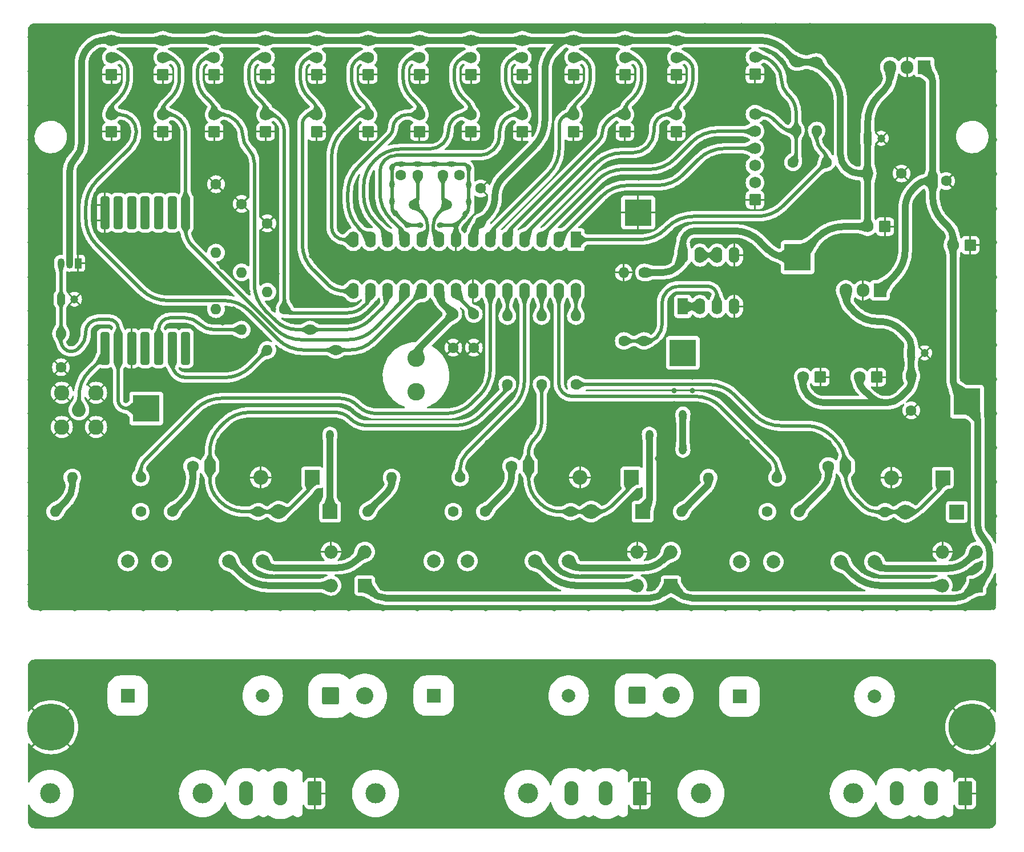
<source format=gbr>
%TF.GenerationSoftware,KiCad,Pcbnew,7.0.8*%
%TF.CreationDate,2023-10-29T23:44:12+01:00*%
%TF.ProjectId,3phaseDiverter-rounded,33706861-7365-4446-9976-65727465722d,3*%
%TF.SameCoordinates,Original*%
%TF.FileFunction,Copper,L1,Top*%
%TF.FilePolarity,Positive*%
%FSLAX46Y46*%
G04 Gerber Fmt 4.6, Leading zero omitted, Abs format (unit mm)*
G04 Created by KiCad (PCBNEW 7.0.8) date 2023-10-29 23:44:12*
%MOMM*%
%LPD*%
G01*
G04 APERTURE LIST*
G04 Aperture macros list*
%AMRoundRect*
0 Rectangle with rounded corners*
0 $1 Rounding radius*
0 $2 $3 $4 $5 $6 $7 $8 $9 X,Y pos of 4 corners*
0 Add a 4 corners polygon primitive as box body*
4,1,4,$2,$3,$4,$5,$6,$7,$8,$9,$2,$3,0*
0 Add four circle primitives for the rounded corners*
1,1,$1+$1,$2,$3*
1,1,$1+$1,$4,$5*
1,1,$1+$1,$6,$7*
1,1,$1+$1,$8,$9*
0 Add four rect primitives between the rounded corners*
20,1,$1+$1,$2,$3,$4,$5,0*
20,1,$1+$1,$4,$5,$6,$7,0*
20,1,$1+$1,$6,$7,$8,$9,0*
20,1,$1+$1,$8,$9,$2,$3,0*%
G04 Aperture macros list end*
%TA.AperFunction,ComponentPad*%
%ADD10RoundRect,0.250000X0.620000X-0.620000X0.620000X0.620000X-0.620000X0.620000X-0.620000X-0.620000X0*%
%TD*%
%TA.AperFunction,ComponentPad*%
%ADD11C,1.740000*%
%TD*%
%TA.AperFunction,ComponentPad*%
%ADD12C,3.000000*%
%TD*%
%TA.AperFunction,ComponentPad*%
%ADD13C,1.600000*%
%TD*%
%TA.AperFunction,ComponentPad*%
%ADD14R,4.000000X4.000000*%
%TD*%
%TA.AperFunction,ComponentPad*%
%ADD15R,1.200000X1.200000*%
%TD*%
%TA.AperFunction,ComponentPad*%
%ADD16C,1.200000*%
%TD*%
%TA.AperFunction,ComponentPad*%
%ADD17O,1.600000X1.600000*%
%TD*%
%TA.AperFunction,SMDPad,CuDef*%
%ADD18RoundRect,0.337500X-0.337500X1.012500X-0.337500X-1.012500X0.337500X-1.012500X0.337500X1.012500X0*%
%TD*%
%TA.AperFunction,ComponentPad*%
%ADD19RoundRect,0.337500X-0.337500X1.012500X-0.337500X-1.012500X0.337500X-1.012500X0.337500X1.012500X0*%
%TD*%
%TA.AperFunction,ComponentPad*%
%ADD20R,1.600000X2.400000*%
%TD*%
%TA.AperFunction,ComponentPad*%
%ADD21O,1.600000X2.400000*%
%TD*%
%TA.AperFunction,ComponentPad*%
%ADD22R,2.200000X2.200000*%
%TD*%
%TA.AperFunction,ComponentPad*%
%ADD23O,2.200000X2.200000*%
%TD*%
%TA.AperFunction,ComponentPad*%
%ADD24C,4.700000*%
%TD*%
%TA.AperFunction,ConnectorPad*%
%ADD25C,7.000000*%
%TD*%
%TA.AperFunction,ComponentPad*%
%ADD26R,2.000000X2.000000*%
%TD*%
%TA.AperFunction,ComponentPad*%
%ADD27O,2.000000X2.000000*%
%TD*%
%TA.AperFunction,ComponentPad*%
%ADD28RoundRect,0.250000X0.620000X0.620000X-0.620000X0.620000X-0.620000X-0.620000X0.620000X-0.620000X0*%
%TD*%
%TA.AperFunction,ComponentPad*%
%ADD29R,1.050000X1.500000*%
%TD*%
%TA.AperFunction,ComponentPad*%
%ADD30O,1.050000X1.500000*%
%TD*%
%TA.AperFunction,ComponentPad*%
%ADD31C,1.500000*%
%TD*%
%TA.AperFunction,ComponentPad*%
%ADD32R,2.011600X2.011600*%
%TD*%
%TA.AperFunction,ComponentPad*%
%ADD33C,2.011598*%
%TD*%
%TA.AperFunction,ComponentPad*%
%ADD34R,1.905000X2.000000*%
%TD*%
%TA.AperFunction,ComponentPad*%
%ADD35O,1.905000X2.000000*%
%TD*%
%TA.AperFunction,ComponentPad*%
%ADD36RoundRect,0.249999X0.790001X1.550001X-0.790001X1.550001X-0.790001X-1.550001X0.790001X-1.550001X0*%
%TD*%
%TA.AperFunction,ComponentPad*%
%ADD37O,2.080000X3.600000*%
%TD*%
%TA.AperFunction,ComponentPad*%
%ADD38RoundRect,0.249999X-1.025001X-1.025001X1.025001X-1.025001X1.025001X1.025001X-1.025001X1.025001X0*%
%TD*%
%TA.AperFunction,ComponentPad*%
%ADD39C,2.550000*%
%TD*%
%TA.AperFunction,ComponentPad*%
%ADD40R,1.600000X1.600000*%
%TD*%
%TA.AperFunction,ComponentPad*%
%ADD41C,2.600000*%
%TD*%
%TA.AperFunction,ComponentPad*%
%ADD42C,2.050000*%
%TD*%
%TA.AperFunction,ComponentPad*%
%ADD43C,2.250000*%
%TD*%
%TA.AperFunction,ViaPad*%
%ADD44C,0.800000*%
%TD*%
%TA.AperFunction,ViaPad*%
%ADD45C,1.200000*%
%TD*%
%TA.AperFunction,Conductor*%
%ADD46C,1.000000*%
%TD*%
%TA.AperFunction,Conductor*%
%ADD47C,0.500000*%
%TD*%
G04 APERTURE END LIST*
D10*
%TO.P,J23,1,Pin_1*%
%TO.N,GND*%
X66339868Y-31826200D03*
D11*
%TO.P,J23,2,Pin_2*%
%TO.N,/D8*%
X66339868Y-29286200D03*
%TD*%
D12*
%TO.P,FS3,1*%
%TO.N,Net-(FS3-Pad1)*%
X115700000Y-130087500D03*
%TO.P,FS3,2*%
%TO.N,Net-(PWR3-L)*%
X138300000Y-130087500D03*
%TD*%
D10*
%TO.P,J0,1,GND*%
%TO.N,GND*%
X123719996Y-41930000D03*
D11*
%TO.P,J0,2,CTS*%
%TO.N,unconnected-(J0-CTS-Pad2)*%
X123719996Y-39390000D03*
%TO.P,J0,3,VCC*%
%TO.N,unconnected-(J0-VCC-Pad3)*%
X123719996Y-36850000D03*
%TO.P,J0,4,TXO*%
%TO.N,RX*%
X123719996Y-34310000D03*
%TO.P,J0,5,RXI*%
%TO.N,TX*%
X123719996Y-31770000D03*
%TO.P,J0,6,DTR*%
%TO.N,Net-(J0-DTR)*%
X123719996Y-29230000D03*
%TD*%
D13*
%TO.P,C9,1*%
%TO.N,AVCC*%
X78968600Y-58891800D03*
%TO.P,C9,2*%
%TO.N,GND*%
X78968600Y-63891800D03*
%TD*%
D14*
%TO.P,TP3,1,1*%
%TO.N,GND*%
X106389200Y-43820800D03*
%TD*%
D15*
%TO.P,C2,1*%
%TO.N,VCC*%
X140443900Y-32809400D03*
D16*
%TO.P,C2,2*%
%TO.N,GND*%
X142443900Y-32809400D03*
%TD*%
D13*
%TO.P,R20,1*%
%TO.N,Net-(CT2-Pin_1)*%
X92075000Y-69342000D03*
D17*
%TO.P,R20,2*%
%TO.N,A3*%
X92075000Y-59182000D03*
%TD*%
D10*
%TO.P,J4,1,Pin_1*%
%TO.N,GND*%
X96824800Y-23342600D03*
D11*
%TO.P,J4,2,Pin_2*%
%TO.N,/D4*%
X96824800Y-20802600D03*
%TO.P,J4,3,Pin_3*%
%TO.N,VCC*%
X96824800Y-18262600D03*
%TD*%
D10*
%TO.P,J28,1,Pin_1*%
%TO.N,GND*%
X28250453Y-31826200D03*
D11*
%TO.P,J28,2,Pin_2*%
%TO.N,/D13*%
X28250453Y-29286200D03*
%TD*%
D10*
%TO.P,J17,1,Pin_1*%
%TO.N,GND*%
X104429283Y-31826200D03*
D11*
%TO.P,J17,2,Pin_2*%
%TO.N,/D3*%
X104429283Y-29286200D03*
%TD*%
D18*
%TO.P,RF1,ANT,ANT*%
%TO.N,Net-(CN9-Pad1)*%
X27269440Y-62890400D03*
D19*
X27269440Y-65100200D03*
%TO.P,RF1,CLK,DI05/CLK*%
%TO.N,unconnected-(RF1-DI05{slash}CLK-PadCLK)*%
X31269940Y-42748200D03*
D18*
X31269940Y-44958000D03*
D19*
%TO.P,RF1,FFIT,DI01/FFIT*%
%TO.N,unconnected-(RF1-DI01{slash}FFIT-PadFFIT)*%
X33268920Y-42748200D03*
D18*
X33268920Y-44958000D03*
D19*
%TO.P,RF1,FFS,DI02/FFS*%
%TO.N,unconnected-(RF1-DI02{slash}FFS-PadFFS)*%
X35267900Y-42748200D03*
D18*
X35267900Y-44958000D03*
%TO.P,RF1,GND,GND*%
%TO.N,GND*%
X31269940Y-62890400D03*
D19*
X31269940Y-65100200D03*
%TO.P,RF1,GND1,GND1*%
X27269440Y-42748200D03*
D18*
X27269440Y-44958000D03*
D19*
%TO.P,RF1,IRQ,DIO0/IRQ*%
%TO.N,Net-(JP3-B)*%
X37266880Y-42748200D03*
D18*
X37266880Y-44958000D03*
%TO.P,RF1,NINT,DI03/NINT*%
%TO.N,unconnected-(RF1-DI03{slash}NINT-PadNINT)*%
X33268920Y-62890400D03*
D19*
X33268920Y-65100200D03*
%TO.P,RF1,RST,RST*%
%TO.N,unconnected-(RF1-PadRST)*%
X29270960Y-42748200D03*
D18*
X29270960Y-44958000D03*
%TO.P,RF1,SCK,SCK*%
%TO.N,Net-(R13-Pad2)*%
X37266880Y-62890400D03*
D19*
X37266880Y-65100200D03*
D18*
%TO.P,RF1,SDI,SDI*%
%TO.N,Net-(R14-Pad2)*%
X35267900Y-62890400D03*
D19*
X35267900Y-65100200D03*
%TO.P,RF1,SDO,SDO*%
%TO.N,/D12*%
X39268400Y-42748200D03*
D18*
X39268400Y-44958000D03*
%TO.P,RF1,SEL,SEL*%
%TO.N,Net-(R15-Pad2)*%
X39268400Y-62890400D03*
D19*
X39268400Y-65100200D03*
D18*
%TO.P,RF1,VDD,VDD*%
%TO.N,+3.3V*%
X29270960Y-62890400D03*
D19*
X29270960Y-65100200D03*
%TD*%
D20*
%TO.P,IC1,1,PC6/~{RESET}*%
%TO.N,RESET*%
X97155000Y-47853600D03*
D21*
%TO.P,IC1,2,RXD/PD0*%
%TO.N,RX*%
X94615000Y-47853600D03*
%TO.P,IC1,3,TXD/PD1*%
%TO.N,TX*%
X92075000Y-47853600D03*
%TO.P,IC1,4,INT0/PD2*%
%TO.N,/D2*%
X89535000Y-47853600D03*
%TO.P,IC1,5,INT1/PD3*%
%TO.N,/D3*%
X86995000Y-47853600D03*
%TO.P,IC1,6,XCK/T0/PD4*%
%TO.N,/D4*%
X84455000Y-47853600D03*
%TO.P,IC1,7,VCC*%
%TO.N,VCC*%
X81915000Y-47853600D03*
%TO.P,IC1,8,GND*%
%TO.N,GND*%
X79375000Y-47853600D03*
%TO.P,IC1,9,PB6/XTAL1/TOSC1*%
%TO.N,Net-(IC1-PB6{slash}XTAL1{slash}TOSC1)*%
X76835000Y-47853600D03*
%TO.P,IC1,10,PB7/XTAL2/TOSC*%
%TO.N,Net-(IC1-PB7{slash}XTAL2{slash}TOSC)*%
X74295000Y-47853600D03*
%TO.P,IC1,11,T1/PD5*%
%TO.N,/D5*%
X71755000Y-47853600D03*
%TO.P,IC1,12,AIN0/PD6*%
%TO.N,/D6*%
X69215000Y-47853600D03*
%TO.P,IC1,13,AIN1/PD7*%
%TO.N,/D7*%
X66675000Y-47853600D03*
%TO.P,IC1,14,ICP/PB0*%
%TO.N,/D8*%
X64135000Y-47853600D03*
%TO.P,IC1,15,OC1A/PB1*%
%TO.N,/D9*%
X64135000Y-55473600D03*
%TO.P,IC1,16,SS/OC1B/PB2*%
%TO.N,/D10*%
X66675000Y-55473600D03*
%TO.P,IC1,17,MOSI/OC2/PB3*%
%TO.N,/D11*%
X69215000Y-55473600D03*
%TO.P,IC1,18,MISO/PB4*%
%TO.N,/D12*%
X71755000Y-55473600D03*
%TO.P,IC1,19,SCK/PB5*%
%TO.N,/D13*%
X74295000Y-55473600D03*
%TO.P,IC1,20,AVCC*%
%TO.N,AVCC*%
X76835000Y-55473600D03*
%TO.P,IC1,21,AREF*%
%TO.N,Net-(IC1-AREF)*%
X79375000Y-55473600D03*
%TO.P,IC1,22,AGND*%
%TO.N,GND*%
X81915000Y-55473600D03*
%TO.P,IC1,23,ADC0/PC0*%
%TO.N,A0*%
X84455000Y-55473600D03*
%TO.P,IC1,24,ADC1/PC1*%
%TO.N,A1*%
X86995000Y-55473600D03*
%TO.P,IC1,25,ADC2/PC2*%
%TO.N,A2*%
X89535000Y-55473600D03*
%TO.P,IC1,26,ADC3/PC3*%
%TO.N,A3*%
X92075000Y-55473600D03*
%TO.P,IC1,27,ADC4/SDA/PC4*%
%TO.N,A4*%
X94615000Y-55473600D03*
%TO.P,IC1,28,ADC5/SDL/PC5*%
%TO.N,A5*%
X97155000Y-55473600D03*
%TD*%
D12*
%TO.P,FS1,1*%
%TO.N,Net-(FS1-Pad1)*%
X19180000Y-130087500D03*
%TO.P,FS1,2*%
%TO.N,Net-(PWR1-L)*%
X41780000Y-130087500D03*
%TD*%
D22*
%TO.P,D6,1,K*%
%TO.N,Net-(CT3-Pin_1)*%
X151561800Y-83185000D03*
D23*
%TO.P,D6,2,A*%
%TO.N,GND*%
X143941800Y-83185000D03*
%TD*%
D13*
%TO.P,R1,1*%
%TO.N,VCC*%
X132882000Y-21488400D03*
D17*
%TO.P,R1,2*%
%TO.N,RESET*%
X132882000Y-31648400D03*
%TD*%
D24*
%TO.P,REF1,1*%
%TO.N,Earth*%
X19304000Y-120243600D03*
D25*
X19304000Y-120243600D03*
%TD*%
D12*
%TO.P,FS2,1*%
%TO.N,Net-(FS2-Pad1)*%
X67440000Y-130087500D03*
%TO.P,FS2,2*%
%TO.N,Net-(PWR2-L)*%
X90040000Y-130087500D03*
%TD*%
D13*
%TO.P,R6,1*%
%TO.N,Net-(R6-Pad1)*%
X78968600Y-88239600D03*
D17*
%TO.P,R6,2*%
%TO.N,VREF*%
X66268600Y-88239600D03*
%TD*%
D10*
%TO.P,J6,1,Pin_1*%
%TO.N,GND*%
X81589034Y-23342600D03*
D11*
%TO.P,J6,2,Pin_2*%
%TO.N,/D6*%
X81589034Y-20802600D03*
%TO.P,J6,3,Pin_3*%
%TO.N,VCC*%
X81589034Y-18262600D03*
%TD*%
D14*
%TO.P,TP0,1,1*%
%TO.N,UnregDC+*%
X155168600Y-71907400D03*
%TD*%
D13*
%TO.P,C21,1*%
%TO.N,+5V*%
X146900000Y-68213600D03*
%TO.P,C21,2*%
%TO.N,GND*%
X146900000Y-73213600D03*
%TD*%
D10*
%TO.P,J27,1,Pin_1*%
%TO.N,GND*%
X35868336Y-31826200D03*
D11*
%TO.P,J27,2,Pin_2*%
%TO.N,/D12*%
X35868336Y-29286200D03*
%TD*%
D26*
%TO.P,BR1,1,+*%
%TO.N,UnregDC+*%
X65836800Y-99208600D03*
D27*
%TO.P,BR1,2*%
%TO.N,Net-(BR1-Pad2)*%
X65836800Y-94208600D03*
%TO.P,BR1,3,-*%
%TO.N,GND*%
X60836800Y-94208600D03*
%TO.P,BR1,4*%
%TO.N,Net-(BR1-Pad4)*%
X60836800Y-99208600D03*
%TD*%
D28*
%TO.P,J15,1,Pin_1*%
%TO.N,GND*%
X141782800Y-68263200D03*
D11*
%TO.P,J15,2,Pin_2*%
%TO.N,+5V*%
X139242800Y-68263200D03*
%TD*%
D13*
%TO.P,R19,1*%
%TO.N,Net-(CT1-Pin_1)*%
X86995000Y-69342000D03*
D17*
%TO.P,R19,2*%
%TO.N,A1*%
X86995000Y-59182000D03*
%TD*%
D29*
%TO.P,VR2,1,GND*%
%TO.N,GND*%
X23317200Y-51358800D03*
D30*
%TO.P,VR2,2,VI*%
%TO.N,VCC*%
X22047200Y-51358800D03*
%TO.P,VR2,3,VO*%
%TO.N,+3.3V*%
X20777200Y-51358800D03*
%TD*%
D13*
%TO.P,R7,1*%
%TO.N,Net-(R7-Pad1)*%
X125552200Y-88239600D03*
D17*
%TO.P,R7,2*%
%TO.N,VREF*%
X112852200Y-88239600D03*
%TD*%
D31*
%TO.P,X1,1,1*%
%TO.N,Net-(IC1-PB6{slash}XTAL1{slash}TOSC1)*%
X78013400Y-42672000D03*
%TO.P,X1,2,2*%
%TO.N,Net-(IC1-PB7{slash}XTAL2{slash}TOSC)*%
X73133400Y-42672000D03*
%TD*%
D13*
%TO.P,R10,1*%
%TO.N,VREF*%
X130302000Y-88265000D03*
D17*
%TO.P,R10,2*%
%TO.N,Net-(CT3-Pin_1)*%
X143002000Y-88265000D03*
%TD*%
D24*
%TO.P,REF2,1*%
%TO.N,N/C*%
X155956000Y-120243600D03*
D25*
%TO.N,Earth*%
X155956000Y-120243600D03*
%TD*%
D28*
%TO.P,CT2,1,Pin_1*%
%TO.N,Net-(CT2-Pin_1)*%
X90144600Y-81491600D03*
D11*
%TO.P,CT2,2,Pin_2*%
%TO.N,VREF*%
X87604600Y-81491600D03*
%TD*%
D13*
%TO.P,R4,1*%
%TO.N,A4*%
X127000000Y-83185000D03*
D17*
%TO.P,R4,2*%
%TO.N,VREF*%
X116840000Y-83185000D03*
%TD*%
D32*
%TO.P,TXFR3,1,1*%
%TO.N,Net-(FS3-Pad1)*%
X121437400Y-115681801D03*
D33*
%TO.P,TXFR3,5,5*%
%TO.N,Net-(JP2-B)*%
X141437401Y-115681801D03*
%TO.P,TXFR3,6,6*%
%TO.N,Net-(BR3-Pad2)*%
X141437401Y-95681800D03*
%TO.P,TXFR3,7,7*%
%TO.N,Net-(BR3-Pad4)*%
X136437401Y-95681800D03*
%TO.P,TXFR3,9,9*%
%TO.N,A4*%
X126437400Y-95681800D03*
%TO.P,TXFR3,10,10*%
%TO.N,Net-(R7-Pad1)*%
X121437400Y-95681800D03*
%TD*%
D10*
%TO.P,J11,1,Pin_1*%
%TO.N,GND*%
X43499619Y-23342600D03*
D11*
%TO.P,J11,2,Pin_2*%
%TO.N,/D11*%
X43499619Y-20802600D03*
%TO.P,J11,3,Pin_3*%
%TO.N,VCC*%
X43499619Y-18262600D03*
%TD*%
D13*
%TO.P,R5,1*%
%TO.N,Net-(R5-Pad1)*%
X32613600Y-88239600D03*
D17*
%TO.P,R5,2*%
%TO.N,VREF*%
X19913600Y-88239600D03*
%TD*%
D34*
%TO.P,VR1,1,IN*%
%TO.N,UnregDC+*%
X148835700Y-22225000D03*
D35*
%TO.P,VR1,2,GND*%
%TO.N,GND*%
X146295700Y-22225000D03*
%TO.P,VR1,3,OUT*%
%TO.N,VCC*%
X143755700Y-22225000D03*
%TD*%
D13*
%TO.P,C7,1*%
%TO.N,GND*%
X83032600Y-40248200D03*
%TO.P,C7,2*%
%TO.N,VCC*%
X83032600Y-45248200D03*
%TD*%
D10*
%TO.P,J18,1,Pin_1*%
%TO.N,GND*%
X96811400Y-31826200D03*
D11*
%TO.P,J18,2,Pin_2*%
%TO.N,/D4*%
X96811400Y-29286200D03*
%TD*%
D32*
%TO.P,TXFR2,1,1*%
%TO.N,Net-(FS2-Pad1)*%
X76073000Y-115562400D03*
D33*
%TO.P,TXFR2,5,5*%
%TO.N,Net-(JP1-B)*%
X96073001Y-115562400D03*
%TO.P,TXFR2,6,6*%
%TO.N,Net-(BR2-Pad2)*%
X96073001Y-95562399D03*
%TO.P,TXFR2,7,7*%
%TO.N,Net-(BR2-Pad4)*%
X91073001Y-95562399D03*
%TO.P,TXFR2,9,9*%
%TO.N,A2*%
X81073000Y-95562399D03*
%TO.P,TXFR2,10,10*%
%TO.N,Net-(R6-Pad1)*%
X76073000Y-95562399D03*
%TD*%
D10*
%TO.P,J7,1,Pin_1*%
%TO.N,GND*%
X73971151Y-23342600D03*
D11*
%TO.P,J7,2,Pin_2*%
%TO.N,/D7*%
X73971151Y-20802600D03*
%TO.P,J7,3,Pin_3*%
%TO.N,VCC*%
X73971151Y-18262600D03*
%TD*%
D22*
%TO.P,D2,1,K*%
%TO.N,Net-(CT1-Pin_1)*%
X58013600Y-83159600D03*
D23*
%TO.P,D2,2,A*%
%TO.N,GND*%
X50393600Y-83159600D03*
%TD*%
D10*
%TO.P,J10,1,Pin_1*%
%TO.N,GND*%
X51117502Y-23342600D03*
D11*
%TO.P,J10,2,Pin_2*%
%TO.N,/D10*%
X51117502Y-20802600D03*
%TO.P,J10,3,Pin_3*%
%TO.N,VCC*%
X51117502Y-18262600D03*
%TD*%
D14*
%TO.P,TP4,1,1*%
%TO.N,+3.3V*%
X33440000Y-72920000D03*
%TD*%
D36*
%TO.P,PWR1,1,PE*%
%TO.N,Earth*%
X58420000Y-130087500D03*
D37*
%TO.P,PWR1,2,N*%
%TO.N,Net-(JP1-A)*%
X53340000Y-130087500D03*
%TO.P,PWR1,3,L*%
%TO.N,Net-(PWR1-L)*%
X48260000Y-130087500D03*
%TD*%
D10*
%TO.P,J22,1,Pin_1*%
%TO.N,GND*%
X73957751Y-31826200D03*
D11*
%TO.P,J22,2,Pin_2*%
%TO.N,/D7*%
X73957751Y-29286200D03*
%TD*%
D13*
%TO.P,C5,1*%
%TO.N,+3.3V*%
X20777200Y-61798200D03*
%TO.P,C5,2*%
%TO.N,GND*%
X20777200Y-66798200D03*
%TD*%
D10*
%TO.P,J13,1,Pin_1*%
%TO.N,GND*%
X28263853Y-23342600D03*
D11*
%TO.P,J13,2,Pin_2*%
%TO.N,/D13*%
X28263853Y-20802600D03*
%TO.P,J13,3,Pin_3*%
%TO.N,VCC*%
X28263853Y-18262600D03*
%TD*%
D13*
%TO.P,R17,1*%
%TO.N,GND*%
X47574200Y-42545000D03*
D17*
%TO.P,R17,2*%
%TO.N,Net-(R14-Pad2)*%
X47574200Y-52705000D03*
%TD*%
D22*
%TO.P,D4,1,K*%
%TO.N,Net-(CT2-Pin_1)*%
X105384600Y-83159600D03*
D23*
%TO.P,D4,2,A*%
%TO.N,GND*%
X97764600Y-83159600D03*
%TD*%
D13*
%TO.P,C8,1*%
%TO.N,GND*%
X82016600Y-63891800D03*
%TO.P,C8,2*%
%TO.N,Net-(IC1-AREF)*%
X82016600Y-58891800D03*
%TD*%
%TO.P,R8,1*%
%TO.N,VREF*%
X37338000Y-88239600D03*
D17*
%TO.P,R8,2*%
%TO.N,Net-(CT1-Pin_1)*%
X50038000Y-88239600D03*
%TD*%
D10*
%TO.P,J9,1,Pin_1*%
%TO.N,GND*%
X58735385Y-23342600D03*
D11*
%TO.P,J9,2,Pin_2*%
%TO.N,/D9*%
X58735385Y-20802600D03*
%TO.P,J9,3,Pin_3*%
%TO.N,VCC*%
X58735385Y-18262600D03*
%TD*%
D28*
%TO.P,J14,1,Pin_1*%
%TO.N,GND*%
X133400800Y-68251200D03*
D11*
%TO.P,J14,2,Pin_2*%
%TO.N,+5V*%
X130860800Y-68251200D03*
%TD*%
D15*
%TO.P,C20,1*%
%TO.N,+5V*%
X146900000Y-64660000D03*
D16*
%TO.P,C20,2*%
%TO.N,GND*%
X148900000Y-64660000D03*
%TD*%
D10*
%TO.P,J1,1,Pin_1*%
%TO.N,GND*%
X123720000Y-23300000D03*
D11*
%TO.P,J1,2,Pin_2*%
%TO.N,Net-(J0-DTR)*%
X123720000Y-20760000D03*
%TD*%
D13*
%TO.P,R18,1*%
%TO.N,GND*%
X43764200Y-39624000D03*
D17*
%TO.P,R18,2*%
%TO.N,Net-(R15-Pad2)*%
X43764200Y-49784000D03*
%TD*%
D13*
%TO.P,R16,1*%
%TO.N,GND*%
X51384200Y-45440600D03*
D17*
%TO.P,R16,2*%
%TO.N,Net-(R13-Pad2)*%
X51384200Y-55600600D03*
%TD*%
D34*
%TO.P,VR3,1,IN*%
%TO.N,UnregDC+*%
X142265400Y-55372000D03*
D35*
%TO.P,VR3,2,GND*%
%TO.N,GND*%
X139725400Y-55372000D03*
%TO.P,VR3,3,OUT*%
%TO.N,+5V*%
X137185400Y-55372000D03*
%TD*%
D10*
%TO.P,J19,1,Pin_1*%
%TO.N,GND*%
X89193517Y-31826200D03*
D11*
%TO.P,J19,2,Pin_2*%
%TO.N,/D5*%
X89193517Y-29286200D03*
%TD*%
D36*
%TO.P,PWR2,1,PE*%
%TO.N,Earth*%
X106680000Y-130087500D03*
D37*
%TO.P,PWR2,2,N*%
%TO.N,Net-(JP1-B)*%
X101600000Y-130087500D03*
%TO.P,PWR2,3,L*%
%TO.N,Net-(PWR2-L)*%
X96520000Y-130087500D03*
%TD*%
D13*
%TO.P,C11,1*%
%TO.N,GND*%
X71207600Y-38303200D03*
%TO.P,C11,2*%
%TO.N,Net-(IC1-PB7{slash}XTAL2{slash}TOSC)*%
X73707600Y-38303200D03*
%TD*%
D14*
%TO.P,TP1,1,1*%
%TO.N,VREF*%
X113030000Y-64643000D03*
%TD*%
D36*
%TO.P,PWR3,1,PE*%
%TO.N,Earth*%
X154940000Y-130087500D03*
D37*
%TO.P,PWR3,2,N*%
%TO.N,Net-(JP2-B)*%
X149860000Y-130087500D03*
%TO.P,PWR3,3,L*%
%TO.N,Net-(PWR3-L)*%
X144780000Y-130087500D03*
%TD*%
D10*
%TO.P,J25,1,Pin_1*%
%TO.N,GND*%
X51104102Y-31826200D03*
D11*
%TO.P,J25,2,Pin_2*%
%TO.N,/D10*%
X51104102Y-29286200D03*
%TD*%
D14*
%TO.P,TP2,1,1*%
%TO.N,VCC*%
X130048000Y-50469800D03*
%TD*%
D13*
%TO.P,R9,1*%
%TO.N,VREF*%
X83667600Y-88239600D03*
D17*
%TO.P,R9,2*%
%TO.N,Net-(CT2-Pin_1)*%
X96367600Y-88239600D03*
%TD*%
D10*
%TO.P,J2,1,Pin_1*%
%TO.N,GND*%
X112060566Y-23342600D03*
D11*
%TO.P,J2,2,Pin_2*%
%TO.N,/D2*%
X112060566Y-20802600D03*
%TO.P,J2,3,Pin_3*%
%TO.N,VCC*%
X112060566Y-18262600D03*
%TD*%
D10*
%TO.P,J24,1,Pin_1*%
%TO.N,GND*%
X58721985Y-31826200D03*
D11*
%TO.P,J24,2,Pin_2*%
%TO.N,/D9*%
X58721985Y-29286200D03*
%TD*%
D13*
%TO.P,R22,1*%
%TO.N,VCC*%
X129834000Y-21488400D03*
D17*
%TO.P,R22,2*%
%TO.N,Net-(J0-DTR)*%
X129834000Y-31648400D03*
%TD*%
D22*
%TO.P,D5,1,K*%
%TO.N,AVCC*%
X153670000Y-88265000D03*
D23*
%TO.P,D5,2,A*%
%TO.N,Net-(CT3-Pin_1)*%
X146050000Y-88265000D03*
%TD*%
D38*
%TO.P,JP2,1,A*%
%TO.N,Net-(JP1-B)*%
X106195500Y-115519200D03*
D39*
%TO.P,JP2,2,B*%
%TO.N,Net-(JP2-B)*%
X111300900Y-115519200D03*
%TD*%
D10*
%TO.P,J26,1,Pin_1*%
%TO.N,GND*%
X43486219Y-31826200D03*
D11*
%TO.P,J26,2,Pin_2*%
%TO.N,/D11*%
X43486219Y-29286200D03*
%TD*%
D28*
%TO.P,J30,1,Pin_1*%
%TO.N,GND*%
X142983900Y-45915800D03*
D11*
%TO.P,J30,2,Pin_2*%
%TO.N,VCC*%
X140443900Y-45915800D03*
%TD*%
D22*
%TO.P,D1,1,K*%
%TO.N,AVCC*%
X60706000Y-88239600D03*
D23*
%TO.P,D1,2,A*%
%TO.N,Net-(CT1-Pin_1)*%
X53086000Y-88239600D03*
%TD*%
D20*
%TO.P,IC2,1*%
%TO.N,VREF*%
X113030000Y-57775000D03*
D21*
%TO.P,IC2,2,-*%
X115570000Y-57775000D03*
%TO.P,IC2,3,+*%
%TO.N,Net-(IC2A-+)*%
X118110000Y-57775000D03*
%TO.P,IC2,4,V-*%
%TO.N,GND*%
X120650000Y-57775000D03*
%TO.P,IC2,5,+*%
X120650000Y-50155000D03*
%TO.P,IC2,6,-*%
%TO.N,Net-(IC2B--)*%
X118110000Y-50155000D03*
%TO.P,IC2,7*%
X115570000Y-50155000D03*
%TO.P,IC2,8,V+*%
%TO.N,VCC*%
X113030000Y-50155000D03*
%TD*%
D13*
%TO.P,C4,1*%
%TO.N,VCC*%
X140443900Y-38030000D03*
%TO.P,C4,2*%
%TO.N,GND*%
X145443900Y-38030000D03*
%TD*%
D28*
%TO.P,J20,1,Pin_1*%
%TO.N,GND*%
X155625800Y-48666400D03*
D11*
%TO.P,J20,2,Pin_2*%
%TO.N,UnregDC+*%
X153085800Y-48666400D03*
%TD*%
D10*
%TO.P,J3,1,Pin_1*%
%TO.N,GND*%
X104442683Y-23342600D03*
D11*
%TO.P,J3,2,Pin_2*%
%TO.N,/D3*%
X104442683Y-20802600D03*
%TO.P,J3,3,Pin_3*%
%TO.N,VCC*%
X104442683Y-18262600D03*
%TD*%
D28*
%TO.P,CT3,1,Pin_1*%
%TO.N,Net-(CT3-Pin_1)*%
X137160000Y-81517000D03*
D11*
%TO.P,CT3,2,Pin_2*%
%TO.N,VREF*%
X134620000Y-81517000D03*
%TD*%
D13*
%TO.P,R14,1*%
%TO.N,/D11*%
X57734200Y-61214000D03*
D17*
%TO.P,R14,2*%
%TO.N,Net-(R14-Pad2)*%
X47574200Y-61214000D03*
%TD*%
D13*
%TO.P,R2,1*%
%TO.N,A0*%
X32613600Y-83159600D03*
D17*
%TO.P,R2,2*%
%TO.N,VREF*%
X22453600Y-83159600D03*
%TD*%
D40*
%TO.P,C1,1*%
%TO.N,UnregDC+*%
X150073288Y-39141400D03*
D13*
%TO.P,C1,2*%
%TO.N,GND*%
X152073288Y-39141400D03*
%TD*%
D10*
%TO.P,J21,1,Pin_1*%
%TO.N,GND*%
X81579166Y-31826200D03*
D11*
%TO.P,J21,2,Pin_2*%
%TO.N,/D6*%
X81579166Y-29286200D03*
%TD*%
D32*
%TO.P,TXFR1,1,1*%
%TO.N,Net-(FS1-Pad1)*%
X30690925Y-115562400D03*
D33*
%TO.P,TXFR1,5,5*%
%TO.N,Net-(JP1-A)*%
X50690926Y-115562400D03*
%TO.P,TXFR1,6,6*%
%TO.N,Net-(BR1-Pad2)*%
X50690926Y-95562399D03*
%TO.P,TXFR1,7,7*%
%TO.N,Net-(BR1-Pad4)*%
X45690926Y-95562399D03*
%TO.P,TXFR1,9,9*%
%TO.N,A0*%
X35690925Y-95562399D03*
%TO.P,TXFR1,10,10*%
%TO.N,Net-(R5-Pad1)*%
X30690925Y-95562399D03*
%TD*%
D13*
%TO.P,R11,1*%
%TO.N,Net-(IC2A-+)*%
X104260000Y-62890400D03*
D17*
%TO.P,R11,2*%
%TO.N,GND*%
X104260000Y-52730400D03*
%TD*%
D10*
%TO.P,J5,1,Pin_1*%
%TO.N,GND*%
X89206917Y-23342600D03*
D11*
%TO.P,J5,2,Pin_2*%
%TO.N,/D5*%
X89206917Y-20802600D03*
%TO.P,J5,3,Pin_3*%
%TO.N,VCC*%
X89206917Y-18262600D03*
%TD*%
D10*
%TO.P,J12,1,Pin_1*%
%TO.N,GND*%
X35881736Y-23342600D03*
D11*
%TO.P,J12,2,Pin_2*%
%TO.N,/D12*%
X35881736Y-20802600D03*
%TO.P,J12,3,Pin_3*%
%TO.N,VCC*%
X35881736Y-18262600D03*
%TD*%
D15*
%TO.P,C3,1*%
%TO.N,+3.3V*%
X20777200Y-56692800D03*
D16*
%TO.P,C3,2*%
%TO.N,GND*%
X22777200Y-56692800D03*
%TD*%
D26*
%TO.P,BR3,1,+*%
%TO.N,UnregDC+*%
X156540200Y-99208600D03*
D27*
%TO.P,BR3,2*%
%TO.N,Net-(BR3-Pad2)*%
X156540200Y-94208600D03*
%TO.P,BR3,3,-*%
%TO.N,GND*%
X151540200Y-94208600D03*
%TO.P,BR3,4*%
%TO.N,Net-(BR3-Pad4)*%
X151540200Y-99208600D03*
%TD*%
D41*
%TO.P,L1,1,1*%
%TO.N,VCC*%
X73431405Y-70470400D03*
%TO.P,L1,2,2*%
%TO.N,AVCC*%
X73431405Y-65470400D03*
%TD*%
D38*
%TO.P,JP1,1,A*%
%TO.N,Net-(JP1-A)*%
X60754900Y-115562400D03*
D39*
%TO.P,JP1,2,B*%
%TO.N,Net-(JP1-B)*%
X65860300Y-115562400D03*
%TD*%
D13*
%TO.P,R12,1*%
%TO.N,VCC*%
X107264200Y-52730400D03*
D17*
%TO.P,R12,2*%
%TO.N,Net-(IC2A-+)*%
X107264200Y-62890400D03*
%TD*%
D10*
%TO.P,J8,1,Pin_1*%
%TO.N,GND*%
X66353268Y-23342600D03*
D11*
%TO.P,J8,2,Pin_2*%
%TO.N,/D8*%
X66353268Y-20802600D03*
%TO.P,J8,3,Pin_3*%
%TO.N,VCC*%
X66353268Y-18262600D03*
%TD*%
D13*
%TO.P,R13,1*%
%TO.N,/D13*%
X61544200Y-64236600D03*
D17*
%TO.P,R13,2*%
%TO.N,Net-(R13-Pad2)*%
X51384200Y-64236600D03*
%TD*%
D13*
%TO.P,C10,1*%
%TO.N,GND*%
X79919200Y-38303200D03*
%TO.P,C10,2*%
%TO.N,Net-(IC1-PB6{slash}XTAL1{slash}TOSC1)*%
X77419200Y-38303200D03*
%TD*%
D28*
%TO.P,CT1,1,Pin_1*%
%TO.N,Net-(CT1-Pin_1)*%
X42849800Y-81491600D03*
D11*
%TO.P,CT1,2,Pin_2*%
%TO.N,VREF*%
X40309800Y-81491600D03*
%TD*%
D13*
%TO.P,C6,1*%
%TO.N,RESET*%
X134366000Y-36372800D03*
%TO.P,C6,2*%
%TO.N,Net-(J0-DTR)*%
X129366000Y-36372800D03*
%TD*%
D26*
%TO.P,BR2,1,+*%
%TO.N,UnregDC+*%
X111248200Y-99208600D03*
D27*
%TO.P,BR2,2*%
%TO.N,Net-(BR2-Pad2)*%
X111248200Y-94208600D03*
%TO.P,BR2,3,-*%
%TO.N,GND*%
X106248200Y-94208600D03*
%TO.P,BR2,4*%
%TO.N,Net-(BR2-Pad4)*%
X106248200Y-99208600D03*
%TD*%
D42*
%TO.P,CN9,1,1*%
%TO.N,Net-(CN9-Pad1)*%
X23444200Y-73126600D03*
D43*
%TO.P,CN9,2,2*%
%TO.N,GND*%
X20904200Y-70586600D03*
X20904200Y-75666600D03*
X25984200Y-70586600D03*
X25984200Y-75666600D03*
%TD*%
D10*
%TO.P,J16,1,Pin_1*%
%TO.N,GND*%
X112060566Y-31826200D03*
D11*
%TO.P,J16,2,Pin_2*%
%TO.N,/D2*%
X112060566Y-29286200D03*
%TD*%
D13*
%TO.P,R3,1*%
%TO.N,A2*%
X79984600Y-83159600D03*
D17*
%TO.P,R3,2*%
%TO.N,VREF*%
X69824600Y-83159600D03*
%TD*%
D13*
%TO.P,R15,1*%
%TO.N,/D10*%
X53924200Y-58166000D03*
D17*
%TO.P,R15,2*%
%TO.N,Net-(R15-Pad2)*%
X43764200Y-58166000D03*
%TD*%
D22*
%TO.P,D3,1,K*%
%TO.N,AVCC*%
X107035600Y-88239600D03*
D23*
%TO.P,D3,2,A*%
%TO.N,Net-(CT2-Pin_1)*%
X99415600Y-88239600D03*
%TD*%
D13*
%TO.P,R21,1*%
%TO.N,Net-(CT3-Pin_1)*%
X97155000Y-69342000D03*
D17*
%TO.P,R21,2*%
%TO.N,A5*%
X97155000Y-59182000D03*
%TD*%
D44*
%TO.N,GND*%
X130100000Y-45000000D03*
X104140000Y-16129000D03*
X124460000Y-102616000D03*
X121731400Y-16078200D03*
X58420000Y-16129000D03*
X114300000Y-102616000D03*
X93980000Y-16129000D03*
X144780000Y-102616000D03*
X48280000Y-49470000D03*
X38300000Y-48540000D03*
X57010000Y-52790000D03*
X43180000Y-16129000D03*
X68068389Y-67977728D03*
X44220000Y-77710000D03*
X72136000Y-45694600D03*
X38100000Y-16129000D03*
X17780000Y-16129000D03*
X69262189Y-64599528D03*
X92330000Y-77940000D03*
X154940000Y-102616000D03*
X106476800Y-38684200D03*
X64490000Y-41540000D03*
X99060000Y-102616000D03*
X34350000Y-77740000D03*
X83820000Y-16129000D03*
X149860000Y-102616000D03*
X16230600Y-73685400D03*
X159181800Y-73660000D03*
X68580000Y-16129000D03*
X139700000Y-102616000D03*
X88900000Y-16129000D03*
X83000000Y-68900000D03*
X16230600Y-83870800D03*
X16230600Y-78790800D03*
X16230600Y-53390800D03*
X73674668Y-36620000D03*
X52760000Y-52890000D03*
X27940000Y-16129000D03*
X16230600Y-22834600D03*
X154254200Y-97942400D03*
X144780000Y-16129000D03*
X53340000Y-102616000D03*
X116332000Y-16078200D03*
X149860000Y-16129000D03*
X114401600Y-68224400D03*
X159181800Y-58445400D03*
X159181800Y-48285400D03*
X53340000Y-16129000D03*
X16230600Y-48285400D03*
X16230600Y-43230800D03*
X134645400Y-77978000D03*
X84050000Y-78000000D03*
X116840000Y-79121000D03*
X69262189Y-71406728D03*
X66830000Y-41630000D03*
X58420000Y-102616000D03*
X16230600Y-101600000D03*
X33020000Y-16129000D03*
X71177002Y-36620000D03*
X17780000Y-102616000D03*
X78740000Y-102616000D03*
X73660000Y-16129000D03*
X44704000Y-51866800D03*
X131891400Y-16078200D03*
X86073000Y-95681800D03*
X69875400Y-39598600D03*
X43180000Y-102616000D03*
X16230600Y-99060000D03*
X79375000Y-45694600D03*
X122529600Y-77927200D03*
X76172334Y-36620000D03*
X159181800Y-78740000D03*
X83032600Y-42748200D03*
X44590000Y-80530000D03*
X111683800Y-72186800D03*
X16230600Y-88925400D03*
X48260000Y-16129000D03*
X114430000Y-75390000D03*
X109220000Y-16129000D03*
X78816200Y-67977728D03*
X69875400Y-37058600D03*
X16230600Y-68630800D03*
X159181800Y-63500000D03*
X159181800Y-22834600D03*
X22860000Y-102616000D03*
X131437400Y-95681800D03*
X77190605Y-71805800D03*
X122960000Y-75350000D03*
X27940000Y-102616000D03*
X63500000Y-102616000D03*
X81630000Y-80560000D03*
X111580000Y-77980000D03*
X93980000Y-102616000D03*
X119380000Y-102616000D03*
X83820000Y-102616000D03*
X71993905Y-62661800D03*
X79800000Y-71920000D03*
X125349000Y-77927200D03*
X109220000Y-102616000D03*
X154940000Y-16129000D03*
X22860000Y-16129000D03*
X81254600Y-37134800D03*
X40690925Y-95681800D03*
X16230600Y-94005400D03*
X134620000Y-102616000D03*
X16230600Y-38100000D03*
X126811400Y-16078200D03*
X114430000Y-78100000D03*
X131357999Y-26568399D03*
X159181800Y-99060000D03*
X114401600Y-70231000D03*
X63500000Y-16129000D03*
X41630000Y-77740000D03*
X92075000Y-67640000D03*
X16230600Y-58445400D03*
X81254600Y-39674800D03*
X78670000Y-36620000D03*
X46370000Y-58150000D03*
X129540000Y-102616000D03*
X44729400Y-60198000D03*
X16230600Y-33045400D03*
X83470000Y-75410000D03*
X38100000Y-102616000D03*
X159181800Y-68605400D03*
X159181800Y-88900000D03*
X68580000Y-102616000D03*
X40830000Y-46350000D03*
X159080200Y-102438200D03*
X106654600Y-77927200D03*
X109296200Y-80340200D03*
X73660000Y-102616000D03*
X99060000Y-16129000D03*
X69824600Y-79121000D03*
X137464800Y-77978000D03*
X93160000Y-75310000D03*
X159181800Y-43230800D03*
X42722800Y-52832000D03*
X70358000Y-43916600D03*
X16230600Y-17780000D03*
X16230600Y-27940000D03*
X48514000Y-55575200D03*
X111683800Y-70231000D03*
X42340000Y-62210000D03*
X80772000Y-43992800D03*
X87000000Y-67620000D03*
X48260000Y-102616000D03*
X157480000Y-16129000D03*
X33020000Y-102616000D03*
X159181800Y-83820000D03*
X88900000Y-102616000D03*
X104140000Y-102616000D03*
X159181800Y-27940000D03*
X135026400Y-75488800D03*
X139700000Y-16129000D03*
X50317400Y-61595000D03*
X69875400Y-42138600D03*
X78740000Y-16129000D03*
X97190000Y-67590000D03*
X52324000Y-58140600D03*
X159181800Y-38100000D03*
X81254600Y-42214800D03*
X57930000Y-50310000D03*
X159181800Y-17780000D03*
X74168000Y-45694600D03*
X159181800Y-53390800D03*
X131332600Y-19964400D03*
X55040000Y-50500000D03*
X55524400Y-60020200D03*
X16230600Y-63500000D03*
X159181800Y-33045400D03*
X91870000Y-80530000D03*
X76962000Y-45694600D03*
X159156400Y-91414600D03*
D45*
%TO.N,VREF*%
X113030000Y-73736200D03*
X113030000Y-79126400D03*
D44*
%TO.N,Earth*%
X113334800Y-134645400D03*
X158724600Y-110794800D03*
X16433800Y-110794800D03*
X16433800Y-134645400D03*
X86073000Y-110566200D03*
X158699200Y-134645400D03*
X131437400Y-110566200D03*
X40690925Y-110566200D03*
X67952725Y-134645400D03*
D45*
%TO.N,AVCC*%
X108051600Y-76733400D03*
X60655200Y-76733400D03*
%TD*%
D46*
%TO.N,+5V*%
X138544307Y-58635893D02*
G75*
G03*
X141824974Y-59994800I3280693J3280693D01*
G01*
X130860792Y-69241100D02*
G75*
G03*
X131560766Y-70930964I2389808J0D01*
G01*
X137185389Y-56324500D02*
G75*
G03*
X137858919Y-57950519I2299511J0D01*
G01*
X139242797Y-68904200D02*
G75*
G03*
X139696055Y-69998455I1547503J0D01*
G01*
X145509812Y-61384988D02*
G75*
G03*
X142153560Y-59994800I-3356212J-3356212D01*
G01*
X131787895Y-71158105D02*
G75*
G03*
X134026117Y-72085200I2238205J2238205D01*
G01*
X143133800Y-72085200D02*
G75*
G03*
X145440101Y-71129898I0J3261600D01*
G01*
X146385078Y-70184909D02*
G75*
G03*
X146900000Y-68941800I-1243078J1243109D01*
G01*
X140431800Y-72085204D02*
G75*
G03*
X140827498Y-71129898I0J559604D01*
G01*
X140827499Y-71129897D02*
G75*
G03*
X143133800Y-72085200I2306301J2306297D01*
G01*
X146899986Y-63717600D02*
G75*
G03*
X146233621Y-62108823I-2275186J0D01*
G01*
X146900000Y-67485400D02*
X146900000Y-68941800D01*
X143133800Y-72085200D02*
X140431800Y-72085200D01*
%TO.N,VREF*%
X116471813Y-84594594D02*
G75*
G03*
X116840000Y-83705700I-888913J888894D01*
G01*
X133769844Y-84771753D02*
G75*
G03*
X134620000Y-82719300I-2052444J2052453D01*
G01*
X38983688Y-86568505D02*
G75*
G03*
X40309800Y-83367000I-3201488J3201505D01*
G01*
X21555585Y-86597636D02*
G75*
G03*
X22453600Y-84429600I-2168085J2168036D01*
G01*
X86601774Y-85330811D02*
G75*
G03*
X87604600Y-82909800I-2420974J2421011D01*
G01*
X69285778Y-85222409D02*
G75*
G03*
X69824600Y-83921600I-1300778J1300809D01*
G01*
%TO.N,VCC*%
X128422400Y-50469783D02*
G75*
G03*
X131197472Y-49320327I0J3924583D01*
G01*
X112721130Y-51337459D02*
G75*
G03*
X113030000Y-50591800I-745630J745659D01*
G01*
X137223988Y-37204012D02*
G75*
G03*
X139218140Y-38030000I1994112J1994112D01*
G01*
X84086707Y-44194107D02*
G75*
G03*
X85140800Y-41649277I-2544807J2544807D01*
G01*
X124460784Y-48133800D02*
G75*
G03*
X120613036Y-46540000I-3847784J-3847800D01*
G01*
X114839533Y-46540014D02*
G75*
G03*
X113560000Y-47070000I-33J-1809486D01*
G01*
X86330018Y-38587193D02*
G75*
G03*
X85140800Y-41458200I2870982J-2871007D01*
G01*
X136398017Y-35209859D02*
G75*
G03*
X137224000Y-37204000I2820083J-41D01*
G01*
X22936189Y-35686989D02*
G75*
G03*
X22047200Y-37833235I2146211J-2146211D01*
G01*
X27073226Y-18262611D02*
G75*
G03*
X25040700Y-19104501I-26J-2874389D01*
G01*
X22936199Y-35686999D02*
G75*
G03*
X23825200Y-33540764I-2146239J2146239D01*
G01*
X24853900Y-19291300D02*
G75*
G03*
X23825200Y-21774801I2483500J-2483500D01*
G01*
X136398010Y-27258363D02*
G75*
G03*
X134804206Y-23410608I-5441610J-37D01*
G01*
X125647316Y-49320338D02*
G75*
G03*
X128422400Y-50469800I2775084J2775138D01*
G01*
X113559990Y-47069990D02*
G75*
G03*
X113030000Y-48349533I1279510J-1279510D01*
G01*
X94624496Y-18837369D02*
G75*
G03*
X94386400Y-18262600I-238096J238069D01*
G01*
X96012000Y-18262608D02*
G75*
G03*
X94624464Y-18837337I0J-1962292D01*
G01*
X128201984Y-19856400D02*
G75*
G03*
X124354236Y-18262600I-3847784J-3847800D01*
G01*
X82441023Y-45839790D02*
G75*
G03*
X81915000Y-47109700I1269877J-1269910D01*
G01*
X142850816Y-25689114D02*
G75*
G03*
X143755700Y-23504650I-2184416J2184514D01*
G01*
X142037721Y-26502336D02*
G75*
G03*
X140443900Y-30350063I3847679J-3847764D01*
G01*
X90963800Y-33953385D02*
G75*
G03*
X92557600Y-30105636I-3847800J3847785D01*
G01*
X93878402Y-19583402D02*
G75*
G03*
X92557600Y-22772093I3188698J-3188698D01*
G01*
X136855963Y-45915760D02*
G75*
G03*
X133008208Y-47509593I37J-5441540D01*
G01*
X110124845Y-52730418D02*
G75*
G03*
X112179099Y-51879499I-45J2905218D01*
G01*
X83591400Y-44689400D02*
X82473799Y-45806999D01*
X113030000Y-49718200D02*
X113030000Y-50591800D01*
X97637600Y-18262600D02*
X96012000Y-18262600D01*
X94386400Y-18262600D02*
X96012000Y-18262600D01*
%TO.N,UnregDC+*%
X149217344Y-39141422D02*
G75*
G03*
X147756157Y-39746644I-44J-2066378D01*
G01*
X153382052Y-101058551D02*
G75*
G03*
X155615200Y-100133600I48J3158151D01*
G01*
X157560087Y-98188687D02*
G75*
G03*
X158580000Y-95726443I-2462287J2462287D01*
G01*
X153085800Y-47637700D02*
G75*
G03*
X152358399Y-45881599I-2483500J0D01*
G01*
X66761786Y-100133614D02*
G75*
G03*
X68994947Y-101058600I2233114J2233114D01*
G01*
X150073284Y-41466320D02*
G75*
G03*
X151579545Y-45102743I5142716J20D01*
G01*
X153085785Y-68351837D02*
G75*
G03*
X154127201Y-70865999I3555615J37D01*
G01*
X112173186Y-100133614D02*
G75*
G03*
X114406347Y-101058600I2233114J2233114D01*
G01*
X147180732Y-40322132D02*
G75*
G03*
X146000000Y-43172561I2850368J-2850468D01*
G01*
X150047877Y-24294334D02*
G75*
G03*
X149441794Y-22831094I-2069277J34D01*
G01*
X112173200Y-100133600D02*
G75*
G03*
X110323200Y-100133600I-925000J-924998D01*
G01*
X156743389Y-90065127D02*
G75*
G03*
X157661700Y-92282100I3135311J27D01*
G01*
X108090052Y-101058551D02*
G75*
G03*
X110323200Y-100133600I48J3158151D01*
G01*
X156743419Y-74595751D02*
G75*
G03*
X155955999Y-72694801I-2688419J-49D01*
G01*
X158580011Y-94499072D02*
G75*
G03*
X157661700Y-92282100I-3135311J-28D01*
G01*
X144406200Y-53231185D02*
G75*
G03*
X146000000Y-49383436I-3847800J3847785D01*
G01*
X154381200Y-71120000D02*
X155956000Y-72694800D01*
%TO.N,AVCC*%
X73799597Y-64060802D02*
G75*
G03*
X73431405Y-64949697I888903J-888898D01*
G01*
X107553995Y-87721206D02*
G75*
G03*
X108072389Y-86469690I-1251495J1251506D01*
G01*
X76834986Y-56115900D02*
G75*
G03*
X77289174Y-57212374I1550614J0D01*
G01*
D47*
%TO.N,+3.3V*%
X29270974Y-61022292D02*
G75*
G03*
X28888179Y-60098181I-1306874J-8D01*
G01*
X20777192Y-62904221D02*
G75*
G03*
X21234401Y-64007999I1561008J21D01*
G01*
X28888198Y-60098162D02*
G75*
G03*
X27964067Y-59715400I-924098J-924138D01*
G01*
X24980899Y-60261499D02*
G75*
G03*
X24434800Y-61579902I1318401J-1318401D01*
G01*
X29245529Y-71666232D02*
G75*
G03*
X29612780Y-72552780I1253771J32D01*
G01*
X23680462Y-63695545D02*
G75*
G03*
X24434800Y-61874400I-1821162J1821145D01*
G01*
X26299302Y-59715401D02*
G75*
G03*
X24980900Y-60261500I-2J-1864499D01*
G01*
X29612760Y-72552800D02*
G75*
G03*
X30499327Y-72920000I886540J886600D01*
G01*
X22301200Y-64465200D02*
G75*
G03*
X23341852Y-64034147I0J1471700D01*
G01*
X21260548Y-64034146D02*
G75*
G03*
X22301200Y-64465200I1040652J1040646D01*
G01*
%TO.N,RESET*%
X134365989Y-35832100D02*
G75*
G03*
X133983666Y-34909068I-1305389J0D01*
G01*
X114583963Y-44399988D02*
G75*
G03*
X110736206Y-45993792I37J-5441612D01*
G01*
X106622436Y-47853610D02*
G75*
G03*
X110470192Y-46259807I-36J5441610D01*
G01*
X132882020Y-32758053D02*
G75*
G03*
X133624001Y-34549399I2533280J-47D01*
G01*
X124084836Y-44400010D02*
G75*
G03*
X127932592Y-42806207I-36J5441610D01*
G01*
%TO.N,Net-(IC2A-+)*%
X107899200Y-62890406D02*
G75*
G03*
X108983211Y-62441386I0J1533006D01*
G01*
X112489811Y-54750005D02*
G75*
G03*
X110680600Y-55499400I-11J-2558595D01*
G01*
X109232708Y-62191908D02*
G75*
G03*
X109931200Y-60505571I-1686308J1686308D01*
G01*
X110680597Y-55499397D02*
G75*
G03*
X109931200Y-57308611I1809203J-1809203D01*
G01*
X117674995Y-55185005D02*
G75*
G03*
X116624817Y-54750000I-1050195J-1050195D01*
G01*
X118110007Y-56235182D02*
G75*
G03*
X117675000Y-55185000I-1485207J-18D01*
G01*
%TO.N,Net-(R14-Pad2)*%
X41287693Y-60337707D02*
G75*
G03*
X39172124Y-59461400I-2115593J-2115593D01*
G01*
X41287707Y-60337693D02*
G75*
G03*
X43403275Y-61214000I2115593J2115593D01*
G01*
X35769538Y-59963038D02*
G75*
G03*
X35267900Y-61174140I1211062J-1211062D01*
G01*
X36980640Y-59461417D02*
G75*
G03*
X35769550Y-59963050I-40J-1712683D01*
G01*
%TO.N,Net-(R13-Pad2)*%
X37266891Y-66340088D02*
G75*
G03*
X37848540Y-67744340I1985909J-12D01*
G01*
X37848547Y-67744333D02*
G75*
G03*
X39252791Y-68326000I1404253J1404233D01*
G01*
X45040836Y-68326010D02*
G75*
G03*
X48888592Y-66732207I-36J5441610D01*
G01*
%TO.N,A4*%
X95186493Y-70548507D02*
G75*
G03*
X96566223Y-71120000I1379707J1379707D01*
G01*
X118687784Y-72713800D02*
G75*
G03*
X114840036Y-71120000I-3847784J-3847800D01*
G01*
X127000012Y-82105500D02*
G75*
G03*
X126236677Y-80262679I-2606112J0D01*
G01*
X94615010Y-69168776D02*
G75*
G03*
X95186500Y-70548500I1951190J-24D01*
G01*
%TO.N,A2*%
X80909573Y-79618440D02*
G75*
G03*
X79984600Y-81851500I2233027J-2233060D01*
G01*
X87941200Y-72586785D02*
G75*
G03*
X89535000Y-68739036I-3847800J3847785D01*
G01*
%TO.N,A0*%
X64808096Y-72529704D02*
G75*
G03*
X62079314Y-71399400I-2728796J-2728796D01*
G01*
X33314064Y-80477944D02*
G75*
G03*
X32613600Y-82169000I1691036J-1691056D01*
G01*
X82861199Y-70986585D02*
G75*
G03*
X84455000Y-67138836I-3847799J3847785D01*
G01*
X44646563Y-71399360D02*
G75*
G03*
X40798808Y-72993193I37J-5441540D01*
G01*
X77933836Y-73660010D02*
G75*
G03*
X81781592Y-72066207I-36J5441610D01*
G01*
X64808104Y-72529696D02*
G75*
G03*
X67536885Y-73660000I2728796J2728796D01*
G01*
%TO.N,/D13*%
X29485225Y-26754772D02*
G75*
G03*
X30720000Y-23773766I-2981015J2981012D01*
G01*
X28708913Y-27531134D02*
G75*
G03*
X28250453Y-28637873I1106687J-1106766D01*
G01*
X48786984Y-58489800D02*
G75*
G03*
X44939236Y-56896000I-3847784J-3847800D01*
G01*
X31927788Y-31671028D02*
G75*
G03*
X31229300Y-29984700I-2384788J28D01*
G01*
X30116507Y-21286543D02*
G75*
G03*
X28948226Y-20802600I-1168307J-1168257D01*
G01*
X31011819Y-34189992D02*
G75*
G03*
X31927800Y-31978600I-2211419J2211392D01*
G01*
X24460203Y-44761436D02*
G75*
G03*
X26053992Y-48609192I5441547J-4D01*
G01*
X30719996Y-22658907D02*
G75*
G03*
X30176299Y-21346301I-1856296J7D01*
G01*
X52940015Y-62642799D02*
G75*
G03*
X56787763Y-64236600I3847785J3847799D01*
G01*
X32747015Y-55302199D02*
G75*
G03*
X36594763Y-56896000I3847785J3847799D01*
G01*
X31229308Y-29984692D02*
G75*
G03*
X29542971Y-29286200I-1686308J-1686308D01*
G01*
X63601600Y-64236600D02*
G75*
G03*
X67113801Y-62781798I0J4967000D01*
G01*
X26054021Y-39147836D02*
G75*
G03*
X24460200Y-42995563I3847679J-3847764D01*
G01*
%TO.N,/D12*%
X36343667Y-27556342D02*
G75*
G03*
X35885226Y-28663099I1106733J-1106758D01*
G01*
X52585040Y-61118824D02*
G75*
G03*
X56432813Y-62712600I3847760J3847824D01*
G01*
X38354759Y-22684133D02*
G75*
G03*
X37811073Y-21371526I-1856259J33D01*
G01*
X39268403Y-31931191D02*
G75*
G03*
X38493700Y-30060900I-2645003J-9D01*
G01*
X38373314Y-29940502D02*
G75*
G03*
X36793668Y-29286200I-1579614J-1579598D01*
G01*
X63405036Y-62712610D02*
G75*
G03*
X67252792Y-61118807I-36J5441610D01*
G01*
X71350884Y-57020707D02*
G75*
G03*
X71755000Y-56045100I-975584J975607D01*
G01*
X39268420Y-46380075D02*
G75*
G03*
X40273958Y-48807708I3433180J-25D01*
G01*
X37120002Y-26780002D02*
G75*
G03*
X38354773Y-23798992I-2981002J2981002D01*
G01*
X37751309Y-21311740D02*
G75*
G03*
X36582999Y-20827826I-1168309J-1168360D01*
G01*
%TO.N,/D11*%
X68604339Y-57811454D02*
G75*
G03*
X69215000Y-56337200I-1474239J1474254D01*
G01*
X41568916Y-21361516D02*
G75*
G03*
X41025226Y-22674133I1312584J-1312584D01*
G01*
X47752009Y-32396990D02*
G75*
G03*
X48568701Y-34368682I2788391J-10D01*
G01*
X49453761Y-36457135D02*
G75*
G03*
X48602900Y-34402881I-2905161J35D01*
G01*
X62947836Y-61214010D02*
G75*
G03*
X66795592Y-59620207I-36J5441610D01*
G01*
X42796999Y-20817840D02*
G75*
G03*
X41628700Y-21301751I1J-1652260D01*
G01*
X49453803Y-54464236D02*
G75*
G03*
X51047592Y-58311992I5441547J-4D01*
G01*
X46612898Y-30102904D02*
G75*
G03*
X44641209Y-29286200I-1971698J-1971696D01*
G01*
X52611544Y-59875938D02*
G75*
G03*
X55841900Y-61214000I3230356J3230338D01*
G01*
X41025230Y-23788992D02*
G75*
G03*
X42259999Y-26769999I4215770J-8D01*
G01*
X47752004Y-32396990D02*
G75*
G03*
X46935297Y-30425299I-2788404J-10D01*
G01*
X43494780Y-28653099D02*
G75*
G03*
X43036335Y-27546337I-1565180J-1D01*
G01*
%TO.N,/D10*%
X51114780Y-28643099D02*
G75*
G03*
X50656335Y-27536337I-1565180J-1D01*
G01*
X53924213Y-57770868D02*
G75*
G03*
X54203600Y-58445400I953887J-32D01*
G01*
X48645230Y-23778992D02*
G75*
G03*
X49879999Y-26759999I4215770J-8D01*
G01*
X54203591Y-58445409D02*
G75*
G03*
X54878131Y-58724800I674509J674509D01*
G01*
X53924191Y-31741019D02*
G75*
G03*
X53205199Y-30005201I-2454791J19D01*
G01*
X49188916Y-21351516D02*
G75*
G03*
X48645226Y-22664133I1312584J-1312584D01*
G01*
X66225982Y-57192607D02*
G75*
G03*
X66675000Y-56108600I-1083982J1084007D01*
G01*
X63292880Y-58724791D02*
G75*
G03*
X65684399Y-57734199I20J3382091D01*
G01*
X52974861Y-29774829D02*
G75*
G03*
X51795151Y-29286200I-1179661J-1179671D01*
G01*
X50416999Y-20807840D02*
G75*
G03*
X49248700Y-21291751I1J-1652260D01*
G01*
%TO.N,/D9*%
X56808916Y-21331516D02*
G75*
G03*
X56265226Y-22644133I1312584J-1312584D01*
G01*
X57935101Y-29286201D02*
G75*
G03*
X56976900Y-29683100I-1J-1355099D01*
G01*
X58036999Y-20787840D02*
G75*
G03*
X56868700Y-21271751I1J-1652260D01*
G01*
X56580003Y-48496036D02*
G75*
G03*
X58173792Y-52343792I5441547J-4D01*
G01*
X58734780Y-28623099D02*
G75*
G03*
X58276335Y-27516337I-1565180J-1D01*
G01*
X60302548Y-54472548D02*
G75*
G03*
X62719300Y-55473600I2416752J2416748D01*
G01*
X56976900Y-29683100D02*
G75*
G03*
X56580000Y-30641301I958200J-958200D01*
G01*
X56265230Y-23758992D02*
G75*
G03*
X57499999Y-26739999I4215770J-8D01*
G01*
%TO.N,/D8*%
X60919997Y-45986708D02*
G75*
G03*
X61466800Y-47306800I1866903J8D01*
G01*
X66334780Y-28663099D02*
G75*
G03*
X65876335Y-27556337I-1565180J-1D01*
G01*
X62513801Y-31736215D02*
G75*
G03*
X60920000Y-35583963I3847799J-3847785D01*
G01*
X65651834Y-29286235D02*
G75*
G03*
X64477286Y-29772713I-34J-1661065D01*
G01*
X63865230Y-23798992D02*
G75*
G03*
X65099999Y-26779999I4215770J-8D01*
G01*
X64408916Y-21371516D02*
G75*
G03*
X63865226Y-22684133I1312584J-1312584D01*
G01*
X61466802Y-47306798D02*
G75*
G03*
X62786891Y-47853600I1320098J1320098D01*
G01*
X65636999Y-20827840D02*
G75*
G03*
X64468700Y-21311751I1J-1652260D01*
G01*
%TO.N,/D7*%
X73286999Y-20807840D02*
G75*
G03*
X72118700Y-21291751I1J-1652260D01*
G01*
X72058916Y-21351516D02*
G75*
G03*
X71515226Y-22664133I1312584J-1312584D01*
G01*
X69556234Y-32363757D02*
G75*
G03*
X70030000Y-31220000I-1143734J1143757D01*
G01*
X73984780Y-28643099D02*
G75*
G03*
X73526335Y-27536337I-1565180J-1D01*
G01*
X64923821Y-36996236D02*
G75*
G03*
X63330000Y-40843963I3847679J-3847764D01*
G01*
X72187441Y-29286216D02*
G75*
G03*
X70661899Y-29918099I-41J-2157384D01*
G01*
X71515230Y-23778992D02*
G75*
G03*
X72749999Y-26759999I4215770J-8D01*
G01*
X63330003Y-42254636D02*
G75*
G03*
X64923792Y-46102392I5441547J-4D01*
G01*
X70503766Y-30076243D02*
G75*
G03*
X70030000Y-31220000I1143734J-1143757D01*
G01*
%TO.N,/D6*%
X75485058Y-34389981D02*
G75*
G03*
X77445399Y-33577999I42J2772281D01*
G01*
X65670003Y-41266036D02*
G75*
G03*
X67263792Y-45113792I5441547J-4D01*
G01*
X80598867Y-29286187D02*
G75*
G03*
X78943200Y-29972000I33J-2341513D01*
G01*
X67263801Y-36126215D02*
G75*
G03*
X65670000Y-39973963I3847799J-3847785D01*
G01*
X71253963Y-34389960D02*
G75*
G03*
X67406208Y-35983793I37J-5441540D01*
G01*
X79115230Y-23798992D02*
G75*
G03*
X80349999Y-26779999I4215770J-8D01*
G01*
X80886999Y-20827840D02*
G75*
G03*
X79718700Y-21311751I1J-1652260D01*
G01*
X79658916Y-21371516D02*
G75*
G03*
X79115226Y-22684133I1312584J-1312584D01*
G01*
X77512034Y-33511357D02*
G75*
G03*
X78257400Y-31711900I-1799434J1799457D01*
G01*
X81584780Y-28663099D02*
G75*
G03*
X81126335Y-27556337I-1565180J-1D01*
G01*
X78943209Y-29972009D02*
G75*
G03*
X78257400Y-31627667I1655691J-1655691D01*
G01*
%TO.N,/D5*%
X70501701Y-35331401D02*
G75*
G03*
X68789300Y-36040700I-1J-2421699D01*
G01*
X88497000Y-20807841D02*
G75*
G03*
X87328701Y-21291751I0J-1652259D01*
G01*
X71754988Y-47358300D02*
G75*
G03*
X71404770Y-46512770I-1195788J0D01*
G01*
X82903485Y-35331393D02*
G75*
G03*
X84988399Y-34467799I15J2948493D01*
G01*
X84988404Y-34467804D02*
G75*
G03*
X85852000Y-32382885I-2084904J2084904D01*
G01*
X68789300Y-36040700D02*
G75*
G03*
X68080000Y-37753101I1712400J-1712400D01*
G01*
X87268917Y-21351516D02*
G75*
G03*
X86725227Y-22664133I1312583J-1312584D01*
G01*
X86725231Y-23778992D02*
G75*
G03*
X87960001Y-26759998I4215769J-8D01*
G01*
X68079990Y-40934036D02*
G75*
G03*
X69673793Y-44781791I5441610J36D01*
G01*
X88246658Y-29286165D02*
G75*
G03*
X86630269Y-29955730I42J-2285935D01*
G01*
X89194781Y-28643099D02*
G75*
G03*
X88736337Y-27536336I-1565181J-1D01*
G01*
X86575886Y-30010086D02*
G75*
G03*
X85852000Y-31757749I1747614J-1747614D01*
G01*
%TO.N,/D4*%
X93097400Y-38093585D02*
G75*
G03*
X94691200Y-34245836I-3847800J3847785D01*
G01*
X84850124Y-46340861D02*
G75*
G03*
X84455000Y-47294800I953976J-953939D01*
G01*
X99284759Y-22664133D02*
G75*
G03*
X98741073Y-21351526I-1856259J33D01*
G01*
X96195800Y-29286203D02*
G75*
G03*
X95144906Y-29721495I0J-1486197D01*
G01*
X95135695Y-29730695D02*
G75*
G03*
X94691200Y-30803817I1073105J-1073105D01*
G01*
X97273667Y-27536342D02*
G75*
G03*
X96815226Y-28643099I1106733J-1106758D01*
G01*
X98681309Y-21291740D02*
G75*
G03*
X97512999Y-20807826I-1168309J-1168360D01*
G01*
X98050002Y-26760002D02*
G75*
G03*
X99284773Y-23778992I-2981002J2981002D01*
G01*
%TO.N,/D3*%
X105680002Y-26770002D02*
G75*
G03*
X106914773Y-23788992I-2981002J2981002D01*
G01*
X100540685Y-33174747D02*
G75*
G03*
X101092000Y-31843841I-1330885J1330947D01*
G01*
X87395595Y-46319843D02*
G75*
G03*
X86995000Y-47287041I967205J-967157D01*
G01*
X101643274Y-30512894D02*
G75*
G03*
X101092000Y-31843841I1330926J-1330906D01*
G01*
X106914759Y-22674133D02*
G75*
G03*
X106371073Y-21361526I-1856259J33D01*
G01*
X104903668Y-27546342D02*
G75*
G03*
X104445226Y-28653099I1106732J-1106758D01*
G01*
X106311309Y-21301740D02*
G75*
G03*
X105142999Y-20817826I-1168309J-1168360D01*
G01*
X103649641Y-29286223D02*
G75*
G03*
X102318710Y-29837489I-41J-1882177D01*
G01*
%TO.N,/D2*%
X104006363Y-34975760D02*
G75*
G03*
X100158608Y-36569593I37J-5441540D01*
G01*
X114534759Y-22684133D02*
G75*
G03*
X113991073Y-21371526I-1856259J33D01*
G01*
X110731983Y-29286194D02*
G75*
G03*
X109321601Y-29870401I17J-1994606D01*
G01*
X109321605Y-29870405D02*
G75*
G03*
X108737400Y-31280783I1410395J-1410395D01*
G01*
X112523667Y-27556342D02*
G75*
G03*
X112065226Y-28663099I1106733J-1106758D01*
G01*
X113931309Y-21311740D02*
G75*
G03*
X112762999Y-20827826I-1168309J-1168360D01*
G01*
X105572082Y-34975792D02*
G75*
G03*
X107810299Y-34048699I18J3165292D01*
G01*
X113300002Y-26780002D02*
G75*
G03*
X114534773Y-23798992I-2981002J2981002D01*
G01*
X107810305Y-34048705D02*
G75*
G03*
X108737400Y-31810482I-2238205J2238205D01*
G01*
%TO.N,TX*%
X104209563Y-37414160D02*
G75*
G03*
X100361808Y-39007993I37J-5441540D01*
G01*
X118186159Y-31769985D02*
G75*
G03*
X114338402Y-33363792I41J-5441615D01*
G01*
X108034032Y-37414207D02*
G75*
G03*
X111881788Y-35820407I-32J5441607D01*
G01*
%TO.N,RX*%
X119226363Y-34309988D02*
G75*
G03*
X115378606Y-35903792I37J-5441612D01*
G01*
X109226636Y-39801810D02*
G75*
G03*
X113074392Y-38208007I-36J5441610D01*
G01*
X104824367Y-39801762D02*
G75*
G03*
X100976611Y-41395592I33J-5441538D01*
G01*
%TO.N,Net-(CT3-Pin_1)*%
X139735885Y-87411865D02*
G75*
G03*
X141795500Y-88265000I2059615J2059565D01*
G01*
X120719784Y-70935800D02*
G75*
G03*
X116872036Y-69342000I-3847784J-3847800D01*
G01*
X146913600Y-88265003D02*
G75*
G03*
X148387857Y-87654342I0J2084903D01*
G01*
X151103809Y-84938396D02*
G75*
G03*
X151561800Y-83832700I-1105709J1105696D01*
G01*
X123679015Y-73894999D02*
G75*
G03*
X127526763Y-75488800I3847785J3847799D01*
G01*
X137119990Y-82542036D02*
G75*
G03*
X138713793Y-86389791I5441610J36D01*
G01*
X137120010Y-81287963D02*
G75*
G03*
X135526206Y-77440208I-5441610J-37D01*
G01*
X135168584Y-77082600D02*
G75*
G03*
X131320836Y-75488800I-3847784J-3847800D01*
G01*
X146913600Y-88265000D02*
X145186400Y-88265000D01*
%TO.N,Net-(CT2-Pin_1)*%
X91089795Y-77312195D02*
G75*
G03*
X92075000Y-74933716I-2378495J2378495D01*
G01*
X90155408Y-83397800D02*
G75*
G03*
X91503286Y-86651886I4601992J0D01*
G01*
X91932547Y-87081145D02*
G75*
G03*
X94729300Y-88239600I2796753J2796745D01*
G01*
X91089805Y-77312205D02*
G75*
G03*
X90104600Y-79690683I2378495J-2378495D01*
G01*
X100520500Y-88239588D02*
G75*
G03*
X102406681Y-87458316I0J2667488D01*
G01*
X104917638Y-84947385D02*
G75*
G03*
X105384600Y-83820000I-1127438J1127385D01*
G01*
%TO.N,Net-(CT1-Pin_1)*%
X63741288Y-74460112D02*
G75*
G03*
X61380440Y-73482200I-2360888J-2360888D01*
G01*
X57537645Y-84981752D02*
G75*
G03*
X58013600Y-83832700I-1149045J1149052D01*
G01*
X63741312Y-74460088D02*
G75*
G03*
X66102159Y-75438000I2360888J2360888D01*
G01*
X44434010Y-86775826D02*
G75*
G03*
X47967900Y-88239600I3533890J3533926D01*
G01*
X53682900Y-88239582D02*
G75*
G03*
X54701871Y-87817526I0J1441082D01*
G01*
X86752526Y-70270259D02*
G75*
G03*
X86995000Y-69684900I-585326J585359D01*
G01*
X48791763Y-73482188D02*
G75*
G03*
X44944006Y-75075992I37J-5441612D01*
G01*
X44377644Y-75642353D02*
G75*
G03*
X42849800Y-79330900I3688556J-3688547D01*
G01*
X42849802Y-83341600D02*
G75*
G03*
X44157947Y-86499747I4466298J0D01*
G01*
X79330836Y-75438010D02*
G75*
G03*
X83178592Y-73844207I-36J5441610D01*
G01*
%TO.N,Net-(IC1-PB7{slash}XTAL2{slash}TOSC)*%
X73420506Y-42384906D02*
G75*
G03*
X73707600Y-41691779I-693106J693106D01*
G01*
X74726788Y-47421788D02*
G75*
G03*
X75158600Y-46379334I-1042488J1042488D01*
G01*
X75158592Y-45842800D02*
G75*
G03*
X74347410Y-43884415I-2769592J0D01*
G01*
%TO.N,Net-(IC1-PB6{slash}XTAL1{slash}TOSC1)*%
X75971421Y-46379351D02*
G75*
G03*
X76403198Y-47421801I1474179J-49D01*
G01*
X76775516Y-43911460D02*
G75*
G03*
X75971400Y-45852800I1941384J-1941340D01*
G01*
X77419185Y-41657637D02*
G75*
G03*
X77716300Y-42374900I1014415J37D01*
G01*
%TO.N,Net-(CN9-Pad1)*%
X24949848Y-67419779D02*
G75*
G03*
X23464520Y-71005700I3585952J-3585921D01*
G01*
%TO.N,Net-(J0-DTR)*%
X129833998Y-29078604D02*
G75*
G03*
X128741800Y-26441800I-3728998J4D01*
G01*
X127606595Y-31066589D02*
G75*
G03*
X129011200Y-31648400I1404605J1404589D01*
G01*
X126494791Y-29954779D02*
G75*
G03*
X124744998Y-29230000I-1749791J-1749821D01*
G01*
X127649602Y-24104600D02*
G75*
G03*
X128529948Y-26229946I3005698J0D01*
G01*
X126197001Y-21407003D02*
G75*
G03*
X124635000Y-20760000I-1562001J-1561997D01*
G01*
X127649598Y-24104600D02*
G75*
G03*
X126769251Y-21979253I-3005698J0D01*
G01*
X129600008Y-36138808D02*
G75*
G03*
X129834000Y-35573874I-564908J564908D01*
G01*
D46*
%TO.N,Net-(BR3-Pad4)*%
X138348815Y-97593200D02*
G75*
G03*
X142196564Y-99187000I3847785J3847800D01*
G01*
%TO.N,Net-(BR3-Pad2)*%
X152377590Y-96646996D02*
G75*
G03*
X155321000Y-95427800I10J4162596D01*
G01*
X141920001Y-96164400D02*
G75*
G03*
X143085100Y-96647000I1165099J1165100D01*
G01*
D47*
%TO.N,GND*%
X80997205Y-36877395D02*
G75*
G03*
X80375781Y-36620000I-621405J-621405D01*
G01*
X69875421Y-43092750D02*
G75*
G03*
X70116700Y-43675300I823779J-50D01*
G01*
X80664231Y-44405358D02*
G75*
G03*
X80772000Y-44145200I-260131J260158D01*
G01*
X70624137Y-36620016D02*
G75*
G03*
X70094700Y-36839300I-37J-748684D01*
G01*
X81013285Y-43751485D02*
G75*
G03*
X81254600Y-43168950I-582585J582585D01*
G01*
D46*
%TO.N,Net-(BR2-Pad4)*%
X93238415Y-97593200D02*
G75*
G03*
X97086164Y-99187000I3847785J3847800D01*
G01*
%TO.N,Net-(BR2-Pad2)*%
X107220114Y-96568204D02*
G75*
G03*
X110068401Y-95388399I-14J4028104D01*
G01*
X96575898Y-96065300D02*
G75*
G03*
X97790007Y-96568198I1214102J1214100D01*
G01*
%TO.N,Net-(BR1-Pad4)*%
X47743328Y-97614813D02*
G75*
G03*
X51591090Y-99208600I3847772J3847813D01*
G01*
%TO.N,Net-(BR1-Pad2)*%
X61808714Y-96568204D02*
G75*
G03*
X64657001Y-95388399I-14J4028104D01*
G01*
X51193811Y-96065312D02*
G75*
G03*
X52407932Y-96568198I1214089J1214112D01*
G01*
D47*
%TO.N,RESET*%
X114583963Y-44400000D02*
X124084836Y-44400000D01*
X134366000Y-36372800D02*
X127932592Y-42806207D01*
X110736206Y-45993792D02*
X110470192Y-46259807D01*
X106622436Y-47853600D02*
X97155000Y-47853600D01*
D46*
%TO.N,UnregDC+*%
X153085800Y-48666400D02*
X153085800Y-47637700D01*
X156743400Y-90065127D02*
X156743400Y-74595751D01*
X158580000Y-95726443D02*
X158580000Y-94499072D01*
X149441794Y-22831094D02*
X148835700Y-22225000D01*
X147756156Y-39746643D02*
X147180700Y-40322100D01*
X154381200Y-71120000D02*
X154127200Y-70866000D01*
X146000000Y-43172561D02*
X146000000Y-49383436D01*
X155615200Y-100133600D02*
X156540200Y-99208600D01*
X152358399Y-45881599D02*
X151579544Y-45102744D01*
X153382052Y-101058600D02*
X114406347Y-101058600D01*
X144406207Y-53231192D02*
X142265400Y-55372000D01*
X153085800Y-48666400D02*
X153085800Y-68351837D01*
X68994947Y-101058600D02*
X108090052Y-101058600D01*
X157560100Y-98188700D02*
X156540200Y-99208600D01*
X150073288Y-41466320D02*
X150073288Y-39141400D01*
X149217344Y-39141400D02*
X150073288Y-39141400D01*
X150047888Y-24294334D02*
X150047888Y-39090600D01*
X66761800Y-100133600D02*
X65836800Y-99208600D01*
%TO.N,Net-(BR1-Pad2)*%
X64657001Y-95388399D02*
X65836800Y-94208600D01*
X51193825Y-96065298D02*
X50690926Y-95562399D01*
X61808714Y-96568198D02*
X52407932Y-96568198D01*
%TO.N,Net-(BR1-Pad4)*%
X47743334Y-97614807D02*
X45690926Y-95562399D01*
X51591090Y-99208600D02*
X60836800Y-99208600D01*
%TO.N,Net-(BR2-Pad2)*%
X96575900Y-96065298D02*
X96073001Y-95562399D01*
X107220114Y-96568198D02*
X97790007Y-96568198D01*
X110068401Y-95388399D02*
X111248200Y-94208600D01*
%TO.N,Net-(BR2-Pad4)*%
X93238408Y-97593207D02*
X91073001Y-95427800D01*
X97086164Y-99187000D02*
X106226600Y-99187000D01*
%TO.N,VCC*%
X142850850Y-25689148D02*
X142037692Y-26502307D01*
X22047200Y-37833235D02*
X22047200Y-51358800D01*
X97637600Y-18262600D02*
X104442683Y-18262600D01*
X43499619Y-18262600D02*
X51117502Y-18262600D01*
X132882000Y-21488400D02*
X134804207Y-23410607D01*
X23825200Y-33540764D02*
X23825200Y-21774801D01*
X82473799Y-45806999D02*
X82441016Y-45839783D01*
X94386400Y-18262600D02*
X89206917Y-18262600D01*
X104442683Y-18262600D02*
X112060566Y-18262600D01*
X140443900Y-32809400D02*
X140443900Y-30350063D01*
X113030000Y-49718200D02*
X113030000Y-48349533D01*
X136855963Y-45915800D02*
X139834200Y-45915800D01*
X28263853Y-18262600D02*
X35881736Y-18262600D01*
X129834000Y-21488400D02*
X128201992Y-19856392D01*
X66353268Y-18262600D02*
X58735385Y-18262600D01*
X81915000Y-47109700D02*
X81915000Y-47853600D01*
X140443900Y-32809400D02*
X140443900Y-38030000D01*
X73971151Y-18262600D02*
X81589034Y-18262600D01*
X139218140Y-38030000D02*
X140443900Y-38030000D01*
X124354236Y-18262600D02*
X112060566Y-18262600D01*
X94624463Y-18837336D02*
X93878400Y-19583400D01*
X92557600Y-30105636D02*
X92557600Y-22772093D01*
X85140800Y-41649277D02*
X85140800Y-41458200D01*
X25040699Y-19104500D02*
X24853900Y-19291300D01*
X43499619Y-18262600D02*
X35881736Y-18262600D01*
X143755700Y-23504650D02*
X143755700Y-22225000D01*
X136398000Y-35209859D02*
X136398000Y-27258363D01*
X131197472Y-49320327D02*
X133008207Y-47509592D01*
X112721135Y-51337464D02*
X112179100Y-51879500D01*
X124460792Y-48133792D02*
X125647327Y-49320327D01*
X66353268Y-18262600D02*
X73971151Y-18262600D01*
X110124845Y-52730400D02*
X107264200Y-52730400D01*
X120613036Y-46540000D02*
X114839533Y-46540000D01*
X28263853Y-18262600D02*
X27073226Y-18262600D01*
X132882000Y-21488400D02*
X129834000Y-21488400D01*
X51117502Y-18262600D02*
X58735385Y-18262600D01*
X140443900Y-38030000D02*
X140443900Y-45915800D01*
X86330012Y-38587187D02*
X90963807Y-33953392D01*
X83591400Y-44689400D02*
X84086700Y-44194100D01*
X81589034Y-18262600D02*
X89206917Y-18262600D01*
D47*
%TO.N,GND*%
X69875400Y-42138600D02*
X69875400Y-43092750D01*
X69875400Y-39598600D02*
X69875400Y-37058600D01*
X70358000Y-43916600D02*
X72136000Y-45694600D01*
X80997200Y-36877400D02*
X81254600Y-37134800D01*
X80772000Y-43992800D02*
X81013300Y-43751500D01*
X78670000Y-36620000D02*
X76172334Y-36620000D01*
X71177002Y-36620000D02*
X70624137Y-36620000D01*
X81254600Y-39674800D02*
X81254600Y-42214800D01*
X69875400Y-42138600D02*
X69875400Y-39598600D01*
X73674668Y-36620000D02*
X71177002Y-36620000D01*
X81254600Y-39674800D02*
X81254600Y-37134800D01*
X70358000Y-43916600D02*
X70116700Y-43675300D01*
X70094700Y-36839300D02*
X69875400Y-37058600D01*
X72136000Y-45694600D02*
X74168000Y-45694600D01*
X79375000Y-45694600D02*
X79375000Y-47853600D01*
X79375000Y-45694600D02*
X80664236Y-44405363D01*
X81254600Y-43168950D02*
X81254600Y-42214800D01*
X78670000Y-36620000D02*
X80375781Y-36620000D01*
X73674668Y-36620000D02*
X76172334Y-36620000D01*
X76962000Y-45694600D02*
X79375000Y-45694600D01*
X80772000Y-43992800D02*
X80772000Y-44145200D01*
D46*
%TO.N,Net-(BR3-Pad2)*%
X152377590Y-96647000D02*
X143085100Y-96647000D01*
X155321000Y-95427800D02*
X156540200Y-94208600D01*
X141920001Y-96164400D02*
X141437401Y-95681800D01*
%TO.N,Net-(BR3-Pad4)*%
X138348808Y-97593207D02*
X136437401Y-95681800D01*
X142196564Y-99187000D02*
X151518600Y-99187000D01*
D47*
%TO.N,Net-(IC1-AREF)*%
X79375000Y-56021595D02*
X82016600Y-58663195D01*
%TO.N,Net-(J0-DTR)*%
X127606592Y-31066592D02*
X126494785Y-29954785D01*
X129834000Y-31648400D02*
X129834000Y-35573874D01*
X128741800Y-26441800D02*
X128529947Y-26229947D01*
X129834000Y-29078604D02*
X129834000Y-31648400D01*
X124744998Y-29230000D02*
X123719996Y-29230000D01*
X129011200Y-31648400D02*
X129834000Y-31648400D01*
X124635000Y-20760000D02*
X123720000Y-20760000D01*
X129600000Y-36138800D02*
X129366000Y-36372800D01*
X126197002Y-21407002D02*
X126769252Y-21979252D01*
%TO.N,Net-(CN9-Pad1)*%
X23464520Y-71005700D02*
X23464520Y-73106280D01*
X24949854Y-67419785D02*
X27269440Y-65100200D01*
D46*
%TO.N,VREF*%
X69285784Y-85222415D02*
X66268600Y-88239600D01*
X113030000Y-73736200D02*
X113030000Y-79121000D01*
X87604600Y-82909800D02*
X87604600Y-81491600D01*
X133769845Y-84771754D02*
X130302000Y-88239600D01*
X134620000Y-82719300D02*
X134620000Y-81517000D01*
X38983691Y-86568508D02*
X37312600Y-88239600D01*
X116471809Y-84594590D02*
X112903000Y-88163400D01*
X113030000Y-57775000D02*
X115570000Y-57775000D01*
X21555574Y-86597625D02*
X19913600Y-88239600D01*
X40309800Y-83367000D02*
X40309800Y-81491600D01*
X116840000Y-83705700D02*
X116840000Y-83185000D01*
X22453600Y-84429600D02*
X22453600Y-83159600D01*
X86601781Y-85330818D02*
X83693000Y-88239600D01*
X69824600Y-83921600D02*
X69824600Y-83159600D01*
D47*
%TO.N,Net-(IC1-PB6{slash}XTAL1{slash}TOSC1)*%
X76403197Y-47421802D02*
X76834995Y-47853600D01*
X77419200Y-41657637D02*
X77419200Y-38303200D01*
X75971400Y-46379351D02*
X75971400Y-45852800D01*
X76775525Y-43911469D02*
X78014995Y-42672000D01*
X77716300Y-42374900D02*
X78013400Y-42672000D01*
%TO.N,Net-(IC1-PB7{slash}XTAL2{slash}TOSC)*%
X74726797Y-47421797D02*
X74294995Y-47853600D01*
X75158600Y-46379334D02*
X75158600Y-45842800D01*
X73420500Y-42384900D02*
X73133400Y-42672000D01*
X73707600Y-41691779D02*
X73707600Y-38303200D01*
X74347410Y-43884415D02*
X73134995Y-42672000D01*
%TO.N,Net-(CT1-Pin_1)*%
X53682900Y-88239600D02*
X53086000Y-88239600D01*
X57537646Y-84981753D02*
X54701872Y-87817527D01*
X58013600Y-83832700D02*
X58013600Y-83159600D01*
X50038000Y-88239600D02*
X53086000Y-88239600D01*
X42849800Y-83341600D02*
X42849800Y-81491600D01*
X86752533Y-70270266D02*
X83178592Y-73844207D01*
X44434018Y-86775818D02*
X44157947Y-86499747D01*
X86995000Y-69684900D02*
X86995000Y-69342000D01*
X61380440Y-73482200D02*
X48791763Y-73482200D01*
X44944006Y-75075992D02*
X44377645Y-75642354D01*
X47967900Y-88239600D02*
X50038000Y-88239600D01*
X66102159Y-75438000D02*
X79330836Y-75438000D01*
X42849800Y-79330900D02*
X42849800Y-81491600D01*
%TO.N,Net-(CT2-Pin_1)*%
X90104600Y-79690683D02*
X90104600Y-81491600D01*
X90155400Y-83397800D02*
X90155400Y-81491600D01*
X92075000Y-74933716D02*
X92075000Y-69342000D01*
X96367600Y-88239600D02*
X94729300Y-88239600D01*
X91503286Y-86651886D02*
X91932546Y-87081146D01*
X105384600Y-83820000D02*
X105384600Y-83159600D01*
X96367600Y-88239600D02*
X99415600Y-88239600D01*
X100520500Y-88239600D02*
X99415600Y-88239600D01*
X102406682Y-87458317D02*
X104917626Y-84947373D01*
%TO.N,Net-(CT3-Pin_1)*%
X141795500Y-88265000D02*
X143002000Y-88265000D01*
X148387857Y-87654342D02*
X151103806Y-84938393D01*
X151561800Y-83832700D02*
X151561800Y-83185000D01*
X135526207Y-77440207D02*
X135168592Y-77082592D01*
X116872036Y-69342000D02*
X97155000Y-69342000D01*
X120719792Y-70935792D02*
X123679007Y-73895007D01*
X145186400Y-88265000D02*
X143002000Y-88265000D01*
X127526763Y-75488800D02*
X131320836Y-75488800D01*
X137120000Y-82542036D02*
X137120000Y-81287963D01*
X139735875Y-87411875D02*
X138713792Y-86389792D01*
%TO.N,RX*%
X115378606Y-35903792D02*
X113074392Y-38208007D01*
X119226363Y-34310000D02*
X123719996Y-34310000D01*
X100976611Y-41395592D02*
X94615000Y-47757204D01*
X109226636Y-39801800D02*
X104824367Y-39801800D01*
%TO.N,TX*%
X104209563Y-37414200D02*
X108034032Y-37414200D01*
X114338402Y-33363792D02*
X111881788Y-35820407D01*
X100361807Y-39007992D02*
X92075000Y-47294800D01*
X118186159Y-31770000D02*
X123719996Y-31770000D01*
%TO.N,/D2*%
X112762999Y-20827826D02*
X112078626Y-20827826D01*
X110731983Y-29286200D02*
X112060566Y-29286200D01*
X112523661Y-27556336D02*
X113299999Y-26779999D01*
X108737400Y-31280783D02*
X108737400Y-31810482D01*
X113991073Y-21371526D02*
X113931298Y-21311751D01*
X100158607Y-36569592D02*
X89535000Y-47193200D01*
X114534773Y-22684133D02*
X114534773Y-23798992D01*
X104006363Y-34975800D02*
X105572082Y-34975800D01*
X112065226Y-28663099D02*
X112065226Y-29311426D01*
%TO.N,/D3*%
X103649641Y-29286200D02*
X104429283Y-29286200D01*
X86995000Y-47287041D02*
X86995000Y-47853600D01*
X105142999Y-20817826D02*
X104458626Y-20817826D01*
X105679999Y-26769999D02*
X104903662Y-27546336D01*
X106371073Y-21361526D02*
X106311298Y-21301751D01*
X100540710Y-33174772D02*
X87395617Y-46319865D01*
X106914773Y-23788992D02*
X106914773Y-22674133D01*
X101643289Y-30512909D02*
X102318710Y-29837489D01*
X104445226Y-28653099D02*
X104445226Y-29301426D01*
%TO.N,/D4*%
X96195800Y-29286200D02*
X96811400Y-29286200D01*
X84455000Y-47294800D02*
X84455000Y-47853600D01*
X97512999Y-20807826D02*
X96828626Y-20807826D01*
X94691200Y-34245836D02*
X94691200Y-30803817D01*
X97273661Y-27536336D02*
X98049999Y-26759999D01*
X95144905Y-29721494D02*
X95135700Y-29730700D01*
X93097407Y-38093592D02*
X84850131Y-46340868D01*
X98741073Y-21351526D02*
X98681298Y-21291751D01*
X99284773Y-22664133D02*
X99284773Y-23778992D01*
X96815226Y-28643099D02*
X96815226Y-29291426D01*
%TO.N,/D5*%
X87328701Y-21291751D02*
X87268927Y-21351526D01*
X71404770Y-46512770D02*
X69673792Y-44781792D01*
X85852000Y-32382885D02*
X85852000Y-31757749D01*
X70501701Y-35331400D02*
X82903485Y-35331400D01*
X71755000Y-47358300D02*
X71755000Y-47853600D01*
X68080000Y-37753101D02*
X68080000Y-40934036D01*
X86630269Y-29955730D02*
X86575900Y-30010100D01*
X88497000Y-20807826D02*
X89181374Y-20807826D01*
X86725227Y-22664133D02*
X86725227Y-23778992D01*
X89194774Y-28643099D02*
X89194774Y-29291426D01*
X87960000Y-26759999D02*
X88736337Y-27536336D01*
X88246658Y-29286200D02*
X89193517Y-29286200D01*
%TO.N,/D6*%
X80598867Y-29286200D02*
X81579166Y-29286200D01*
X79115226Y-23798992D02*
X79115226Y-22684133D01*
X80886999Y-20827826D02*
X81571373Y-20827826D01*
X77445399Y-33577999D02*
X77512038Y-33511361D01*
X79718700Y-21311751D02*
X79658926Y-21371526D01*
X80349999Y-26779999D02*
X81126336Y-27556336D01*
X75485058Y-34390000D02*
X71253963Y-34390000D01*
X67263792Y-36126206D02*
X67406207Y-35983792D01*
X65670000Y-41266036D02*
X65670000Y-39973963D01*
X78257400Y-31711900D02*
X78257400Y-31627667D01*
X67263792Y-45113792D02*
X69215000Y-47065000D01*
X81584773Y-28663099D02*
X81584773Y-29311426D01*
%TO.N,/D7*%
X63330000Y-40843963D02*
X63330000Y-42254636D01*
X70661899Y-29918099D02*
X70503761Y-30076238D01*
X73286999Y-20807826D02*
X73971373Y-20807826D01*
X69556238Y-32363761D02*
X64923792Y-36996207D01*
X64923792Y-46102392D02*
X66675000Y-47853600D01*
X72187441Y-29286200D02*
X73957751Y-29286200D01*
X73526336Y-27536336D02*
X72749999Y-26759999D01*
X72118700Y-21291751D02*
X72058926Y-21351526D01*
X71515226Y-22664133D02*
X71515226Y-23778992D01*
X73984773Y-28643099D02*
X73984773Y-29291426D01*
%TO.N,/D8*%
X65636999Y-20827826D02*
X66321373Y-20827826D01*
X62786891Y-47853600D02*
X64135000Y-47853600D01*
X60920000Y-45986708D02*
X60920000Y-35583963D01*
X66334773Y-28663099D02*
X66334773Y-29311426D01*
X62513792Y-31736206D02*
X64477286Y-29772713D01*
X64408925Y-21371525D02*
X64468700Y-21311751D01*
X65651834Y-29286200D02*
X66339868Y-29286200D01*
X65876336Y-27556336D02*
X65099999Y-26779999D01*
X63865226Y-23798992D02*
X63865226Y-22684133D01*
%TO.N,/D9*%
X57935101Y-29286200D02*
X58721985Y-29286200D01*
X62719300Y-55473600D02*
X64135000Y-55473600D01*
X56808925Y-21331525D02*
X56868700Y-21271751D01*
X56265226Y-22644133D02*
X56265226Y-23758992D01*
X58276336Y-27516336D02*
X57499999Y-26739999D01*
X58173792Y-52343792D02*
X60302548Y-54472548D01*
X58734773Y-28623099D02*
X58734773Y-29271426D01*
X58036999Y-20787826D02*
X58721373Y-20787826D01*
X56580000Y-48496036D02*
X56580000Y-30641301D01*
%TO.N,/D10*%
X50416999Y-20807826D02*
X51101373Y-20807826D01*
X54878131Y-58724800D02*
X63292880Y-58724800D01*
X53205200Y-30005200D02*
X52974845Y-29774845D01*
X49188925Y-21351525D02*
X49248700Y-21291751D01*
X51795151Y-29286200D02*
X51104102Y-29286200D01*
X50656336Y-27536336D02*
X49879999Y-26759999D01*
X48645226Y-23778992D02*
X48645226Y-22664133D01*
X66675000Y-56108600D02*
X66675000Y-55473600D01*
X51114773Y-28643099D02*
X51114773Y-29291426D01*
X66225987Y-57192612D02*
X65684400Y-57734200D01*
X53924200Y-57770868D02*
X53924200Y-31741019D01*
%TO.N,/D11*%
X41025226Y-22674133D02*
X41025226Y-23788992D01*
X57734200Y-61214000D02*
X55841900Y-61214000D01*
X41568925Y-21361525D02*
X41628700Y-21301751D01*
X42796999Y-20817826D02*
X43481373Y-20817826D01*
X57734200Y-61214000D02*
X62947836Y-61214000D01*
X49453800Y-36457135D02*
X49453800Y-54464236D01*
X42259999Y-26769999D02*
X43036336Y-27546336D01*
X43494773Y-28653099D02*
X43494773Y-29301426D01*
X46612901Y-30102901D02*
X46935298Y-30425298D01*
X68604342Y-57811457D02*
X66795592Y-59620207D01*
X44641209Y-29286200D02*
X43486219Y-29286200D01*
X51047592Y-58311992D02*
X52611541Y-59875941D01*
X69215000Y-56337200D02*
X69215000Y-55473600D01*
X48568701Y-34368682D02*
X48602900Y-34402881D01*
%TO.N,/D12*%
X36582999Y-20827826D02*
X35898626Y-20827826D01*
X39268400Y-46380075D02*
X39268400Y-44958000D01*
X38354773Y-22684133D02*
X38354773Y-23798992D01*
X36793668Y-29286200D02*
X35868336Y-29286200D01*
X35885226Y-28663099D02*
X35885226Y-29311426D01*
X56432813Y-62712600D02*
X63405036Y-62712600D01*
X39268400Y-31931191D02*
X39268400Y-42748200D01*
X67252792Y-61118807D02*
X71350888Y-57020711D01*
X36343661Y-27556336D02*
X37119999Y-26779999D01*
X38493700Y-30060900D02*
X38373308Y-29940508D01*
X52585057Y-61118807D02*
X40273958Y-48807708D01*
X37811073Y-21371526D02*
X37751298Y-21311751D01*
X71755000Y-56045100D02*
X71755000Y-55473600D01*
%TO.N,/D13*%
X31011813Y-34189986D02*
X26053992Y-39147807D01*
X31927800Y-31671028D02*
X31927800Y-31978600D01*
X30720000Y-23773766D02*
X30720000Y-22658907D01*
X61544200Y-64236600D02*
X63601600Y-64236600D01*
X30116525Y-21286525D02*
X30176300Y-21346300D01*
X44939236Y-56896000D02*
X36594763Y-56896000D01*
X48786992Y-58489792D02*
X52940007Y-62642807D01*
X29485226Y-26754773D02*
X28708889Y-27531110D01*
X24460200Y-44761436D02*
X24460200Y-42995563D01*
X61544200Y-64236600D02*
X56787763Y-64236600D01*
X26053992Y-48609192D02*
X32747007Y-55302207D01*
X28250453Y-28637873D02*
X28250453Y-29286200D01*
X28250453Y-29286200D02*
X29542971Y-29286200D01*
X28948226Y-20802600D02*
X28263853Y-20802600D01*
X67113801Y-62781798D02*
X74295000Y-55600600D01*
%TO.N,A0*%
X32613600Y-82169000D02*
X32613600Y-83159600D01*
X33314059Y-80477939D02*
X40798807Y-72993192D01*
X84455000Y-67138836D02*
X84455000Y-55473600D01*
X82861206Y-70986592D02*
X81781592Y-72066207D01*
X77933836Y-73660000D02*
X67536885Y-73660000D01*
X62079314Y-71399400D02*
X44646563Y-71399400D01*
%TO.N,A1*%
X86995000Y-55473600D02*
X86995000Y-59182000D01*
%TO.N,A2*%
X89535000Y-68739036D02*
X89535000Y-55473600D01*
X80909566Y-79618433D02*
X87941207Y-72586792D01*
X79984600Y-81851500D02*
X79984600Y-83159600D01*
%TO.N,A3*%
X92075000Y-55473600D02*
X92075000Y-59182000D01*
%TO.N,A4*%
X127000000Y-82105500D02*
X127000000Y-83185000D01*
X96566223Y-71120000D02*
X114840036Y-71120000D01*
X94615000Y-69168776D02*
X94615000Y-55473600D01*
X118687792Y-72713792D02*
X126236678Y-80262678D01*
%TO.N,A5*%
X97155000Y-55473600D02*
X97155000Y-59182000D01*
%TO.N,Net-(R13-Pad2)*%
X48888592Y-66732207D02*
X51384200Y-64236600D01*
X37266880Y-66340088D02*
X37266880Y-65100200D01*
X39252791Y-68326000D02*
X45040836Y-68326000D01*
%TO.N,Net-(R14-Pad2)*%
X35267900Y-61174140D02*
X35267900Y-62890400D01*
X39172124Y-59461400D02*
X36980640Y-59461400D01*
X43403275Y-61214000D02*
X47574200Y-61214000D01*
%TO.N,Net-(IC2A-+)*%
X118110000Y-56235182D02*
X118110000Y-57775000D01*
X107264200Y-62890400D02*
X104260000Y-62890400D01*
X107899200Y-62890400D02*
X107264200Y-62890400D01*
X112489811Y-54750000D02*
X116624817Y-54750000D01*
X109931200Y-60505571D02*
X109931200Y-57308611D01*
X108983212Y-62441387D02*
X109232700Y-62191900D01*
%TO.N,Net-(IC2B--)*%
X118110000Y-50155000D02*
X115570000Y-50155000D01*
%TO.N,RESET*%
X132882000Y-32758053D02*
X132882000Y-31648400D01*
X134366000Y-35832100D02*
X134366000Y-36372800D01*
X133983667Y-34909067D02*
X133624000Y-34549400D01*
D46*
%TO.N,+5V*%
X146900000Y-64660000D02*
X146900000Y-63717600D01*
X138544300Y-58635900D02*
X137858919Y-57950519D01*
X141824974Y-59994800D02*
X142153560Y-59994800D01*
X146900000Y-64660000D02*
X146900000Y-67485400D01*
X139696055Y-69998455D02*
X140827498Y-71129898D01*
X145440101Y-71129898D02*
X146385084Y-70184915D01*
X139242800Y-68904200D02*
X139242800Y-68263200D01*
X131560765Y-70930965D02*
X131787900Y-71158100D01*
X145509800Y-61385000D02*
X146233622Y-62108822D01*
X137185400Y-56324500D02*
X137185400Y-55372000D01*
X130860800Y-69241100D02*
X130860800Y-68251200D01*
X134026117Y-72085200D02*
X140431800Y-72085200D01*
D47*
%TO.N,+3.3V*%
X27964067Y-59715400D02*
X26299302Y-59715400D01*
X20777200Y-62904221D02*
X20777200Y-61798200D01*
X24434800Y-61579902D02*
X24434800Y-61874400D01*
X29245560Y-71666232D02*
X29245560Y-65125600D01*
X20777200Y-56692800D02*
X20777200Y-61798200D01*
X30499327Y-72920000D02*
X33440000Y-72920000D01*
X29270960Y-61022292D02*
X29270960Y-62890400D01*
X23680458Y-63695541D02*
X23341852Y-64034147D01*
X21234400Y-64008000D02*
X21260547Y-64034147D01*
X20777200Y-56692800D02*
X20777200Y-51358800D01*
D46*
%TO.N,AVCC*%
X73431405Y-64949697D02*
X73431405Y-65470400D01*
X78968600Y-58891800D02*
X73799597Y-64060802D01*
X78968600Y-58891800D02*
X77289174Y-57212374D01*
X60655200Y-76962000D02*
X60655200Y-88214200D01*
X107553994Y-87721205D02*
X107035600Y-88239600D01*
X108072389Y-86469690D02*
X108072389Y-76652589D01*
X76835000Y-56115900D02*
X76835000Y-55473600D01*
%TD*%
%TA.AperFunction,Conductor*%
%TO.N,Earth*%
G36*
X158515085Y-110185504D02*
G01*
X158572681Y-110191176D01*
X158694740Y-110203198D01*
X158718959Y-110208015D01*
X158882815Y-110257720D01*
X158905622Y-110267167D01*
X159031153Y-110334264D01*
X159056627Y-110347881D01*
X159077162Y-110361602D01*
X159209514Y-110470220D01*
X159226979Y-110487685D01*
X159335595Y-110620034D01*
X159349318Y-110640572D01*
X159430029Y-110791570D01*
X159439482Y-110814391D01*
X159489183Y-110978237D01*
X159494001Y-111002461D01*
X159511696Y-111182115D01*
X159512000Y-111188294D01*
X159512000Y-117928674D01*
X159491998Y-117996795D01*
X159438342Y-118043288D01*
X159368068Y-118053392D01*
X159303488Y-118023898D01*
X159284796Y-118003732D01*
X159057968Y-117697890D01*
X159057963Y-117697884D01*
X158878892Y-117500312D01*
X158157034Y-118222170D01*
X158094722Y-118256195D01*
X158023906Y-118251130D01*
X157976303Y-118219553D01*
X157974924Y-118218092D01*
X157942720Y-118154824D01*
X157949834Y-118084185D01*
X157977470Y-118042522D01*
X158699286Y-117320706D01*
X158501715Y-117141636D01*
X158501709Y-117141632D01*
X158185415Y-116907052D01*
X157847640Y-116704598D01*
X157491645Y-116536225D01*
X157120875Y-116403560D01*
X156738868Y-116307871D01*
X156349337Y-116250090D01*
X156349323Y-116250089D01*
X155956004Y-116230766D01*
X155955996Y-116230766D01*
X155562676Y-116250089D01*
X155562662Y-116250090D01*
X155173131Y-116307871D01*
X154791125Y-116403560D01*
X154791124Y-116403560D01*
X154420354Y-116536225D01*
X154064359Y-116704598D01*
X153726584Y-116907052D01*
X153410290Y-117141632D01*
X153410285Y-117141636D01*
X153212711Y-117320706D01*
X153934528Y-118042522D01*
X153968553Y-118104835D01*
X153963489Y-118175650D01*
X153937072Y-118218096D01*
X153935698Y-118219552D01*
X153874397Y-118255367D01*
X153803464Y-118252355D01*
X153754963Y-118222169D01*
X153033106Y-117500311D01*
X152854036Y-117697885D01*
X152854032Y-117697890D01*
X152619452Y-118014184D01*
X152416998Y-118351959D01*
X152248625Y-118707954D01*
X152115960Y-119078724D01*
X152115960Y-119078725D01*
X152020271Y-119460731D01*
X151962490Y-119850262D01*
X151962489Y-119850276D01*
X151943166Y-120243596D01*
X151943166Y-120243603D01*
X151962489Y-120636923D01*
X151962490Y-120636937D01*
X152020271Y-121026468D01*
X152115960Y-121408474D01*
X152115960Y-121408475D01*
X152248625Y-121779245D01*
X152416998Y-122135240D01*
X152619452Y-122473015D01*
X152854032Y-122789309D01*
X152854036Y-122789315D01*
X153033106Y-122986886D01*
X153754963Y-122265029D01*
X153817276Y-122231004D01*
X153888091Y-122236068D01*
X153935695Y-122267644D01*
X153937073Y-122269105D01*
X153969278Y-122332374D01*
X153962164Y-122403013D01*
X153934529Y-122444675D01*
X153212711Y-123166492D01*
X153410284Y-123345563D01*
X153410290Y-123345567D01*
X153726584Y-123580147D01*
X154064359Y-123782601D01*
X154420354Y-123950974D01*
X154791124Y-124083639D01*
X155173131Y-124179328D01*
X155562662Y-124237109D01*
X155562676Y-124237110D01*
X155955996Y-124256434D01*
X155956004Y-124256434D01*
X156349323Y-124237110D01*
X156349337Y-124237109D01*
X156738868Y-124179328D01*
X157120874Y-124083639D01*
X157120875Y-124083639D01*
X157491645Y-123950974D01*
X157847640Y-123782601D01*
X158185415Y-123580147D01*
X158501713Y-123345563D01*
X158501723Y-123345556D01*
X158699287Y-123166492D01*
X157977470Y-122444676D01*
X157943445Y-122382363D01*
X157948509Y-122311548D01*
X157974919Y-122269112D01*
X157976306Y-122267642D01*
X158037601Y-122231831D01*
X158108534Y-122234843D01*
X158157035Y-122265029D01*
X158878892Y-122986887D01*
X159057956Y-122789323D01*
X159057963Y-122789313D01*
X159284796Y-122483467D01*
X159341441Y-122440667D01*
X159412234Y-122435286D01*
X159474697Y-122469033D01*
X159509000Y-122531193D01*
X159512000Y-122558525D01*
X159512000Y-134251905D01*
X159511696Y-134258084D01*
X159494001Y-134437738D01*
X159489183Y-134461962D01*
X159439482Y-134625808D01*
X159430029Y-134648629D01*
X159349318Y-134799627D01*
X159335595Y-134820165D01*
X159226979Y-134952514D01*
X159209514Y-134969979D01*
X159077165Y-135078595D01*
X159056627Y-135092318D01*
X158905629Y-135173029D01*
X158882808Y-135182482D01*
X158718962Y-135232183D01*
X158694738Y-135237001D01*
X158515085Y-135254696D01*
X158508906Y-135255000D01*
X16877081Y-135255000D01*
X16870911Y-135254697D01*
X16809954Y-135248697D01*
X16691360Y-135237024D01*
X16667150Y-135232211D01*
X16503406Y-135182573D01*
X16480599Y-135173133D01*
X16392925Y-135126307D01*
X16329673Y-135092524D01*
X16309145Y-135078819D01*
X16176827Y-134970325D01*
X16159364Y-134952880D01*
X16050742Y-134820678D01*
X16037015Y-134800162D01*
X15956252Y-134649317D01*
X15946789Y-134626520D01*
X15946572Y-134625808D01*
X15896983Y-134462819D01*
X15892148Y-134438630D01*
X15874294Y-134259088D01*
X15873984Y-134252931D01*
X15871529Y-131829728D01*
X15891462Y-131761590D01*
X15945071Y-131715042D01*
X16015334Y-131704867D01*
X16079945Y-131734295D01*
X16109795Y-131772399D01*
X16144315Y-131840148D01*
X16344143Y-132147858D01*
X16344155Y-132147875D01*
X16575038Y-132432992D01*
X16575052Y-132433007D01*
X16834492Y-132692447D01*
X16834507Y-132692461D01*
X17119624Y-132923344D01*
X17119641Y-132923356D01*
X17238164Y-133000325D01*
X17427348Y-133123182D01*
X17754264Y-133289755D01*
X17754268Y-133289756D01*
X17754273Y-133289759D01*
X18096794Y-133421240D01*
X18096799Y-133421241D01*
X18096801Y-133421242D01*
X18451206Y-133516205D01*
X18813596Y-133573602D01*
X18813598Y-133573602D01*
X18813604Y-133573603D01*
X19179994Y-133592804D01*
X19180000Y-133592804D01*
X19180006Y-133592804D01*
X19546395Y-133573603D01*
X19546399Y-133573602D01*
X19546404Y-133573602D01*
X19908794Y-133516205D01*
X20263199Y-133421242D01*
X20263202Y-133421240D01*
X20263205Y-133421240D01*
X20605726Y-133289759D01*
X20605727Y-133289758D01*
X20605736Y-133289755D01*
X20932652Y-133123182D01*
X21240366Y-132923351D01*
X21241859Y-132922142D01*
X21525492Y-132692461D01*
X21525497Y-132692455D01*
X21525506Y-132692449D01*
X21784949Y-132433006D01*
X21784955Y-132432997D01*
X21784961Y-132432992D01*
X22015844Y-132147875D01*
X22015845Y-132147872D01*
X22015851Y-132147866D01*
X22215682Y-131840152D01*
X22382255Y-131513236D01*
X22430208Y-131388314D01*
X22513740Y-131170705D01*
X22513742Y-131170699D01*
X22608705Y-130816294D01*
X22666102Y-130453904D01*
X22666102Y-130453899D01*
X22666103Y-130453895D01*
X22685304Y-130087506D01*
X38274696Y-130087506D01*
X38293896Y-130453895D01*
X38351294Y-130816292D01*
X38446259Y-131170705D01*
X38577740Y-131513226D01*
X38577744Y-131513234D01*
X38744318Y-131840152D01*
X38944143Y-132147858D01*
X38944155Y-132147875D01*
X39175038Y-132432992D01*
X39175052Y-132433007D01*
X39434492Y-132692447D01*
X39434507Y-132692461D01*
X39719624Y-132923344D01*
X39719641Y-132923356D01*
X39838164Y-133000325D01*
X40027348Y-133123182D01*
X40354264Y-133289755D01*
X40354268Y-133289756D01*
X40354273Y-133289759D01*
X40696794Y-133421240D01*
X40696799Y-133421241D01*
X40696801Y-133421242D01*
X41051206Y-133516205D01*
X41413596Y-133573602D01*
X41413598Y-133573602D01*
X41413604Y-133573603D01*
X41779994Y-133592804D01*
X41780000Y-133592804D01*
X41780006Y-133592804D01*
X42146395Y-133573603D01*
X42146399Y-133573602D01*
X42146404Y-133573602D01*
X42508794Y-133516205D01*
X42863199Y-133421242D01*
X42863202Y-133421240D01*
X42863205Y-133421240D01*
X43205726Y-133289759D01*
X43205727Y-133289758D01*
X43205736Y-133289755D01*
X43532652Y-133123182D01*
X43840366Y-132923351D01*
X43841859Y-132922142D01*
X44125492Y-132692461D01*
X44125497Y-132692455D01*
X44125506Y-132692449D01*
X44384949Y-132433006D01*
X44384955Y-132432997D01*
X44384961Y-132432992D01*
X44615844Y-132147875D01*
X44615845Y-132147872D01*
X44615851Y-132147866D01*
X44815682Y-131840152D01*
X44982255Y-131513236D01*
X45030208Y-131388314D01*
X45073293Y-131331886D01*
X45140046Y-131307709D01*
X45209274Y-131323460D01*
X45258996Y-131374138D01*
X45271994Y-131411982D01*
X45293679Y-131537288D01*
X45293680Y-131537291D01*
X45391642Y-131870921D01*
X45391648Y-131870938D01*
X45527002Y-132191222D01*
X45697989Y-132494003D01*
X45697993Y-132494009D01*
X45840699Y-132690427D01*
X45902377Y-132775319D01*
X46137500Y-133031501D01*
X46375186Y-133237457D01*
X46400291Y-133259211D01*
X46400296Y-133259215D01*
X46687326Y-133455481D01*
X46687325Y-133455481D01*
X46687329Y-133455483D01*
X46994867Y-133617754D01*
X47318899Y-133743911D01*
X47655185Y-133832306D01*
X47655192Y-133832307D01*
X47655199Y-133832309D01*
X47859871Y-133861736D01*
X47999375Y-133881794D01*
X47999377Y-133881794D01*
X47999384Y-133881795D01*
X48346967Y-133891725D01*
X48693415Y-133861969D01*
X48841808Y-133831900D01*
X49034203Y-133792917D01*
X49034205Y-133792915D01*
X49034214Y-133792914D01*
X49364919Y-133685461D01*
X49681220Y-133541011D01*
X49978993Y-133361447D01*
X50040339Y-133314141D01*
X50106495Y-133288384D01*
X50176078Y-133302483D01*
X50219213Y-133339858D01*
X50230233Y-133355025D01*
X50349337Y-133462267D01*
X50349343Y-133462271D01*
X50349345Y-133462273D01*
X50488155Y-133542415D01*
X50640594Y-133591946D01*
X50800000Y-133608700D01*
X50959406Y-133591946D01*
X51111845Y-133542415D01*
X51250655Y-133462273D01*
X51258199Y-133455481D01*
X51369766Y-133355025D01*
X51369766Y-133355024D01*
X51369769Y-133355022D01*
X51380983Y-133339587D01*
X51437204Y-133296234D01*
X51507940Y-133290157D01*
X51554039Y-133309639D01*
X51767326Y-133455481D01*
X51767325Y-133455481D01*
X51767329Y-133455483D01*
X52074867Y-133617754D01*
X52398899Y-133743911D01*
X52735185Y-133832306D01*
X52735192Y-133832307D01*
X52735199Y-133832309D01*
X52939871Y-133861736D01*
X53079375Y-133881794D01*
X53079377Y-133881794D01*
X53079384Y-133881795D01*
X53426967Y-133891725D01*
X53773415Y-133861969D01*
X53921808Y-133831900D01*
X54114203Y-133792917D01*
X54114205Y-133792915D01*
X54114214Y-133792914D01*
X54444919Y-133685461D01*
X54761220Y-133541011D01*
X55058993Y-133361447D01*
X55120339Y-133314141D01*
X55186495Y-133288384D01*
X55256078Y-133302483D01*
X55299213Y-133339858D01*
X55310233Y-133355025D01*
X55429337Y-133462267D01*
X55429343Y-133462271D01*
X55429345Y-133462273D01*
X55568155Y-133542415D01*
X55720594Y-133591946D01*
X55880000Y-133608700D01*
X56039406Y-133591946D01*
X56191845Y-133542415D01*
X56330655Y-133462273D01*
X56338199Y-133455481D01*
X56449767Y-133355024D01*
X56449767Y-133355023D01*
X56449769Y-133355022D01*
X56543982Y-133225350D01*
X56609175Y-133078923D01*
X56642500Y-132922142D01*
X56642500Y-132842000D01*
X56642500Y-132841500D01*
X56642500Y-132841091D01*
X56642896Y-132834032D01*
X56645263Y-132813015D01*
X56642500Y-132795883D01*
X56642500Y-131848049D01*
X56662502Y-131779928D01*
X56716158Y-131733435D01*
X56786432Y-131723331D01*
X56851012Y-131752825D01*
X56888105Y-131808417D01*
X56938342Y-131960025D01*
X57031365Y-132110839D01*
X57031370Y-132110845D01*
X57156654Y-132236129D01*
X57156660Y-132236134D01*
X57307473Y-132329157D01*
X57475677Y-132384893D01*
X57475680Y-132384894D01*
X57579482Y-132395499D01*
X58293000Y-132395499D01*
X58293000Y-130777220D01*
X58377660Y-130787500D01*
X58462340Y-130787500D01*
X58547000Y-130777220D01*
X58547000Y-132395499D01*
X59260509Y-132395499D01*
X59364319Y-132384894D01*
X59532526Y-132329157D01*
X59683339Y-132236134D01*
X59683345Y-132236129D01*
X59808629Y-132110845D01*
X59808634Y-132110839D01*
X59901657Y-131960026D01*
X59957393Y-131791822D01*
X59957394Y-131791819D01*
X59967999Y-131688017D01*
X59968000Y-131688017D01*
X59968000Y-130214500D01*
X59109647Y-130214500D01*
X59120000Y-130172495D01*
X59120000Y-130087506D01*
X63934696Y-130087506D01*
X63953896Y-130453895D01*
X64011294Y-130816292D01*
X64106259Y-131170705D01*
X64237740Y-131513226D01*
X64237744Y-131513234D01*
X64404318Y-131840152D01*
X64604143Y-132147858D01*
X64604155Y-132147875D01*
X64835038Y-132432992D01*
X64835052Y-132433007D01*
X65094492Y-132692447D01*
X65094507Y-132692461D01*
X65379624Y-132923344D01*
X65379641Y-132923356D01*
X65498164Y-133000325D01*
X65687348Y-133123182D01*
X66014264Y-133289755D01*
X66014268Y-133289756D01*
X66014273Y-133289759D01*
X66356794Y-133421240D01*
X66356799Y-133421241D01*
X66356801Y-133421242D01*
X66711206Y-133516205D01*
X67073596Y-133573602D01*
X67073598Y-133573602D01*
X67073604Y-133573603D01*
X67439994Y-133592804D01*
X67440000Y-133592804D01*
X67440006Y-133592804D01*
X67806395Y-133573603D01*
X67806399Y-133573602D01*
X67806404Y-133573602D01*
X68168794Y-133516205D01*
X68523199Y-133421242D01*
X68523202Y-133421240D01*
X68523205Y-133421240D01*
X68865726Y-133289759D01*
X68865727Y-133289758D01*
X68865736Y-133289755D01*
X69192652Y-133123182D01*
X69500366Y-132923351D01*
X69501859Y-132922142D01*
X69785492Y-132692461D01*
X69785497Y-132692455D01*
X69785506Y-132692449D01*
X70044949Y-132433006D01*
X70044955Y-132432997D01*
X70044961Y-132432992D01*
X70275844Y-132147875D01*
X70275845Y-132147872D01*
X70275851Y-132147866D01*
X70475682Y-131840152D01*
X70642255Y-131513236D01*
X70690208Y-131388314D01*
X70773740Y-131170705D01*
X70773742Y-131170699D01*
X70868705Y-130816294D01*
X70926102Y-130453904D01*
X70926102Y-130453899D01*
X70926103Y-130453895D01*
X70945304Y-130087506D01*
X86534696Y-130087506D01*
X86553896Y-130453895D01*
X86611294Y-130816292D01*
X86706259Y-131170705D01*
X86837740Y-131513226D01*
X86837744Y-131513234D01*
X87004318Y-131840152D01*
X87204143Y-132147858D01*
X87204155Y-132147875D01*
X87435038Y-132432992D01*
X87435052Y-132433007D01*
X87694492Y-132692447D01*
X87694507Y-132692461D01*
X87979624Y-132923344D01*
X87979641Y-132923356D01*
X88098164Y-133000325D01*
X88287348Y-133123182D01*
X88614264Y-133289755D01*
X88614268Y-133289756D01*
X88614273Y-133289759D01*
X88956794Y-133421240D01*
X88956799Y-133421241D01*
X88956801Y-133421242D01*
X89311206Y-133516205D01*
X89673596Y-133573602D01*
X89673598Y-133573602D01*
X89673604Y-133573603D01*
X90039994Y-133592804D01*
X90040000Y-133592804D01*
X90040006Y-133592804D01*
X90406395Y-133573603D01*
X90406399Y-133573602D01*
X90406404Y-133573602D01*
X90768794Y-133516205D01*
X91123199Y-133421242D01*
X91123202Y-133421240D01*
X91123205Y-133421240D01*
X91465726Y-133289759D01*
X91465727Y-133289758D01*
X91465736Y-133289755D01*
X91792652Y-133123182D01*
X92100366Y-132923351D01*
X92101859Y-132922142D01*
X92385492Y-132692461D01*
X92385497Y-132692455D01*
X92385506Y-132692449D01*
X92644949Y-132433006D01*
X92644955Y-132432997D01*
X92644961Y-132432992D01*
X92875844Y-132147875D01*
X92875845Y-132147872D01*
X92875851Y-132147866D01*
X93075682Y-131840152D01*
X93242255Y-131513236D01*
X93290208Y-131388314D01*
X93333293Y-131331886D01*
X93400046Y-131307709D01*
X93469274Y-131323460D01*
X93518996Y-131374138D01*
X93531994Y-131411982D01*
X93553679Y-131537288D01*
X93553680Y-131537291D01*
X93651642Y-131870921D01*
X93651648Y-131870938D01*
X93787002Y-132191222D01*
X93957989Y-132494003D01*
X93957993Y-132494009D01*
X94100699Y-132690427D01*
X94162377Y-132775319D01*
X94397500Y-133031501D01*
X94635186Y-133237457D01*
X94660291Y-133259211D01*
X94660296Y-133259215D01*
X94947326Y-133455481D01*
X94947325Y-133455481D01*
X94947329Y-133455483D01*
X95254867Y-133617754D01*
X95578899Y-133743911D01*
X95915185Y-133832306D01*
X95915192Y-133832307D01*
X95915199Y-133832309D01*
X96119871Y-133861736D01*
X96259375Y-133881794D01*
X96259377Y-133881794D01*
X96259384Y-133881795D01*
X96606967Y-133891725D01*
X96953415Y-133861969D01*
X97101808Y-133831900D01*
X97294203Y-133792917D01*
X97294205Y-133792915D01*
X97294214Y-133792914D01*
X97624919Y-133685461D01*
X97941220Y-133541011D01*
X98238993Y-133361447D01*
X98300339Y-133314141D01*
X98366495Y-133288384D01*
X98436078Y-133302483D01*
X98479213Y-133339858D01*
X98490233Y-133355025D01*
X98609337Y-133462267D01*
X98609343Y-133462271D01*
X98609345Y-133462273D01*
X98748155Y-133542415D01*
X98900594Y-133591946D01*
X99060000Y-133608700D01*
X99219406Y-133591946D01*
X99371845Y-133542415D01*
X99510655Y-133462273D01*
X99518199Y-133455481D01*
X99629766Y-133355025D01*
X99629766Y-133355024D01*
X99629769Y-133355022D01*
X99640983Y-133339587D01*
X99697204Y-133296234D01*
X99767940Y-133290157D01*
X99814039Y-133309639D01*
X100027326Y-133455481D01*
X100027325Y-133455481D01*
X100027329Y-133455483D01*
X100334867Y-133617754D01*
X100658899Y-133743911D01*
X100995185Y-133832306D01*
X100995192Y-133832307D01*
X100995199Y-133832309D01*
X101199871Y-133861736D01*
X101339375Y-133881794D01*
X101339377Y-133881794D01*
X101339384Y-133881795D01*
X101686967Y-133891725D01*
X102033415Y-133861969D01*
X102181808Y-133831900D01*
X102374203Y-133792917D01*
X102374205Y-133792915D01*
X102374214Y-133792914D01*
X102704919Y-133685461D01*
X103021220Y-133541011D01*
X103318993Y-133361447D01*
X103380339Y-133314141D01*
X103446495Y-133288384D01*
X103516078Y-133302483D01*
X103559213Y-133339858D01*
X103570233Y-133355025D01*
X103689337Y-133462267D01*
X103689343Y-133462271D01*
X103689345Y-133462273D01*
X103828155Y-133542415D01*
X103980594Y-133591946D01*
X104140000Y-133608700D01*
X104299406Y-133591946D01*
X104451845Y-133542415D01*
X104590655Y-133462273D01*
X104598199Y-133455481D01*
X104709767Y-133355024D01*
X104709767Y-133355023D01*
X104709769Y-133355022D01*
X104803982Y-133225350D01*
X104869175Y-133078923D01*
X104902500Y-132922142D01*
X104902500Y-132842000D01*
X104902500Y-132841500D01*
X104902500Y-132841091D01*
X104902896Y-132834032D01*
X104905263Y-132813015D01*
X104902500Y-132795883D01*
X104902500Y-131848049D01*
X104922502Y-131779928D01*
X104976158Y-131733435D01*
X105046432Y-131723331D01*
X105111012Y-131752825D01*
X105148105Y-131808417D01*
X105198342Y-131960025D01*
X105291365Y-132110839D01*
X105291370Y-132110845D01*
X105416654Y-132236129D01*
X105416660Y-132236134D01*
X105567473Y-132329157D01*
X105735677Y-132384893D01*
X105735680Y-132384894D01*
X105839482Y-132395499D01*
X106553000Y-132395499D01*
X106553000Y-130777220D01*
X106637660Y-130787500D01*
X106722340Y-130787500D01*
X106807000Y-130777220D01*
X106807000Y-132395499D01*
X107520509Y-132395499D01*
X107624319Y-132384894D01*
X107792526Y-132329157D01*
X107943339Y-132236134D01*
X107943345Y-132236129D01*
X108068629Y-132110845D01*
X108068634Y-132110839D01*
X108161657Y-131960026D01*
X108217393Y-131791822D01*
X108217394Y-131791819D01*
X108227999Y-131688017D01*
X108228000Y-131688017D01*
X108228000Y-130214500D01*
X107369647Y-130214500D01*
X107380000Y-130172495D01*
X107380000Y-130087506D01*
X112194696Y-130087506D01*
X112213896Y-130453895D01*
X112271294Y-130816292D01*
X112366259Y-131170705D01*
X112497740Y-131513226D01*
X112497744Y-131513234D01*
X112664318Y-131840152D01*
X112864143Y-132147858D01*
X112864155Y-132147875D01*
X113095038Y-132432992D01*
X113095052Y-132433007D01*
X113354492Y-132692447D01*
X113354507Y-132692461D01*
X113639624Y-132923344D01*
X113639641Y-132923356D01*
X113758164Y-133000325D01*
X113947348Y-133123182D01*
X114274264Y-133289755D01*
X114274268Y-133289756D01*
X114274273Y-133289759D01*
X114616794Y-133421240D01*
X114616799Y-133421241D01*
X114616801Y-133421242D01*
X114971206Y-133516205D01*
X115333596Y-133573602D01*
X115333598Y-133573602D01*
X115333604Y-133573603D01*
X115699994Y-133592804D01*
X115700000Y-133592804D01*
X115700006Y-133592804D01*
X116066395Y-133573603D01*
X116066399Y-133573602D01*
X116066404Y-133573602D01*
X116428794Y-133516205D01*
X116783199Y-133421242D01*
X116783202Y-133421240D01*
X116783205Y-133421240D01*
X117125726Y-133289759D01*
X117125727Y-133289758D01*
X117125736Y-133289755D01*
X117452652Y-133123182D01*
X117760366Y-132923351D01*
X117761859Y-132922142D01*
X118045492Y-132692461D01*
X118045497Y-132692455D01*
X118045506Y-132692449D01*
X118304949Y-132433006D01*
X118304955Y-132432997D01*
X118304961Y-132432992D01*
X118535844Y-132147875D01*
X118535845Y-132147872D01*
X118535851Y-132147866D01*
X118735682Y-131840152D01*
X118902255Y-131513236D01*
X118950208Y-131388314D01*
X119033740Y-131170705D01*
X119033742Y-131170699D01*
X119128705Y-130816294D01*
X119186102Y-130453904D01*
X119186102Y-130453899D01*
X119186103Y-130453895D01*
X119205304Y-130087506D01*
X134794696Y-130087506D01*
X134813896Y-130453895D01*
X134871294Y-130816292D01*
X134966259Y-131170705D01*
X135097740Y-131513226D01*
X135097744Y-131513234D01*
X135264318Y-131840152D01*
X135464143Y-132147858D01*
X135464155Y-132147875D01*
X135695038Y-132432992D01*
X135695052Y-132433007D01*
X135954492Y-132692447D01*
X135954507Y-132692461D01*
X136239624Y-132923344D01*
X136239641Y-132923356D01*
X136358164Y-133000325D01*
X136547348Y-133123182D01*
X136874264Y-133289755D01*
X136874268Y-133289756D01*
X136874273Y-133289759D01*
X137216794Y-133421240D01*
X137216799Y-133421241D01*
X137216801Y-133421242D01*
X137571206Y-133516205D01*
X137933596Y-133573602D01*
X137933598Y-133573602D01*
X137933604Y-133573603D01*
X138299994Y-133592804D01*
X138300000Y-133592804D01*
X138300006Y-133592804D01*
X138666395Y-133573603D01*
X138666399Y-133573602D01*
X138666404Y-133573602D01*
X139028794Y-133516205D01*
X139383199Y-133421242D01*
X139383202Y-133421240D01*
X139383205Y-133421240D01*
X139725726Y-133289759D01*
X139725727Y-133289758D01*
X139725736Y-133289755D01*
X140052652Y-133123182D01*
X140360366Y-132923351D01*
X140361859Y-132922142D01*
X140645492Y-132692461D01*
X140645497Y-132692455D01*
X140645506Y-132692449D01*
X140904949Y-132433006D01*
X140904955Y-132432997D01*
X140904961Y-132432992D01*
X141135844Y-132147875D01*
X141135845Y-132147872D01*
X141135851Y-132147866D01*
X141335682Y-131840152D01*
X141502255Y-131513236D01*
X141550208Y-131388314D01*
X141593293Y-131331886D01*
X141660046Y-131307709D01*
X141729274Y-131323460D01*
X141778996Y-131374138D01*
X141791994Y-131411982D01*
X141813679Y-131537288D01*
X141813680Y-131537291D01*
X141911642Y-131870921D01*
X141911648Y-131870938D01*
X142047002Y-132191222D01*
X142217989Y-132494003D01*
X142217993Y-132494009D01*
X142360699Y-132690427D01*
X142422377Y-132775319D01*
X142657500Y-133031501D01*
X142895186Y-133237457D01*
X142920291Y-133259211D01*
X142920296Y-133259215D01*
X143207326Y-133455481D01*
X143207325Y-133455481D01*
X143207329Y-133455483D01*
X143514867Y-133617754D01*
X143838899Y-133743911D01*
X144175185Y-133832306D01*
X144175192Y-133832307D01*
X144175199Y-133832309D01*
X144379871Y-133861736D01*
X144519375Y-133881794D01*
X144519377Y-133881794D01*
X144519384Y-133881795D01*
X144866967Y-133891725D01*
X145213415Y-133861969D01*
X145361808Y-133831900D01*
X145554203Y-133792917D01*
X145554205Y-133792915D01*
X145554214Y-133792914D01*
X145884919Y-133685461D01*
X146201220Y-133541011D01*
X146498993Y-133361447D01*
X146560339Y-133314141D01*
X146626495Y-133288384D01*
X146696078Y-133302483D01*
X146739213Y-133339858D01*
X146750233Y-133355025D01*
X146869337Y-133462267D01*
X146869343Y-133462271D01*
X146869345Y-133462273D01*
X147008155Y-133542415D01*
X147160594Y-133591946D01*
X147320000Y-133608700D01*
X147479406Y-133591946D01*
X147631845Y-133542415D01*
X147770655Y-133462273D01*
X147778199Y-133455481D01*
X147889766Y-133355025D01*
X147889766Y-133355024D01*
X147889769Y-133355022D01*
X147900983Y-133339587D01*
X147957204Y-133296234D01*
X148027940Y-133290157D01*
X148074039Y-133309639D01*
X148287326Y-133455481D01*
X148287325Y-133455481D01*
X148287329Y-133455483D01*
X148594867Y-133617754D01*
X148918899Y-133743911D01*
X149255185Y-133832306D01*
X149255192Y-133832307D01*
X149255199Y-133832309D01*
X149459871Y-133861736D01*
X149599375Y-133881794D01*
X149599377Y-133881794D01*
X149599384Y-133881795D01*
X149946967Y-133891725D01*
X150293415Y-133861969D01*
X150441808Y-133831900D01*
X150634203Y-133792917D01*
X150634205Y-133792915D01*
X150634214Y-133792914D01*
X150964919Y-133685461D01*
X151281220Y-133541011D01*
X151578993Y-133361447D01*
X151640339Y-133314141D01*
X151706495Y-133288384D01*
X151776078Y-133302483D01*
X151819213Y-133339858D01*
X151830233Y-133355025D01*
X151949337Y-133462267D01*
X151949343Y-133462271D01*
X151949345Y-133462273D01*
X152088155Y-133542415D01*
X152240594Y-133591946D01*
X152400000Y-133608700D01*
X152559406Y-133591946D01*
X152711845Y-133542415D01*
X152850655Y-133462273D01*
X152858199Y-133455481D01*
X152969767Y-133355024D01*
X152969767Y-133355023D01*
X152969769Y-133355022D01*
X153063982Y-133225350D01*
X153129175Y-133078923D01*
X153162500Y-132922142D01*
X153162500Y-132842000D01*
X153162500Y-132841500D01*
X153162500Y-132841091D01*
X153162896Y-132834032D01*
X153165263Y-132813015D01*
X153162500Y-132795883D01*
X153162500Y-131848049D01*
X153182502Y-131779928D01*
X153236158Y-131733435D01*
X153306432Y-131723331D01*
X153371012Y-131752825D01*
X153408105Y-131808417D01*
X153458342Y-131960025D01*
X153551365Y-132110839D01*
X153551370Y-132110845D01*
X153676654Y-132236129D01*
X153676660Y-132236134D01*
X153827473Y-132329157D01*
X153995677Y-132384893D01*
X153995680Y-132384894D01*
X154099482Y-132395499D01*
X154813000Y-132395499D01*
X154813000Y-130777220D01*
X154897660Y-130787500D01*
X154982340Y-130787500D01*
X155067000Y-130777220D01*
X155067000Y-132395499D01*
X155780509Y-132395499D01*
X155884319Y-132384894D01*
X156052526Y-132329157D01*
X156203339Y-132236134D01*
X156203345Y-132236129D01*
X156328629Y-132110845D01*
X156328634Y-132110839D01*
X156421657Y-131960026D01*
X156477393Y-131791822D01*
X156477394Y-131791819D01*
X156487999Y-131688017D01*
X156488000Y-131688017D01*
X156488000Y-130214500D01*
X155629647Y-130214500D01*
X155640000Y-130172495D01*
X155640000Y-130002505D01*
X155629647Y-129960500D01*
X156487999Y-129960500D01*
X156487999Y-128486990D01*
X156477394Y-128383180D01*
X156421657Y-128214973D01*
X156328634Y-128064160D01*
X156328629Y-128064154D01*
X156203345Y-127938870D01*
X156203339Y-127938865D01*
X156052526Y-127845842D01*
X155884322Y-127790106D01*
X155884319Y-127790105D01*
X155780517Y-127779500D01*
X155067000Y-127779500D01*
X155067000Y-129397779D01*
X154982340Y-129387500D01*
X154897660Y-129387500D01*
X154813000Y-129397779D01*
X154813000Y-127779500D01*
X154099490Y-127779500D01*
X153995680Y-127790105D01*
X153827473Y-127845842D01*
X153676660Y-127938865D01*
X153676654Y-127938870D01*
X153551370Y-128064154D01*
X153551365Y-128064160D01*
X153458342Y-128214973D01*
X153408105Y-128366582D01*
X153367691Y-128424953D01*
X153302134Y-128452209D01*
X153232249Y-128439696D01*
X153180223Y-128391386D01*
X153162500Y-128326949D01*
X153162500Y-127300115D01*
X153165892Y-127288559D01*
X153162896Y-127261961D01*
X153162500Y-127254902D01*
X153162500Y-127173857D01*
X153155416Y-127140532D01*
X153129175Y-127017077D01*
X153063982Y-126870650D01*
X152969769Y-126740978D01*
X152969767Y-126740975D01*
X152850662Y-126633732D01*
X152850652Y-126633725D01*
X152711850Y-126553588D01*
X152711845Y-126553585D01*
X152637075Y-126529290D01*
X152559405Y-126504053D01*
X152400000Y-126487300D01*
X152240594Y-126504053D01*
X152125539Y-126541437D01*
X152088155Y-126553585D01*
X152088152Y-126553586D01*
X152088149Y-126553588D01*
X151949347Y-126633725D01*
X151949337Y-126633732D01*
X151830232Y-126740975D01*
X151780670Y-126809192D01*
X151724447Y-126852546D01*
X151653711Y-126858621D01*
X151607614Y-126839140D01*
X151432673Y-126719518D01*
X151432674Y-126719518D01*
X151208810Y-126601398D01*
X151125133Y-126557246D01*
X151125127Y-126557244D01*
X151125126Y-126557243D01*
X150801098Y-126431088D01*
X150801100Y-126431088D01*
X150464814Y-126342693D01*
X150464797Y-126342690D01*
X150120624Y-126293205D01*
X149935238Y-126287909D01*
X149773033Y-126283275D01*
X149773031Y-126283275D01*
X149773026Y-126283275D01*
X149426582Y-126313031D01*
X149085796Y-126382082D01*
X149085792Y-126382084D01*
X148755088Y-126489536D01*
X148755084Y-126489537D01*
X148438774Y-126633991D01*
X148141003Y-126813555D01*
X148116447Y-126832491D01*
X148050288Y-126858248D01*
X147980706Y-126844148D01*
X147937571Y-126806771D01*
X147889767Y-126740975D01*
X147770662Y-126633732D01*
X147770652Y-126633725D01*
X147631850Y-126553588D01*
X147631845Y-126553585D01*
X147557075Y-126529290D01*
X147479405Y-126504053D01*
X147320000Y-126487300D01*
X147160594Y-126504053D01*
X147045539Y-126541437D01*
X147008155Y-126553585D01*
X147008152Y-126553586D01*
X147008149Y-126553588D01*
X146869347Y-126633725D01*
X146869337Y-126633732D01*
X146750232Y-126740975D01*
X146700670Y-126809192D01*
X146644447Y-126852546D01*
X146573711Y-126858621D01*
X146527614Y-126839140D01*
X146352673Y-126719518D01*
X146352674Y-126719518D01*
X146128810Y-126601398D01*
X146045133Y-126557246D01*
X146045127Y-126557244D01*
X146045126Y-126557243D01*
X145721098Y-126431088D01*
X145721100Y-126431088D01*
X145384814Y-126342693D01*
X145384797Y-126342690D01*
X145040624Y-126293205D01*
X144855238Y-126287909D01*
X144693033Y-126283275D01*
X144693031Y-126283275D01*
X144693026Y-126283275D01*
X144346582Y-126313031D01*
X144005796Y-126382082D01*
X144005792Y-126382084D01*
X143675088Y-126489536D01*
X143675084Y-126489537D01*
X143358774Y-126633991D01*
X143061010Y-126813550D01*
X142785642Y-127025890D01*
X142536280Y-127268231D01*
X142316158Y-127537427D01*
X142128174Y-127829940D01*
X142128169Y-127829948D01*
X141974748Y-128141989D01*
X141974743Y-128142002D01*
X141857895Y-128469491D01*
X141788966Y-128765907D01*
X141754055Y-128827727D01*
X141691263Y-128860859D01*
X141620527Y-128854783D01*
X141564304Y-128811428D01*
X141548610Y-128782522D01*
X141502259Y-128661773D01*
X141502255Y-128661765D01*
X141502255Y-128661764D01*
X141335682Y-128334848D01*
X141210440Y-128141991D01*
X141135856Y-128027141D01*
X141135844Y-128027124D01*
X140904961Y-127742007D01*
X140904947Y-127741992D01*
X140645507Y-127482552D01*
X140645492Y-127482538D01*
X140360375Y-127251655D01*
X140360358Y-127251643D01*
X140052652Y-127051818D01*
X139725734Y-126885244D01*
X139725726Y-126885240D01*
X139383205Y-126753759D01*
X139028792Y-126658794D01*
X138666395Y-126601396D01*
X138300006Y-126582196D01*
X138299994Y-126582196D01*
X137933604Y-126601396D01*
X137571207Y-126658794D01*
X137216794Y-126753759D01*
X136874273Y-126885240D01*
X136874265Y-126885244D01*
X136547347Y-127051818D01*
X136239641Y-127251643D01*
X136239624Y-127251655D01*
X135954507Y-127482538D01*
X135954492Y-127482552D01*
X135695052Y-127741992D01*
X135695038Y-127742007D01*
X135464155Y-128027124D01*
X135464143Y-128027141D01*
X135264318Y-128334847D01*
X135097744Y-128661765D01*
X135097740Y-128661773D01*
X134966259Y-129004294D01*
X134871294Y-129358707D01*
X134813896Y-129721104D01*
X134794696Y-130087493D01*
X134794696Y-130087506D01*
X119205304Y-130087506D01*
X119205304Y-130087493D01*
X119186103Y-129721104D01*
X119135696Y-129402849D01*
X119128705Y-129358706D01*
X119033742Y-129004301D01*
X119033741Y-129004299D01*
X119033740Y-129004294D01*
X118902259Y-128661773D01*
X118902255Y-128661765D01*
X118902255Y-128661764D01*
X118735682Y-128334848D01*
X118610440Y-128141991D01*
X118535856Y-128027141D01*
X118535844Y-128027124D01*
X118304961Y-127742007D01*
X118304947Y-127741992D01*
X118045507Y-127482552D01*
X118045492Y-127482538D01*
X117760375Y-127251655D01*
X117760358Y-127251643D01*
X117452652Y-127051818D01*
X117125734Y-126885244D01*
X117125726Y-126885240D01*
X116783205Y-126753759D01*
X116428792Y-126658794D01*
X116066395Y-126601396D01*
X115700006Y-126582196D01*
X115699994Y-126582196D01*
X115333604Y-126601396D01*
X114971207Y-126658794D01*
X114616794Y-126753759D01*
X114274273Y-126885240D01*
X114274265Y-126885244D01*
X113947347Y-127051818D01*
X113639641Y-127251643D01*
X113639624Y-127251655D01*
X113354507Y-127482538D01*
X113354492Y-127482552D01*
X113095052Y-127741992D01*
X113095038Y-127742007D01*
X112864155Y-128027124D01*
X112864143Y-128027141D01*
X112664318Y-128334847D01*
X112497744Y-128661765D01*
X112497740Y-128661773D01*
X112366259Y-129004294D01*
X112271294Y-129358707D01*
X112213896Y-129721104D01*
X112194696Y-130087493D01*
X112194696Y-130087506D01*
X107380000Y-130087506D01*
X107380000Y-130002505D01*
X107369647Y-129960500D01*
X108227999Y-129960500D01*
X108227999Y-128486990D01*
X108217394Y-128383180D01*
X108161657Y-128214973D01*
X108068634Y-128064160D01*
X108068629Y-128064154D01*
X107943345Y-127938870D01*
X107943339Y-127938865D01*
X107792526Y-127845842D01*
X107624322Y-127790106D01*
X107624319Y-127790105D01*
X107520517Y-127779500D01*
X106807000Y-127779500D01*
X106807000Y-129397779D01*
X106722340Y-129387500D01*
X106637660Y-129387500D01*
X106553000Y-129397779D01*
X106553000Y-127779500D01*
X105839490Y-127779500D01*
X105735680Y-127790105D01*
X105567473Y-127845842D01*
X105416660Y-127938865D01*
X105416654Y-127938870D01*
X105291370Y-128064154D01*
X105291365Y-128064160D01*
X105198342Y-128214973D01*
X105148105Y-128366582D01*
X105107691Y-128424953D01*
X105042134Y-128452209D01*
X104972249Y-128439696D01*
X104920223Y-128391386D01*
X104902500Y-128326949D01*
X104902500Y-127300115D01*
X104905892Y-127288559D01*
X104902896Y-127261961D01*
X104902500Y-127254902D01*
X104902500Y-127173857D01*
X104895416Y-127140532D01*
X104869175Y-127017077D01*
X104803982Y-126870650D01*
X104709769Y-126740978D01*
X104709767Y-126740975D01*
X104590662Y-126633732D01*
X104590652Y-126633725D01*
X104451850Y-126553588D01*
X104451845Y-126553585D01*
X104377075Y-126529290D01*
X104299405Y-126504053D01*
X104140000Y-126487300D01*
X103980594Y-126504053D01*
X103865539Y-126541437D01*
X103828155Y-126553585D01*
X103828152Y-126553586D01*
X103828149Y-126553588D01*
X103689347Y-126633725D01*
X103689337Y-126633732D01*
X103570232Y-126740975D01*
X103520670Y-126809192D01*
X103464447Y-126852546D01*
X103393711Y-126858621D01*
X103347614Y-126839140D01*
X103172673Y-126719518D01*
X103172674Y-126719518D01*
X102948810Y-126601398D01*
X102865133Y-126557246D01*
X102865127Y-126557244D01*
X102865126Y-126557243D01*
X102541098Y-126431088D01*
X102541100Y-126431088D01*
X102204814Y-126342693D01*
X102204797Y-126342690D01*
X101860624Y-126293205D01*
X101675238Y-126287909D01*
X101513033Y-126283275D01*
X101513031Y-126283275D01*
X101513026Y-126283275D01*
X101166582Y-126313031D01*
X100825796Y-126382082D01*
X100825792Y-126382084D01*
X100495088Y-126489536D01*
X100495084Y-126489537D01*
X100178774Y-126633991D01*
X99881003Y-126813555D01*
X99856447Y-126832491D01*
X99790288Y-126858248D01*
X99720706Y-126844148D01*
X99677571Y-126806771D01*
X99629767Y-126740975D01*
X99510662Y-126633732D01*
X99510652Y-126633725D01*
X99371850Y-126553588D01*
X99371845Y-126553585D01*
X99297075Y-126529290D01*
X99219405Y-126504053D01*
X99060000Y-126487300D01*
X98900594Y-126504053D01*
X98785539Y-126541437D01*
X98748155Y-126553585D01*
X98748152Y-126553586D01*
X98748149Y-126553588D01*
X98609347Y-126633725D01*
X98609337Y-126633732D01*
X98490232Y-126740975D01*
X98440670Y-126809192D01*
X98384447Y-126852546D01*
X98313711Y-126858621D01*
X98267614Y-126839140D01*
X98092673Y-126719518D01*
X98092674Y-126719518D01*
X97868810Y-126601398D01*
X97785133Y-126557246D01*
X97785127Y-126557244D01*
X97785126Y-126557243D01*
X97461098Y-126431088D01*
X97461100Y-126431088D01*
X97124814Y-126342693D01*
X97124797Y-126342690D01*
X96780624Y-126293205D01*
X96595238Y-126287909D01*
X96433033Y-126283275D01*
X96433031Y-126283275D01*
X96433026Y-126283275D01*
X96086582Y-126313031D01*
X95745796Y-126382082D01*
X95745792Y-126382084D01*
X95415088Y-126489536D01*
X95415084Y-126489537D01*
X95098774Y-126633991D01*
X94801010Y-126813550D01*
X94525642Y-127025890D01*
X94276280Y-127268231D01*
X94056158Y-127537427D01*
X93868174Y-127829940D01*
X93868169Y-127829948D01*
X93714748Y-128141989D01*
X93714743Y-128142002D01*
X93597895Y-128469491D01*
X93528966Y-128765907D01*
X93494055Y-128827727D01*
X93431263Y-128860859D01*
X93360527Y-128854783D01*
X93304304Y-128811428D01*
X93288610Y-128782522D01*
X93242259Y-128661773D01*
X93242255Y-128661765D01*
X93242255Y-128661764D01*
X93075682Y-128334848D01*
X92950440Y-128141991D01*
X92875856Y-128027141D01*
X92875844Y-128027124D01*
X92644961Y-127742007D01*
X92644947Y-127741992D01*
X92385507Y-127482552D01*
X92385492Y-127482538D01*
X92100375Y-127251655D01*
X92100358Y-127251643D01*
X91792652Y-127051818D01*
X91465734Y-126885244D01*
X91465726Y-126885240D01*
X91123205Y-126753759D01*
X90768792Y-126658794D01*
X90406395Y-126601396D01*
X90040006Y-126582196D01*
X90039994Y-126582196D01*
X89673604Y-126601396D01*
X89311207Y-126658794D01*
X88956794Y-126753759D01*
X88614273Y-126885240D01*
X88614265Y-126885244D01*
X88287347Y-127051818D01*
X87979641Y-127251643D01*
X87979624Y-127251655D01*
X87694507Y-127482538D01*
X87694492Y-127482552D01*
X87435052Y-127741992D01*
X87435038Y-127742007D01*
X87204155Y-128027124D01*
X87204143Y-128027141D01*
X87004318Y-128334847D01*
X86837744Y-128661765D01*
X86837740Y-128661773D01*
X86706259Y-129004294D01*
X86611294Y-129358707D01*
X86553896Y-129721104D01*
X86534696Y-130087493D01*
X86534696Y-130087506D01*
X70945304Y-130087506D01*
X70945304Y-130087493D01*
X70926103Y-129721104D01*
X70875696Y-129402849D01*
X70868705Y-129358706D01*
X70773742Y-129004301D01*
X70773741Y-129004299D01*
X70773740Y-129004294D01*
X70642259Y-128661773D01*
X70642255Y-128661765D01*
X70642255Y-128661764D01*
X70475682Y-128334848D01*
X70350440Y-128141991D01*
X70275856Y-128027141D01*
X70275844Y-128027124D01*
X70044961Y-127742007D01*
X70044947Y-127741992D01*
X69785507Y-127482552D01*
X69785492Y-127482538D01*
X69500375Y-127251655D01*
X69500358Y-127251643D01*
X69192652Y-127051818D01*
X68865734Y-126885244D01*
X68865726Y-126885240D01*
X68523205Y-126753759D01*
X68168792Y-126658794D01*
X67806395Y-126601396D01*
X67440006Y-126582196D01*
X67439994Y-126582196D01*
X67073604Y-126601396D01*
X66711207Y-126658794D01*
X66356794Y-126753759D01*
X66014273Y-126885240D01*
X66014265Y-126885244D01*
X65687347Y-127051818D01*
X65379641Y-127251643D01*
X65379624Y-127251655D01*
X65094507Y-127482538D01*
X65094492Y-127482552D01*
X64835052Y-127741992D01*
X64835038Y-127742007D01*
X64604155Y-128027124D01*
X64604143Y-128027141D01*
X64404318Y-128334847D01*
X64237744Y-128661765D01*
X64237740Y-128661773D01*
X64106259Y-129004294D01*
X64011294Y-129358707D01*
X63953896Y-129721104D01*
X63934696Y-130087493D01*
X63934696Y-130087506D01*
X59120000Y-130087506D01*
X59120000Y-130002505D01*
X59109647Y-129960500D01*
X59967999Y-129960500D01*
X59967999Y-128486990D01*
X59957394Y-128383180D01*
X59901657Y-128214973D01*
X59808634Y-128064160D01*
X59808629Y-128064154D01*
X59683345Y-127938870D01*
X59683339Y-127938865D01*
X59532526Y-127845842D01*
X59364322Y-127790106D01*
X59364319Y-127790105D01*
X59260517Y-127779500D01*
X58547000Y-127779500D01*
X58547000Y-129397779D01*
X58462340Y-129387500D01*
X58377660Y-129387500D01*
X58293000Y-129397779D01*
X58293000Y-127779500D01*
X57579490Y-127779500D01*
X57475680Y-127790105D01*
X57307473Y-127845842D01*
X57156660Y-127938865D01*
X57156654Y-127938870D01*
X57031370Y-128064154D01*
X57031365Y-128064160D01*
X56938342Y-128214973D01*
X56888105Y-128366582D01*
X56847691Y-128424953D01*
X56782134Y-128452209D01*
X56712249Y-128439696D01*
X56660223Y-128391386D01*
X56642500Y-128326949D01*
X56642500Y-127300115D01*
X56645892Y-127288559D01*
X56642896Y-127261961D01*
X56642500Y-127254902D01*
X56642500Y-127173857D01*
X56635416Y-127140532D01*
X56609175Y-127017077D01*
X56543982Y-126870650D01*
X56449769Y-126740978D01*
X56449767Y-126740975D01*
X56330662Y-126633732D01*
X56330652Y-126633725D01*
X56191850Y-126553588D01*
X56191845Y-126553585D01*
X56117075Y-126529290D01*
X56039405Y-126504053D01*
X55880000Y-126487300D01*
X55720594Y-126504053D01*
X55605539Y-126541437D01*
X55568155Y-126553585D01*
X55568152Y-126553586D01*
X55568149Y-126553588D01*
X55429347Y-126633725D01*
X55429337Y-126633732D01*
X55310232Y-126740975D01*
X55260670Y-126809192D01*
X55204447Y-126852546D01*
X55133711Y-126858621D01*
X55087614Y-126839140D01*
X54912673Y-126719518D01*
X54912674Y-126719518D01*
X54688810Y-126601398D01*
X54605133Y-126557246D01*
X54605127Y-126557244D01*
X54605126Y-126557243D01*
X54281098Y-126431088D01*
X54281100Y-126431088D01*
X53944814Y-126342693D01*
X53944797Y-126342690D01*
X53600624Y-126293205D01*
X53415238Y-126287909D01*
X53253033Y-126283275D01*
X53253031Y-126283275D01*
X53253026Y-126283275D01*
X52906582Y-126313031D01*
X52565796Y-126382082D01*
X52565792Y-126382084D01*
X52235088Y-126489536D01*
X52235084Y-126489537D01*
X51918774Y-126633991D01*
X51621003Y-126813555D01*
X51596447Y-126832491D01*
X51530288Y-126858248D01*
X51460706Y-126844148D01*
X51417571Y-126806771D01*
X51369767Y-126740975D01*
X51250662Y-126633732D01*
X51250652Y-126633725D01*
X51111850Y-126553588D01*
X51111845Y-126553585D01*
X51037075Y-126529290D01*
X50959405Y-126504053D01*
X50800000Y-126487300D01*
X50640594Y-126504053D01*
X50525539Y-126541437D01*
X50488155Y-126553585D01*
X50488152Y-126553586D01*
X50488149Y-126553588D01*
X50349347Y-126633725D01*
X50349337Y-126633732D01*
X50230232Y-126740975D01*
X50180670Y-126809192D01*
X50124447Y-126852546D01*
X50053711Y-126858621D01*
X50007614Y-126839140D01*
X49832673Y-126719518D01*
X49832674Y-126719518D01*
X49608810Y-126601398D01*
X49525133Y-126557246D01*
X49525127Y-126557244D01*
X49525126Y-126557243D01*
X49201098Y-126431088D01*
X49201100Y-126431088D01*
X48864814Y-126342693D01*
X48864797Y-126342690D01*
X48520624Y-126293205D01*
X48335238Y-126287909D01*
X48173033Y-126283275D01*
X48173031Y-126283275D01*
X48173026Y-126283275D01*
X47826582Y-126313031D01*
X47485796Y-126382082D01*
X47485792Y-126382084D01*
X47155088Y-126489536D01*
X47155084Y-126489537D01*
X46838774Y-126633991D01*
X46541010Y-126813550D01*
X46265642Y-127025890D01*
X46016280Y-127268231D01*
X45796158Y-127537427D01*
X45608174Y-127829940D01*
X45608169Y-127829948D01*
X45454748Y-128141989D01*
X45454743Y-128142002D01*
X45337895Y-128469491D01*
X45268966Y-128765907D01*
X45234055Y-128827727D01*
X45171263Y-128860859D01*
X45100527Y-128854783D01*
X45044304Y-128811428D01*
X45028610Y-128782522D01*
X44982259Y-128661773D01*
X44982255Y-128661765D01*
X44982255Y-128661764D01*
X44815682Y-128334848D01*
X44690440Y-128141991D01*
X44615856Y-128027141D01*
X44615844Y-128027124D01*
X44384961Y-127742007D01*
X44384947Y-127741992D01*
X44125507Y-127482552D01*
X44125492Y-127482538D01*
X43840375Y-127251655D01*
X43840358Y-127251643D01*
X43532652Y-127051818D01*
X43205734Y-126885244D01*
X43205726Y-126885240D01*
X42863205Y-126753759D01*
X42508792Y-126658794D01*
X42146395Y-126601396D01*
X41780006Y-126582196D01*
X41779994Y-126582196D01*
X41413604Y-126601396D01*
X41051207Y-126658794D01*
X40696794Y-126753759D01*
X40354273Y-126885240D01*
X40354265Y-126885244D01*
X40027347Y-127051818D01*
X39719641Y-127251643D01*
X39719624Y-127251655D01*
X39434507Y-127482538D01*
X39434492Y-127482552D01*
X39175052Y-127741992D01*
X39175038Y-127742007D01*
X38944155Y-128027124D01*
X38944143Y-128027141D01*
X38744318Y-128334847D01*
X38577744Y-128661765D01*
X38577740Y-128661773D01*
X38446259Y-129004294D01*
X38351294Y-129358707D01*
X38293896Y-129721104D01*
X38274696Y-130087493D01*
X38274696Y-130087506D01*
X22685304Y-130087506D01*
X22685304Y-130087493D01*
X22666103Y-129721104D01*
X22615696Y-129402849D01*
X22608705Y-129358706D01*
X22513742Y-129004301D01*
X22513741Y-129004299D01*
X22513740Y-129004294D01*
X22382259Y-128661773D01*
X22382255Y-128661765D01*
X22382255Y-128661764D01*
X22215682Y-128334848D01*
X22090440Y-128141991D01*
X22015856Y-128027141D01*
X22015844Y-128027124D01*
X21784961Y-127742007D01*
X21784947Y-127741992D01*
X21525507Y-127482552D01*
X21525492Y-127482538D01*
X21240375Y-127251655D01*
X21240358Y-127251643D01*
X20932652Y-127051818D01*
X20605734Y-126885244D01*
X20605726Y-126885240D01*
X20263205Y-126753759D01*
X19908792Y-126658794D01*
X19546395Y-126601396D01*
X19180006Y-126582196D01*
X19179994Y-126582196D01*
X18813604Y-126601396D01*
X18451207Y-126658794D01*
X18096794Y-126753759D01*
X17754273Y-126885240D01*
X17754265Y-126885244D01*
X17427347Y-127051818D01*
X17119641Y-127251643D01*
X17119624Y-127251655D01*
X16834507Y-127482538D01*
X16834492Y-127482552D01*
X16575052Y-127741992D01*
X16575038Y-127742007D01*
X16344155Y-128027124D01*
X16344143Y-128027141D01*
X16144315Y-128334851D01*
X16106271Y-128409516D01*
X16057522Y-128461131D01*
X15988607Y-128478196D01*
X15921406Y-128455294D01*
X15877254Y-128399696D01*
X15868006Y-128352448D01*
X15862292Y-122712756D01*
X15882225Y-122644617D01*
X15935834Y-122598069D01*
X16006097Y-122587894D01*
X16070708Y-122617322D01*
X16089496Y-122637572D01*
X16202032Y-122789309D01*
X16202036Y-122789315D01*
X16381106Y-122986887D01*
X16381107Y-122986887D01*
X17695137Y-121672857D01*
X17729031Y-121714518D01*
X17875703Y-121851500D01*
X16560711Y-123166492D01*
X16758284Y-123345563D01*
X16758290Y-123345567D01*
X17074584Y-123580147D01*
X17412359Y-123782601D01*
X17768354Y-123950974D01*
X18139124Y-124083639D01*
X18521131Y-124179328D01*
X18910662Y-124237109D01*
X18910676Y-124237110D01*
X19303996Y-124256434D01*
X19304004Y-124256434D01*
X19697323Y-124237110D01*
X19697337Y-124237109D01*
X20086868Y-124179328D01*
X20468874Y-124083639D01*
X20468875Y-124083639D01*
X20839645Y-123950974D01*
X21195640Y-123782601D01*
X21533415Y-123580147D01*
X21849713Y-123345563D01*
X21849723Y-123345556D01*
X22047287Y-123166492D01*
X22047287Y-123166491D01*
X20732296Y-121851500D01*
X20878969Y-121714518D01*
X20912862Y-121672858D01*
X22226891Y-122986887D01*
X22226892Y-122986887D01*
X22405956Y-122789323D01*
X22405963Y-122789313D01*
X22640547Y-122473015D01*
X22843001Y-122135240D01*
X23011374Y-121779245D01*
X23144039Y-121408475D01*
X23144039Y-121408474D01*
X23239728Y-121026468D01*
X23297509Y-120636937D01*
X23297510Y-120636923D01*
X23316834Y-120243603D01*
X23316834Y-120243596D01*
X23297510Y-119850276D01*
X23297509Y-119850262D01*
X23239728Y-119460731D01*
X23144039Y-119078725D01*
X23144039Y-119078724D01*
X23011374Y-118707954D01*
X22843001Y-118351959D01*
X22640547Y-118014184D01*
X22405967Y-117697890D01*
X22405963Y-117697884D01*
X22226892Y-117500311D01*
X20912861Y-118814341D01*
X20878969Y-118772682D01*
X20732296Y-118635698D01*
X22047287Y-117320707D01*
X22047287Y-117320706D01*
X21849715Y-117141636D01*
X21849709Y-117141632D01*
X21533415Y-116907052D01*
X21195640Y-116704598D01*
X21058315Y-116639648D01*
X27684625Y-116639648D01*
X27687041Y-116673422D01*
X27699928Y-116853624D01*
X27760756Y-117133246D01*
X27860757Y-117401360D01*
X27860762Y-117401370D01*
X27997893Y-117652507D01*
X27997897Y-117652512D01*
X27997899Y-117652515D01*
X28162360Y-117872210D01*
X28169387Y-117881596D01*
X28169395Y-117881605D01*
X28371719Y-118083929D01*
X28371728Y-118083937D01*
X28371730Y-118083939D01*
X28600810Y-118255426D01*
X28600812Y-118255427D01*
X28600817Y-118255431D01*
X28851954Y-118392562D01*
X28851964Y-118392567D01*
X29120079Y-118492569D01*
X29399697Y-118553396D01*
X29613677Y-118568700D01*
X29613683Y-118568700D01*
X31768167Y-118568700D01*
X31768173Y-118568700D01*
X31982153Y-118553396D01*
X32261771Y-118492569D01*
X32529886Y-118392567D01*
X32649029Y-118327510D01*
X32781032Y-118255431D01*
X32781034Y-118255429D01*
X32781040Y-118255426D01*
X33010120Y-118083939D01*
X33212464Y-117881595D01*
X33383951Y-117652515D01*
X33383954Y-117652509D01*
X33383956Y-117652507D01*
X33521087Y-117401370D01*
X33521092Y-117401361D01*
X33621094Y-117133246D01*
X33681921Y-116853628D01*
X33697225Y-116639648D01*
X33697225Y-115562400D01*
X47679532Y-115562400D01*
X47699893Y-115911991D01*
X47699893Y-115911997D01*
X47720946Y-116031392D01*
X47760705Y-116256875D01*
X47861141Y-116592357D01*
X47861143Y-116592363D01*
X47861144Y-116592364D01*
X47999844Y-116913908D01*
X47999847Y-116913913D01*
X48171008Y-117210372D01*
X48174943Y-117217188D01*
X48384064Y-117498087D01*
X48578593Y-117704276D01*
X48624385Y-117752812D01*
X48690916Y-117808638D01*
X48855843Y-117947028D01*
X48892650Y-117977912D01*
X49137732Y-118139105D01*
X49185229Y-118170344D01*
X49498174Y-118327510D01*
X49827248Y-118447284D01*
X50168003Y-118528044D01*
X50330251Y-118547008D01*
X50515826Y-118568699D01*
X50515829Y-118568699D01*
X50866026Y-118568699D01*
X50996949Y-118553396D01*
X51213849Y-118528044D01*
X51554604Y-118447284D01*
X51883678Y-118327510D01*
X52196623Y-118170344D01*
X52489206Y-117977909D01*
X52757470Y-117752809D01*
X52997788Y-117498087D01*
X53206909Y-117217188D01*
X53382006Y-116913911D01*
X53485745Y-116673418D01*
X57479400Y-116673418D01*
X57489777Y-116850642D01*
X57544847Y-117146858D01*
X57544849Y-117146864D01*
X57544850Y-117146870D01*
X57565720Y-117210377D01*
X57638912Y-117433105D01*
X57638918Y-117433122D01*
X57749367Y-117661076D01*
X57770296Y-117704271D01*
X57839403Y-117808638D01*
X57936643Y-117955493D01*
X57936644Y-117955494D01*
X57936645Y-117955495D01*
X58134994Y-118182306D01*
X58257850Y-118289745D01*
X58361805Y-118380655D01*
X58361806Y-118380656D01*
X58417286Y-118417392D01*
X58613029Y-118547004D01*
X58742485Y-118609728D01*
X58884177Y-118678381D01*
X58884179Y-118678382D01*
X58884184Y-118678384D01*
X59170430Y-118772450D01*
X59466661Y-118827523D01*
X59643878Y-118837900D01*
X59643882Y-118837900D01*
X61865918Y-118837900D01*
X61865922Y-118837900D01*
X62043139Y-118827523D01*
X62339370Y-118772450D01*
X62625616Y-118678384D01*
X62896771Y-118547004D01*
X63147995Y-118380655D01*
X63374806Y-118182306D01*
X63509735Y-118028015D01*
X63569635Y-117989904D01*
X63640630Y-117990228D01*
X63691230Y-118019484D01*
X63736672Y-118062529D01*
X64019432Y-118277477D01*
X64323775Y-118460594D01*
X64417180Y-118503808D01*
X64646120Y-118609728D01*
X64646132Y-118609733D01*
X64982724Y-118723144D01*
X65329605Y-118799498D01*
X65682708Y-118837900D01*
X65682716Y-118837900D01*
X66037884Y-118837900D01*
X66037892Y-118837900D01*
X66390995Y-118799498D01*
X66737876Y-118723144D01*
X67074468Y-118609733D01*
X67396825Y-118460594D01*
X67701168Y-118277477D01*
X67983928Y-118062529D01*
X68004241Y-118043288D01*
X68048886Y-118000997D01*
X68241791Y-117818268D01*
X68471733Y-117547560D01*
X68671058Y-117253577D01*
X68837430Y-116939767D01*
X68957008Y-116639648D01*
X73066700Y-116639648D01*
X73069116Y-116673422D01*
X73082003Y-116853624D01*
X73142831Y-117133246D01*
X73242832Y-117401360D01*
X73242837Y-117401370D01*
X73379968Y-117652507D01*
X73379972Y-117652512D01*
X73379974Y-117652515D01*
X73544435Y-117872210D01*
X73551462Y-117881596D01*
X73551470Y-117881605D01*
X73753794Y-118083929D01*
X73753803Y-118083937D01*
X73753805Y-118083939D01*
X73982885Y-118255426D01*
X73982887Y-118255427D01*
X73982892Y-118255431D01*
X74234029Y-118392562D01*
X74234039Y-118392567D01*
X74502154Y-118492569D01*
X74781772Y-118553396D01*
X74995752Y-118568700D01*
X74995758Y-118568700D01*
X77150242Y-118568700D01*
X77150248Y-118568700D01*
X77364228Y-118553396D01*
X77643846Y-118492569D01*
X77911961Y-118392567D01*
X78031104Y-118327510D01*
X78163107Y-118255431D01*
X78163109Y-118255429D01*
X78163115Y-118255426D01*
X78392195Y-118083939D01*
X78594539Y-117881595D01*
X78766026Y-117652515D01*
X78766029Y-117652509D01*
X78766031Y-117652507D01*
X78903162Y-117401370D01*
X78903167Y-117401361D01*
X79003169Y-117133246D01*
X79063996Y-116853628D01*
X79079300Y-116639648D01*
X79079300Y-115562400D01*
X93061607Y-115562400D01*
X93081968Y-115911991D01*
X93081968Y-115911997D01*
X93103021Y-116031392D01*
X93142780Y-116256875D01*
X93243216Y-116592357D01*
X93243218Y-116592363D01*
X93243219Y-116592364D01*
X93381919Y-116913908D01*
X93381922Y-116913913D01*
X93553083Y-117210372D01*
X93557018Y-117217188D01*
X93766139Y-117498087D01*
X93960668Y-117704276D01*
X94006460Y-117752812D01*
X94072991Y-117808638D01*
X94237918Y-117947028D01*
X94274725Y-117977912D01*
X94519807Y-118139105D01*
X94567304Y-118170344D01*
X94880249Y-118327510D01*
X95209323Y-118447284D01*
X95550078Y-118528044D01*
X95712326Y-118547008D01*
X95897901Y-118568699D01*
X95897904Y-118568699D01*
X96248101Y-118568699D01*
X96379024Y-118553396D01*
X96595924Y-118528044D01*
X96936679Y-118447284D01*
X97265753Y-118327510D01*
X97578698Y-118170344D01*
X97871281Y-117977909D01*
X98139545Y-117752809D01*
X98379863Y-117498087D01*
X98588984Y-117217188D01*
X98764081Y-116913911D01*
X98886454Y-116630218D01*
X102920000Y-116630218D01*
X102930377Y-116807442D01*
X102985447Y-117103658D01*
X102985449Y-117103664D01*
X102985450Y-117103670D01*
X102999649Y-117146878D01*
X103079512Y-117389905D01*
X103079518Y-117389922D01*
X103206749Y-117652512D01*
X103210896Y-117661071D01*
X103294896Y-117787930D01*
X103377243Y-117912293D01*
X103377244Y-117912294D01*
X103377245Y-117912295D01*
X103575594Y-118139106D01*
X103747849Y-118289745D01*
X103802405Y-118337455D01*
X103802406Y-118337456D01*
X103858853Y-118374832D01*
X104053629Y-118503804D01*
X104142798Y-118547008D01*
X104324777Y-118635181D01*
X104324779Y-118635182D01*
X104324784Y-118635184D01*
X104611030Y-118729250D01*
X104907261Y-118784323D01*
X105084478Y-118794700D01*
X105084482Y-118794700D01*
X107306518Y-118794700D01*
X107306522Y-118794700D01*
X107483739Y-118784323D01*
X107779970Y-118729250D01*
X108066216Y-118635184D01*
X108337371Y-118503804D01*
X108588595Y-118337455D01*
X108815406Y-118139106D01*
X108950335Y-117984815D01*
X109010235Y-117946704D01*
X109081230Y-117947028D01*
X109131830Y-117976284D01*
X109177272Y-118019329D01*
X109460032Y-118234277D01*
X109764375Y-118417394D01*
X109857750Y-118460594D01*
X110086720Y-118566528D01*
X110086732Y-118566533D01*
X110423324Y-118679944D01*
X110770205Y-118756298D01*
X111123308Y-118794700D01*
X111123316Y-118794700D01*
X111478484Y-118794700D01*
X111478492Y-118794700D01*
X111831595Y-118756298D01*
X112178476Y-118679944D01*
X112515068Y-118566533D01*
X112837425Y-118417394D01*
X113141768Y-118234277D01*
X113424528Y-118019329D01*
X113443872Y-118001006D01*
X113545704Y-117904545D01*
X113682391Y-117775068D01*
X113912333Y-117504360D01*
X114111658Y-117210377D01*
X114278030Y-116896567D01*
X114332824Y-116759043D01*
X118431100Y-116759043D01*
X118446403Y-116973025D01*
X118507231Y-117252647D01*
X118607232Y-117520761D01*
X118607237Y-117520771D01*
X118744368Y-117771908D01*
X118744372Y-117771913D01*
X118744374Y-117771916D01*
X118898578Y-117977909D01*
X118915862Y-118000997D01*
X118915870Y-118001006D01*
X119118194Y-118203330D01*
X119118203Y-118203338D01*
X119118205Y-118203340D01*
X119347285Y-118374827D01*
X119347287Y-118374828D01*
X119347292Y-118374832D01*
X119598429Y-118511963D01*
X119598439Y-118511968D01*
X119866554Y-118611970D01*
X120146172Y-118672797D01*
X120360152Y-118688101D01*
X120360158Y-118688101D01*
X122514642Y-118688101D01*
X122514648Y-118688101D01*
X122728628Y-118672797D01*
X123008246Y-118611970D01*
X123276361Y-118511968D01*
X123306344Y-118495595D01*
X123527507Y-118374832D01*
X123527509Y-118374830D01*
X123527515Y-118374827D01*
X123756595Y-118203340D01*
X123958939Y-118000996D01*
X124130426Y-117771916D01*
X124130429Y-117771910D01*
X124130431Y-117771908D01*
X124267562Y-117520771D01*
X124267567Y-117520762D01*
X124367569Y-117252647D01*
X124428396Y-116973029D01*
X124443700Y-116759049D01*
X124443700Y-115681801D01*
X138426007Y-115681801D01*
X138446368Y-116031392D01*
X138446368Y-116031398D01*
X138446369Y-116031403D01*
X138507180Y-116376276D01*
X138607616Y-116711758D01*
X138607618Y-116711764D01*
X138607619Y-116711765D01*
X138746319Y-117033309D01*
X138746322Y-117033314D01*
X138921411Y-117336577D01*
X138921418Y-117336589D01*
X139130539Y-117617488D01*
X139319964Y-117818267D01*
X139370860Y-117872213D01*
X139519332Y-117996795D01*
X139623479Y-118084185D01*
X139639125Y-118097313D01*
X139913045Y-118277473D01*
X139931704Y-118289745D01*
X140244649Y-118446911D01*
X140573723Y-118566685D01*
X140914478Y-118647445D01*
X141108877Y-118670167D01*
X141262301Y-118688100D01*
X141262304Y-118688100D01*
X141612501Y-118688100D01*
X141743424Y-118672797D01*
X141960324Y-118647445D01*
X142301079Y-118566685D01*
X142630153Y-118446911D01*
X142943098Y-118289745D01*
X143235681Y-118097310D01*
X143503945Y-117872210D01*
X143744263Y-117617488D01*
X143953384Y-117336589D01*
X144128481Y-117033312D01*
X144267186Y-116711758D01*
X144367622Y-116376276D01*
X144428433Y-116031403D01*
X144448795Y-115681801D01*
X144428433Y-115332199D01*
X144367622Y-114987326D01*
X144267186Y-114651844D01*
X144128481Y-114330290D01*
X143953384Y-114027013D01*
X143744263Y-113746114D01*
X143503945Y-113491392D01*
X143503943Y-113491391D01*
X143503941Y-113491388D01*
X143235676Y-113266288D01*
X142943102Y-113073859D01*
X142630155Y-112916692D01*
X142630148Y-112916689D01*
X142301082Y-112796918D01*
X142301081Y-112796917D01*
X142301079Y-112796917D01*
X142078407Y-112744143D01*
X141960329Y-112716158D01*
X141960319Y-112716156D01*
X141612501Y-112675502D01*
X141612498Y-112675502D01*
X141262304Y-112675502D01*
X141262301Y-112675502D01*
X140914482Y-112716156D01*
X140914472Y-112716158D01*
X140573719Y-112796918D01*
X140244653Y-112916689D01*
X140244646Y-112916692D01*
X139931699Y-113073859D01*
X139639125Y-113266288D01*
X139370860Y-113491388D01*
X139130540Y-113746112D01*
X138921421Y-114027008D01*
X138921411Y-114027024D01*
X138746322Y-114330287D01*
X138746319Y-114330292D01*
X138607619Y-114651836D01*
X138607617Y-114651842D01*
X138507180Y-114987325D01*
X138446368Y-115332203D01*
X138446368Y-115332209D01*
X138426007Y-115681801D01*
X124443700Y-115681801D01*
X124443700Y-114604553D01*
X124428396Y-114390573D01*
X124367569Y-114110955D01*
X124267567Y-113842840D01*
X124267562Y-113842830D01*
X124130431Y-113591693D01*
X124130427Y-113591688D01*
X124130426Y-113591686D01*
X123958939Y-113362606D01*
X123958937Y-113362604D01*
X123958929Y-113362595D01*
X123756605Y-113160271D01*
X123756596Y-113160263D01*
X123750253Y-113155515D01*
X123527515Y-112988775D01*
X123527513Y-112988774D01*
X123527512Y-112988773D01*
X123527507Y-112988769D01*
X123276370Y-112851638D01*
X123276360Y-112851633D01*
X123008246Y-112751632D01*
X122728624Y-112690804D01*
X122594975Y-112681246D01*
X122514648Y-112675501D01*
X120360152Y-112675501D01*
X120284554Y-112680907D01*
X120146175Y-112690804D01*
X119866553Y-112751632D01*
X119598439Y-112851633D01*
X119598429Y-112851638D01*
X119347292Y-112988769D01*
X119347287Y-112988773D01*
X119118203Y-113160263D01*
X119118194Y-113160271D01*
X118915870Y-113362595D01*
X118915862Y-113362604D01*
X118744372Y-113591688D01*
X118744368Y-113591693D01*
X118607237Y-113842830D01*
X118607232Y-113842840D01*
X118507231Y-114110954D01*
X118446403Y-114390576D01*
X118431100Y-114604559D01*
X118431100Y-116759043D01*
X114332824Y-116759043D01*
X114409497Y-116566608D01*
X114504519Y-116224370D01*
X114561982Y-115873864D01*
X114581211Y-115519200D01*
X114561982Y-115164536D01*
X114504519Y-114814030D01*
X114409497Y-114471792D01*
X114278030Y-114141833D01*
X114111658Y-113828023D01*
X113912333Y-113534040D01*
X113876107Y-113491392D01*
X113682391Y-113263332D01*
X113424542Y-113019083D01*
X113424527Y-113019070D01*
X113141772Y-112804126D01*
X113141766Y-112804122D01*
X113129793Y-112796918D01*
X112837425Y-112621006D01*
X112837419Y-112621003D01*
X112515079Y-112471871D01*
X112515067Y-112471866D01*
X112178485Y-112358459D01*
X112178484Y-112358458D01*
X112178476Y-112358456D01*
X112178471Y-112358454D01*
X112178468Y-112358454D01*
X111831612Y-112282105D01*
X111831583Y-112282100D01*
X111478499Y-112243700D01*
X111478492Y-112243700D01*
X111123308Y-112243700D01*
X111123300Y-112243700D01*
X110770216Y-112282100D01*
X110770187Y-112282105D01*
X110423331Y-112358454D01*
X110423314Y-112358459D01*
X110086732Y-112471866D01*
X110086720Y-112471871D01*
X109764380Y-112621003D01*
X109764373Y-112621007D01*
X109460033Y-112804122D01*
X109460027Y-112804126D01*
X109177272Y-113019070D01*
X109177267Y-113019075D01*
X109131830Y-113062115D01*
X109068619Y-113094439D01*
X108997966Y-113087457D01*
X108950334Y-113053584D01*
X108815406Y-112899294D01*
X108755978Y-112847323D01*
X108588594Y-112700944D01*
X108588593Y-112700943D01*
X108431245Y-112596755D01*
X108337371Y-112534596D01*
X108337361Y-112534591D01*
X108066222Y-112403218D01*
X108066205Y-112403212D01*
X107911420Y-112352347D01*
X107779970Y-112309150D01*
X107779964Y-112309149D01*
X107779958Y-112309147D01*
X107483742Y-112254077D01*
X107407788Y-112249629D01*
X107306522Y-112243700D01*
X105084478Y-112243700D01*
X104995869Y-112248888D01*
X104907257Y-112254077D01*
X104611041Y-112309147D01*
X104611032Y-112309149D01*
X104611030Y-112309150D01*
X104611021Y-112309153D01*
X104324794Y-112403212D01*
X104324777Y-112403218D01*
X104053638Y-112534591D01*
X104053632Y-112534594D01*
X104053629Y-112534596D01*
X104053623Y-112534600D01*
X103802406Y-112700943D01*
X103802405Y-112700944D01*
X103575594Y-112899294D01*
X103377244Y-113126105D01*
X103377243Y-113126106D01*
X103210900Y-113377323D01*
X103210891Y-113377338D01*
X103079518Y-113648477D01*
X103079512Y-113648494D01*
X102985453Y-113934721D01*
X102985447Y-113934741D01*
X102930377Y-114230957D01*
X102920000Y-114408182D01*
X102920000Y-116630218D01*
X98886454Y-116630218D01*
X98902786Y-116592357D01*
X99003222Y-116256875D01*
X99064033Y-115912002D01*
X99084395Y-115562400D01*
X99064033Y-115212798D01*
X99003222Y-114867925D01*
X98902786Y-114532443D01*
X98772739Y-114230961D01*
X98764082Y-114210891D01*
X98764079Y-114210886D01*
X98724217Y-114141843D01*
X98588984Y-113907612D01*
X98379863Y-113626713D01*
X98139545Y-113371991D01*
X98139543Y-113371990D01*
X98139541Y-113371987D01*
X97887216Y-113160262D01*
X97871281Y-113146891D01*
X97871279Y-113146890D01*
X97871276Y-113146887D01*
X97578702Y-112954458D01*
X97265755Y-112797291D01*
X97265748Y-112797288D01*
X96936682Y-112677517D01*
X96936681Y-112677516D01*
X96936679Y-112677516D01*
X96698248Y-112621007D01*
X96595929Y-112596757D01*
X96595919Y-112596755D01*
X96248101Y-112556101D01*
X96248098Y-112556101D01*
X95897904Y-112556101D01*
X95897901Y-112556101D01*
X95550082Y-112596755D01*
X95550072Y-112596757D01*
X95209319Y-112677517D01*
X94880253Y-112797288D01*
X94880246Y-112797291D01*
X94567299Y-112954458D01*
X94274725Y-113146887D01*
X94006460Y-113371987D01*
X93766140Y-113626711D01*
X93557021Y-113907607D01*
X93557011Y-113907623D01*
X93381922Y-114210886D01*
X93381919Y-114210891D01*
X93243219Y-114532435D01*
X93243217Y-114532441D01*
X93142780Y-114867924D01*
X93081968Y-115212802D01*
X93081968Y-115212808D01*
X93061607Y-115562400D01*
X79079300Y-115562400D01*
X79079300Y-114485152D01*
X79063996Y-114271172D01*
X79003169Y-113991554D01*
X78903167Y-113723439D01*
X78885833Y-113691694D01*
X78766031Y-113472292D01*
X78766027Y-113472287D01*
X78766026Y-113472285D01*
X78594539Y-113243205D01*
X78594537Y-113243203D01*
X78594529Y-113243194D01*
X78392205Y-113040870D01*
X78392196Y-113040862D01*
X78363085Y-113019070D01*
X78163115Y-112869374D01*
X78163113Y-112869373D01*
X78163112Y-112869372D01*
X78163107Y-112869368D01*
X77911970Y-112732237D01*
X77911960Y-112732232D01*
X77643846Y-112632231D01*
X77364224Y-112571403D01*
X77230575Y-112561845D01*
X77150248Y-112556100D01*
X74995752Y-112556100D01*
X74920154Y-112561506D01*
X74781775Y-112571403D01*
X74502153Y-112632231D01*
X74234039Y-112732232D01*
X74234029Y-112732237D01*
X73982892Y-112869368D01*
X73982887Y-112869372D01*
X73753803Y-113040862D01*
X73753794Y-113040870D01*
X73551470Y-113243194D01*
X73551462Y-113243203D01*
X73379972Y-113472287D01*
X73379968Y-113472292D01*
X73242837Y-113723429D01*
X73242832Y-113723439D01*
X73142831Y-113991553D01*
X73082003Y-114271175D01*
X73073464Y-114390573D01*
X73066700Y-114485152D01*
X73066700Y-116639648D01*
X68957008Y-116639648D01*
X68968897Y-116609808D01*
X69063919Y-116267570D01*
X69121382Y-115917064D01*
X69140611Y-115562400D01*
X69121382Y-115207736D01*
X69063919Y-114857230D01*
X68968897Y-114514992D01*
X68837430Y-114185033D01*
X68671058Y-113871223D01*
X68471733Y-113577240D01*
X68398809Y-113491388D01*
X68241791Y-113306532D01*
X67983942Y-113062283D01*
X67983927Y-113062270D01*
X67701172Y-112847326D01*
X67701166Y-112847322D01*
X67617394Y-112796918D01*
X67396825Y-112664206D01*
X67327713Y-112632231D01*
X67074479Y-112515071D01*
X67074467Y-112515066D01*
X66737885Y-112401659D01*
X66737884Y-112401658D01*
X66737876Y-112401656D01*
X66737871Y-112401654D01*
X66737868Y-112401654D01*
X66391012Y-112325305D01*
X66390983Y-112325300D01*
X66037899Y-112286900D01*
X66037892Y-112286900D01*
X65682708Y-112286900D01*
X65682700Y-112286900D01*
X65329616Y-112325300D01*
X65329587Y-112325305D01*
X64982731Y-112401654D01*
X64982714Y-112401659D01*
X64646132Y-112515066D01*
X64646120Y-112515071D01*
X64323780Y-112664203D01*
X64323773Y-112664207D01*
X64019433Y-112847322D01*
X64019427Y-112847326D01*
X63736672Y-113062270D01*
X63736667Y-113062275D01*
X63691230Y-113105315D01*
X63628019Y-113137639D01*
X63557366Y-113130657D01*
X63509734Y-113096784D01*
X63374806Y-112942494D01*
X63345301Y-112916691D01*
X63147994Y-112744144D01*
X63147993Y-112744143D01*
X62962029Y-112621007D01*
X62896771Y-112577796D01*
X62883579Y-112571404D01*
X62625622Y-112446418D01*
X62625605Y-112446412D01*
X62479815Y-112398503D01*
X62339370Y-112352350D01*
X62339364Y-112352349D01*
X62339358Y-112352347D01*
X62043142Y-112297277D01*
X61967188Y-112292829D01*
X61865922Y-112286900D01*
X59643878Y-112286900D01*
X59555269Y-112292088D01*
X59466657Y-112297277D01*
X59170441Y-112352347D01*
X59170432Y-112352349D01*
X59170430Y-112352350D01*
X59170421Y-112352353D01*
X58884194Y-112446412D01*
X58884177Y-112446418D01*
X58613038Y-112577791D01*
X58613032Y-112577794D01*
X58613029Y-112577796D01*
X58613023Y-112577800D01*
X58361806Y-112744143D01*
X58361805Y-112744144D01*
X58134994Y-112942494D01*
X57936644Y-113169305D01*
X57936643Y-113169306D01*
X57770300Y-113420523D01*
X57770291Y-113420538D01*
X57638918Y-113691677D01*
X57638912Y-113691694D01*
X57544853Y-113977921D01*
X57544847Y-113977941D01*
X57489777Y-114274157D01*
X57486490Y-114330290D01*
X57482961Y-114390573D01*
X57479400Y-114451382D01*
X57479400Y-116673418D01*
X53485745Y-116673418D01*
X53520711Y-116592357D01*
X53621147Y-116256875D01*
X53681958Y-115912002D01*
X53702320Y-115562400D01*
X53681958Y-115212798D01*
X53621147Y-114867925D01*
X53520711Y-114532443D01*
X53390664Y-114230961D01*
X53382007Y-114210891D01*
X53382004Y-114210886D01*
X53342142Y-114141843D01*
X53206909Y-113907612D01*
X52997788Y-113626713D01*
X52757470Y-113371991D01*
X52757468Y-113371990D01*
X52757466Y-113371987D01*
X52505141Y-113160262D01*
X52489206Y-113146891D01*
X52489204Y-113146890D01*
X52489201Y-113146887D01*
X52196627Y-112954458D01*
X51883680Y-112797291D01*
X51883673Y-112797288D01*
X51554607Y-112677517D01*
X51554606Y-112677516D01*
X51554604Y-112677516D01*
X51316173Y-112621007D01*
X51213854Y-112596757D01*
X51213844Y-112596755D01*
X50866026Y-112556101D01*
X50866023Y-112556101D01*
X50515829Y-112556101D01*
X50515826Y-112556101D01*
X50168007Y-112596755D01*
X50167997Y-112596757D01*
X49827244Y-112677517D01*
X49498178Y-112797288D01*
X49498171Y-112797291D01*
X49185224Y-112954458D01*
X48892650Y-113146887D01*
X48624385Y-113371987D01*
X48384065Y-113626711D01*
X48174946Y-113907607D01*
X48174936Y-113907623D01*
X47999847Y-114210886D01*
X47999844Y-114210891D01*
X47861144Y-114532435D01*
X47861142Y-114532441D01*
X47760705Y-114867924D01*
X47699893Y-115212802D01*
X47699893Y-115212808D01*
X47679532Y-115562400D01*
X33697225Y-115562400D01*
X33697225Y-114485152D01*
X33681921Y-114271172D01*
X33621094Y-113991554D01*
X33521092Y-113723439D01*
X33503758Y-113691694D01*
X33383956Y-113472292D01*
X33383952Y-113472287D01*
X33383951Y-113472285D01*
X33212464Y-113243205D01*
X33212462Y-113243203D01*
X33212454Y-113243194D01*
X33010130Y-113040870D01*
X33010121Y-113040862D01*
X32981010Y-113019070D01*
X32781040Y-112869374D01*
X32781038Y-112869373D01*
X32781037Y-112869372D01*
X32781032Y-112869368D01*
X32529895Y-112732237D01*
X32529885Y-112732232D01*
X32261771Y-112632231D01*
X31982149Y-112571403D01*
X31848500Y-112561845D01*
X31768173Y-112556100D01*
X29613677Y-112556100D01*
X29538079Y-112561506D01*
X29399700Y-112571403D01*
X29120078Y-112632231D01*
X28851964Y-112732232D01*
X28851954Y-112732237D01*
X28600817Y-112869368D01*
X28600812Y-112869372D01*
X28371728Y-113040862D01*
X28371719Y-113040870D01*
X28169395Y-113243194D01*
X28169387Y-113243203D01*
X27997897Y-113472287D01*
X27997893Y-113472292D01*
X27860762Y-113723429D01*
X27860757Y-113723439D01*
X27760756Y-113991553D01*
X27699928Y-114271175D01*
X27691389Y-114390573D01*
X27684625Y-114485152D01*
X27684625Y-116639648D01*
X21058315Y-116639648D01*
X20839645Y-116536225D01*
X20468875Y-116403560D01*
X20086868Y-116307871D01*
X19697337Y-116250090D01*
X19697323Y-116250089D01*
X19304004Y-116230766D01*
X19303996Y-116230766D01*
X18910676Y-116250089D01*
X18910662Y-116250090D01*
X18521131Y-116307871D01*
X18139125Y-116403560D01*
X18139124Y-116403560D01*
X17768354Y-116536225D01*
X17412359Y-116704598D01*
X17074584Y-116907052D01*
X16758290Y-117141632D01*
X16758285Y-117141636D01*
X16560711Y-117320706D01*
X16560711Y-117320707D01*
X17875703Y-118635699D01*
X17729031Y-118772682D01*
X17695137Y-118814341D01*
X16381107Y-117500311D01*
X16381106Y-117500311D01*
X16202038Y-117697883D01*
X16084499Y-117856365D01*
X16027853Y-117899164D01*
X15957061Y-117904545D01*
X15894598Y-117870798D01*
X15860295Y-117808638D01*
X15857296Y-117781444D01*
X15850617Y-111189309D01*
X15850915Y-111183129D01*
X15854595Y-111145389D01*
X15868451Y-111003328D01*
X15873249Y-110979097D01*
X15922849Y-110815102D01*
X15932285Y-110792271D01*
X16012947Y-110641108D01*
X16026666Y-110620550D01*
X16135276Y-110488056D01*
X16152743Y-110470571D01*
X16285140Y-110361817D01*
X16305673Y-110348086D01*
X16456745Y-110267275D01*
X16479572Y-110257811D01*
X16643517Y-110208045D01*
X16667756Y-110203221D01*
X16691251Y-110200905D01*
X16847535Y-110185504D01*
X16853718Y-110185200D01*
X158508906Y-110185200D01*
X158515085Y-110185504D01*
G37*
%TD.AperFunction*%
%TD*%
%TA.AperFunction,Conductor*%
%TO.N,GND*%
G36*
X158515085Y-15748304D02*
G01*
X158572681Y-15753976D01*
X158694740Y-15765998D01*
X158718959Y-15770815D01*
X158882815Y-15820520D01*
X158905622Y-15829967D01*
X159031153Y-15897064D01*
X159056627Y-15910681D01*
X159077165Y-15924404D01*
X159209514Y-16033020D01*
X159226979Y-16050485D01*
X159335595Y-16182834D01*
X159349318Y-16203372D01*
X159430029Y-16354370D01*
X159439482Y-16377191D01*
X159489183Y-16541037D01*
X159494001Y-16565261D01*
X159511696Y-16744915D01*
X159512000Y-16751094D01*
X159512000Y-92848006D01*
X159491998Y-92916127D01*
X159438342Y-92962620D01*
X159368068Y-92972724D01*
X159303488Y-92943230D01*
X159271806Y-92901257D01*
X159123802Y-92583867D01*
X159078716Y-92505777D01*
X158942879Y-92270502D01*
X158735335Y-91974099D01*
X158502753Y-91696920D01*
X158502752Y-91696919D01*
X158502747Y-91696913D01*
X158443076Y-91637242D01*
X158443067Y-91637232D01*
X158376080Y-91570246D01*
X158373664Y-91567690D01*
X158218250Y-91393783D01*
X158213850Y-91388266D01*
X158079925Y-91199518D01*
X158076168Y-91193539D01*
X157964227Y-90990998D01*
X157961159Y-90984627D01*
X157872594Y-90770814D01*
X157870262Y-90764150D01*
X157806192Y-90541763D01*
X157804624Y-90534889D01*
X157765857Y-90306731D01*
X157765066Y-90299705D01*
X157751999Y-90067073D01*
X157751900Y-90063540D01*
X157751900Y-74841833D01*
X157752054Y-74837428D01*
X157752930Y-74824927D01*
X157754623Y-74800773D01*
X157752067Y-74765736D01*
X157751900Y-74761152D01*
X157751900Y-74692285D01*
X157751901Y-74692246D01*
X157751901Y-74689189D01*
X157751902Y-74689184D01*
X157751901Y-74647942D01*
X157751919Y-74647878D01*
X157751918Y-74595733D01*
X157751919Y-74595733D01*
X157751916Y-74434325D01*
X157745262Y-74358287D01*
X157723777Y-74112744D01*
X157712205Y-74047124D01*
X157706546Y-74015037D01*
X157705670Y-74007297D01*
X157696461Y-73825646D01*
X157681449Y-73499450D01*
X157680824Y-73491195D01*
X157678400Y-73474454D01*
X157677100Y-73456398D01*
X157677100Y-69858767D01*
X157677099Y-69858750D01*
X157670590Y-69798203D01*
X157670588Y-69798195D01*
X157629286Y-69687462D01*
X157619489Y-69661196D01*
X157619488Y-69661194D01*
X157619487Y-69661192D01*
X157531861Y-69544138D01*
X157414807Y-69456512D01*
X157414802Y-69456510D01*
X157277804Y-69405411D01*
X157277796Y-69405409D01*
X157217249Y-69398900D01*
X157217238Y-69398900D01*
X155123245Y-69398900D01*
X155070291Y-69387232D01*
X155022309Y-69365009D01*
X154947800Y-69330499D01*
X154942795Y-69327902D01*
X154722503Y-69200745D01*
X154718173Y-69198005D01*
X154578088Y-69101170D01*
X154491774Y-69041504D01*
X154488095Y-69038756D01*
X154342762Y-68921716D01*
X154256179Y-68851989D01*
X154253063Y-68849306D01*
X154225528Y-68823991D01*
X154195301Y-68796200D01*
X154158346Y-68762224D01*
X154121736Y-68701394D01*
X154119404Y-68690574D01*
X154118499Y-68685250D01*
X154110896Y-68640499D01*
X154110105Y-68633473D01*
X154094399Y-68353854D01*
X154094300Y-68350321D01*
X154094300Y-50444418D01*
X154095853Y-50424696D01*
X154096239Y-50422259D01*
X154099412Y-50402237D01*
X154104094Y-50075987D01*
X154104328Y-50071403D01*
X154121404Y-49876835D01*
X154122785Y-49868130D01*
X154149521Y-49752639D01*
X154184370Y-49690787D01*
X154247128Y-49657593D01*
X154317870Y-49663597D01*
X154374136Y-49706895D01*
X154379515Y-49714911D01*
X154407165Y-49759739D01*
X154407170Y-49759745D01*
X154532454Y-49885029D01*
X154532460Y-49885034D01*
X154683274Y-49978057D01*
X154851478Y-50033793D01*
X154851481Y-50033794D01*
X154955283Y-50044399D01*
X154955283Y-50044400D01*
X155498800Y-50044400D01*
X155498800Y-49196804D01*
X155550891Y-49211400D01*
X155663080Y-49211400D01*
X155752800Y-49199068D01*
X155752800Y-50044400D01*
X156296317Y-50044400D01*
X156296316Y-50044399D01*
X156400118Y-50033794D01*
X156400121Y-50033793D01*
X156568325Y-49978057D01*
X156719139Y-49885034D01*
X156719145Y-49885029D01*
X156844429Y-49759745D01*
X156844434Y-49759739D01*
X156937457Y-49608925D01*
X156993193Y-49440721D01*
X156993194Y-49440718D01*
X157003799Y-49336916D01*
X157003800Y-49336916D01*
X157003800Y-48793400D01*
X156159061Y-48793400D01*
X156164418Y-48778326D01*
X156174642Y-48628858D01*
X156156052Y-48539400D01*
X157003800Y-48539400D01*
X157003800Y-47995883D01*
X156993194Y-47892081D01*
X156993193Y-47892078D01*
X156937457Y-47723874D01*
X156844434Y-47573060D01*
X156844429Y-47573054D01*
X156719145Y-47447770D01*
X156719139Y-47447765D01*
X156568325Y-47354742D01*
X156400121Y-47299006D01*
X156400118Y-47299005D01*
X156296316Y-47288400D01*
X155752800Y-47288400D01*
X155752800Y-48135995D01*
X155700709Y-48121400D01*
X155588520Y-48121400D01*
X155498800Y-48133731D01*
X155498800Y-47288400D01*
X154955283Y-47288400D01*
X154851481Y-47299005D01*
X154851478Y-47299006D01*
X154683274Y-47354742D01*
X154532460Y-47447765D01*
X154532454Y-47447770D01*
X154407170Y-47573054D01*
X154402615Y-47578816D01*
X154401425Y-47577875D01*
X154354856Y-47619759D01*
X154284781Y-47631158D01*
X154219667Y-47602862D01*
X154180187Y-47543855D01*
X154176412Y-47528520D01*
X154174814Y-47519672D01*
X154143113Y-47344105D01*
X154079646Y-47047464D01*
X154073945Y-47025469D01*
X153955979Y-46640420D01*
X153954145Y-46634855D01*
X153946740Y-46616368D01*
X153927809Y-46569108D01*
X153928325Y-46568901D01*
X153924104Y-46558651D01*
X153894136Y-46459861D01*
X153891596Y-46453730D01*
X153854815Y-46364932D01*
X153762837Y-46142876D01*
X153601099Y-45840287D01*
X153410482Y-45555008D01*
X153291913Y-45410532D01*
X153192825Y-45289792D01*
X153192807Y-45289773D01*
X153131047Y-45228013D01*
X153131044Y-45228008D01*
X153003787Y-45100751D01*
X153003756Y-45100722D01*
X152360921Y-44457887D01*
X152360912Y-44457877D01*
X152292686Y-44389652D01*
X152050868Y-44125754D01*
X152047333Y-44121542D01*
X151895412Y-43923554D01*
X151831116Y-43839761D01*
X151827977Y-43835279D01*
X151637139Y-43535724D01*
X151634402Y-43530985D01*
X151470399Y-43215938D01*
X151468078Y-43210961D01*
X151464157Y-43201496D01*
X151390365Y-43023345D01*
X151332161Y-42882828D01*
X151330281Y-42877661D01*
X151298340Y-42776360D01*
X151223477Y-42538927D01*
X151222064Y-42533653D01*
X151145190Y-42186898D01*
X151144235Y-42181484D01*
X151141385Y-42159835D01*
X151097872Y-41829337D01*
X151097397Y-41823903D01*
X151081788Y-41466407D01*
X151081788Y-40853423D01*
X151087306Y-40816542D01*
X151101099Y-40771486D01*
X151122187Y-40702595D01*
X151177127Y-40539612D01*
X151230395Y-40397564D01*
X151239839Y-40375213D01*
X151252240Y-40345861D01*
X151297177Y-40290899D01*
X151364698Y-40268956D01*
X151421554Y-40280709D01*
X151624214Y-40375211D01*
X151624219Y-40375213D01*
X151845287Y-40434448D01*
X151845283Y-40434448D01*
X152073288Y-40454395D01*
X152301290Y-40434448D01*
X152522356Y-40375213D01*
X152522361Y-40375211D01*
X152729785Y-40278488D01*
X152906812Y-40154531D01*
X152906812Y-40154529D01*
X152251705Y-39499422D01*
X152311333Y-39469041D01*
X152400929Y-39379445D01*
X152431311Y-39319817D01*
X153086418Y-39974924D01*
X153086419Y-39974924D01*
X153210376Y-39797897D01*
X153307099Y-39590473D01*
X153307101Y-39590468D01*
X153366336Y-39369402D01*
X153386283Y-39141400D01*
X153366336Y-38913397D01*
X153307101Y-38692331D01*
X153307099Y-38692326D01*
X153210376Y-38484903D01*
X153210375Y-38484901D01*
X153086420Y-38307874D01*
X153086417Y-38307874D01*
X152431310Y-38962981D01*
X152400929Y-38903355D01*
X152311333Y-38813759D01*
X152251705Y-38783377D01*
X152906812Y-38128267D01*
X152906812Y-38128266D01*
X152729786Y-38004312D01*
X152729784Y-38004311D01*
X152522361Y-37907588D01*
X152522356Y-37907586D01*
X152301288Y-37848351D01*
X152301292Y-37848351D01*
X152073288Y-37828404D01*
X151845285Y-37848351D01*
X151624219Y-37907586D01*
X151624214Y-37907588D01*
X151411804Y-38006637D01*
X151411204Y-38005352D01*
X151348729Y-38020501D01*
X151281640Y-37997272D01*
X151239434Y-37945444D01*
X151209856Y-37878304D01*
X151170057Y-37776517D01*
X151154497Y-37736719D01*
X151097368Y-37574167D01*
X151080145Y-37520206D01*
X151062353Y-37464465D01*
X151056388Y-37426154D01*
X151056388Y-32536505D01*
X153551793Y-32536505D01*
X153561672Y-32844569D01*
X153561673Y-32844579D01*
X153610867Y-33148864D01*
X153698570Y-33444359D01*
X153698571Y-33444363D01*
X153764520Y-33593340D01*
X153823337Y-33726209D01*
X153983123Y-33989793D01*
X153983127Y-33989798D01*
X153983127Y-33989799D01*
X154170488Y-34224742D01*
X154175304Y-34230781D01*
X154396724Y-34445214D01*
X154567679Y-34572801D01*
X154633535Y-34621951D01*
X154643747Y-34629572D01*
X154889619Y-34768044D01*
X154912313Y-34780825D01*
X154912318Y-34780828D01*
X155198013Y-34896495D01*
X155198021Y-34896497D01*
X155198025Y-34896499D01*
X155312127Y-34926420D01*
X155493120Y-34973882D01*
X155496179Y-34974684D01*
X155801883Y-35014100D01*
X155801888Y-35014100D01*
X156032981Y-35014100D01*
X156124834Y-35008202D01*
X156263601Y-34999293D01*
X156566151Y-34940372D01*
X156858683Y-34843244D01*
X157136393Y-34709507D01*
X157346409Y-34572801D01*
X157394713Y-34541359D01*
X157394715Y-34541357D01*
X157394720Y-34541354D01*
X157629424Y-34341548D01*
X157836650Y-34113369D01*
X158012996Y-33860563D01*
X158155567Y-33587283D01*
X158157663Y-33581589D01*
X158262019Y-33298018D01*
X158262020Y-33298015D01*
X158330609Y-32997508D01*
X158360206Y-32690698D01*
X158360143Y-32688748D01*
X158355525Y-32544731D01*
X158350327Y-32382622D01*
X158301133Y-32078339D01*
X158213431Y-31782844D01*
X158213428Y-31782838D01*
X158213428Y-31782836D01*
X158160721Y-31663772D01*
X158088663Y-31500991D01*
X157928877Y-31237407D01*
X157928872Y-31237400D01*
X157736705Y-30996430D01*
X157736702Y-30996427D01*
X157736696Y-30996419D01*
X157723052Y-30983206D01*
X157516535Y-30783205D01*
X157515276Y-30781986D01*
X157384296Y-30684233D01*
X157268255Y-30597629D01*
X156999686Y-30446374D01*
X156999681Y-30446371D01*
X156713986Y-30330704D01*
X156713973Y-30330700D01*
X156415828Y-30252517D01*
X156415821Y-30252516D01*
X156110117Y-30213100D01*
X155879026Y-30213100D01*
X155879019Y-30213100D01*
X155648393Y-30227907D01*
X155345864Y-30286824D01*
X155345844Y-30286829D01*
X155053316Y-30383956D01*
X154775609Y-30517691D01*
X154517286Y-30685840D01*
X154517284Y-30685842D01*
X154282574Y-30885653D01*
X154282571Y-30885656D01*
X154075353Y-31113826D01*
X154075348Y-31113832D01*
X153899005Y-31366635D01*
X153899004Y-31366635D01*
X153756431Y-31639918D01*
X153649980Y-31929181D01*
X153581390Y-32229694D01*
X153551793Y-32536505D01*
X151056388Y-32536505D01*
X151056388Y-24243309D01*
X151056377Y-24242902D01*
X151056378Y-24195154D01*
X151056380Y-24143145D01*
X151056379Y-24143134D01*
X151056379Y-24143129D01*
X151039433Y-23971060D01*
X151026742Y-23842190D01*
X151024948Y-23833172D01*
X150982001Y-23617246D01*
X150967748Y-23545589D01*
X150879965Y-23256199D01*
X150764239Y-22976807D01*
X150621685Y-22710104D01*
X150621685Y-22710103D01*
X150548849Y-22601098D01*
X150534257Y-22571467D01*
X150424314Y-22246389D01*
X150417646Y-22225453D01*
X150302642Y-21864343D01*
X150296700Y-21826107D01*
X150296700Y-21176367D01*
X150296699Y-21176350D01*
X150290190Y-21115803D01*
X150290188Y-21115795D01*
X150239089Y-20978797D01*
X150239087Y-20978792D01*
X150151461Y-20861738D01*
X150034407Y-20774112D01*
X150034402Y-20774110D01*
X149897404Y-20723011D01*
X149897396Y-20723009D01*
X149836849Y-20716500D01*
X149836838Y-20716500D01*
X147834562Y-20716500D01*
X147834550Y-20716500D01*
X147774003Y-20723009D01*
X147773995Y-20723011D01*
X147636997Y-20774110D01*
X147636992Y-20774112D01*
X147519938Y-20861738D01*
X147432313Y-20978792D01*
X147432312Y-20978794D01*
X147432311Y-20978796D01*
X147432311Y-20978797D01*
X147425056Y-20998248D01*
X147382507Y-21055082D01*
X147315986Y-21079891D01*
X147246613Y-21064798D01*
X147229610Y-21053644D01*
X147097255Y-20950628D01*
X147097254Y-20950627D01*
X146884386Y-20835430D01*
X146884384Y-20835428D01*
X146655460Y-20756839D01*
X146655449Y-20756836D01*
X146422700Y-20717996D01*
X146422700Y-21689402D01*
X146371296Y-21675000D01*
X146258078Y-21675000D01*
X146168700Y-21687284D01*
X146168700Y-20717996D01*
X146168699Y-20717996D01*
X145935950Y-20756836D01*
X145935939Y-20756839D01*
X145707015Y-20835428D01*
X145707013Y-20835430D01*
X145494145Y-20950627D01*
X145494144Y-20950628D01*
X145303137Y-21099295D01*
X145139209Y-21277370D01*
X145131481Y-21289199D01*
X145077477Y-21335286D01*
X145007129Y-21344861D01*
X144942772Y-21314883D01*
X144920516Y-21289198D01*
X144912788Y-21277370D01*
X144912586Y-21277060D01*
X144912585Y-21277059D01*
X144912584Y-21277057D01*
X144748606Y-21098929D01*
X144682954Y-21047830D01*
X144557530Y-20950208D01*
X144557529Y-20950207D01*
X144427499Y-20879839D01*
X144344588Y-20834970D01*
X144344585Y-20834969D01*
X144344584Y-20834968D01*
X144115587Y-20756353D01*
X144115580Y-20756351D01*
X144010465Y-20738811D01*
X143876762Y-20716500D01*
X143634638Y-20716500D01*
X143521382Y-20735399D01*
X143395819Y-20756351D01*
X143395812Y-20756353D01*
X143166815Y-20834968D01*
X143166812Y-20834970D01*
X142953870Y-20950207D01*
X142953869Y-20950208D01*
X142762793Y-21098929D01*
X142598813Y-21277059D01*
X142466384Y-21479758D01*
X142369126Y-21701484D01*
X142369123Y-21701491D01*
X142309689Y-21936190D01*
X142309687Y-21936199D01*
X142294700Y-22117071D01*
X142294700Y-22332929D01*
X142309687Y-22513800D01*
X142309689Y-22513809D01*
X142369123Y-22748508D01*
X142369126Y-22748515D01*
X142385422Y-22785666D01*
X142393657Y-22811914D01*
X142394648Y-22816942D01*
X142394649Y-22816947D01*
X142458297Y-22998403D01*
X142523494Y-23209432D01*
X142590078Y-23450646D01*
X142657598Y-23721309D01*
X142697435Y-23896380D01*
X142698796Y-23945444D01*
X142695614Y-23964166D01*
X142694041Y-23971060D01*
X142631398Y-24188481D01*
X142629063Y-24195154D01*
X142542473Y-24404188D01*
X142539405Y-24410558D01*
X142429953Y-24608590D01*
X142426191Y-24614578D01*
X142295256Y-24799104D01*
X142290848Y-24804632D01*
X142138322Y-24975300D01*
X142135894Y-24977869D01*
X142069587Y-25044172D01*
X142069547Y-25044214D01*
X141289046Y-25824717D01*
X141287888Y-25825932D01*
X141225145Y-25888674D01*
X141161719Y-25952101D01*
X141161713Y-25952108D01*
X141161712Y-25952109D01*
X140860009Y-26300284D01*
X140860004Y-26300289D01*
X140860003Y-26300292D01*
X140583895Y-26669120D01*
X140583892Y-26669125D01*
X140583892Y-26669124D01*
X140561740Y-26703593D01*
X140334853Y-27056631D01*
X140334798Y-27056716D01*
X140193029Y-27316342D01*
X140113997Y-27461075D01*
X140093095Y-27506843D01*
X139922602Y-27880159D01*
X139922603Y-27880159D01*
X139922600Y-27880165D01*
X139796099Y-28219320D01*
X139761587Y-28311847D01*
X139631785Y-28753897D01*
X139631783Y-28753905D01*
X139533845Y-29204102D01*
X139468273Y-29660140D01*
X139435443Y-30119127D01*
X139435402Y-30119699D01*
X139435400Y-30350056D01*
X139435399Y-30446579D01*
X139435400Y-30446599D01*
X139435400Y-31528232D01*
X139433979Y-31547101D01*
X139420621Y-31635263D01*
X139416466Y-31662687D01*
X139397061Y-31784937D01*
X139377746Y-31900821D01*
X139358542Y-32010281D01*
X139337972Y-32121364D01*
X139334763Y-32144540D01*
X139333494Y-32158302D01*
X139333494Y-32158307D01*
X139333494Y-32158308D01*
X139333579Y-32170181D01*
X139334220Y-32259944D01*
X139334884Y-32265095D01*
X139335400Y-32273149D01*
X139335400Y-33345518D01*
X139334524Y-33356726D01*
X139334572Y-33356729D01*
X139334214Y-33362904D01*
X139334214Y-33362907D01*
X139334676Y-33374355D01*
X139335400Y-33392318D01*
X139335400Y-33458041D01*
X139339415Y-33495392D01*
X139339724Y-33499583D01*
X139340102Y-33508940D01*
X139340103Y-33508945D01*
X139358542Y-33608518D01*
X139362567Y-33631460D01*
X139377746Y-33717980D01*
X139383247Y-33750982D01*
X139397061Y-33833863D01*
X139416466Y-33956114D01*
X139433582Y-34069081D01*
X139433978Y-34071690D01*
X139435400Y-34090566D01*
X139435400Y-36367848D01*
X139432350Y-36395403D01*
X139431109Y-36400939D01*
X139431109Y-36400940D01*
X139405287Y-36732656D01*
X139401430Y-36755279D01*
X139355494Y-36927901D01*
X139318646Y-36988587D01*
X139254839Y-37019718D01*
X139233731Y-37021499D01*
X139220182Y-37021499D01*
X139216061Y-37021364D01*
X139097741Y-37013611D01*
X138985774Y-37006273D01*
X138977612Y-37005199D01*
X138894093Y-36988587D01*
X138753293Y-36960581D01*
X138745325Y-36958446D01*
X138528755Y-36884933D01*
X138521139Y-36881778D01*
X138316007Y-36780620D01*
X138308877Y-36776504D01*
X138118708Y-36649438D01*
X138112165Y-36644418D01*
X138047096Y-36587354D01*
X137940307Y-36493703D01*
X137934477Y-36487873D01*
X137783594Y-36315822D01*
X137778576Y-36309282D01*
X137770496Y-36297190D01*
X137699983Y-36191658D01*
X137651515Y-36119120D01*
X137647390Y-36111975D01*
X137594528Y-36004780D01*
X137546237Y-35906854D01*
X137543083Y-35899239D01*
X137469569Y-35682664D01*
X137467434Y-35674696D01*
X137458222Y-35628385D01*
X137422814Y-35450370D01*
X137421743Y-35442235D01*
X137407940Y-35231589D01*
X137406635Y-35211668D01*
X137406500Y-35207546D01*
X137406500Y-35194855D01*
X137406502Y-35116422D01*
X137406500Y-35116416D01*
X137406501Y-35113509D01*
X137406500Y-35113465D01*
X137406500Y-27351812D01*
X137406501Y-27351807D01*
X137406500Y-27310555D01*
X137406509Y-27310523D01*
X137406509Y-27258356D01*
X137406510Y-27258356D01*
X137406508Y-27027992D01*
X137373637Y-26568439D01*
X137373636Y-26568438D01*
X137373636Y-26568426D01*
X137325652Y-26234706D01*
X137308067Y-26112402D01*
X137279215Y-25979777D01*
X137222650Y-25719757D01*
X137210130Y-25662204D01*
X137176146Y-25546468D01*
X137080324Y-25220132D01*
X137080324Y-25220133D01*
X137080323Y-25220132D01*
X137044780Y-25124838D01*
X136919317Y-24788461D01*
X136776838Y-24476478D01*
X136727927Y-24369377D01*
X136722640Y-24359695D01*
X136628730Y-24187711D01*
X136507126Y-23965009D01*
X136507127Y-23965010D01*
X136482426Y-23926574D01*
X136258032Y-23577410D01*
X135981928Y-23208579D01*
X135693492Y-22875705D01*
X135680217Y-22860385D01*
X135553328Y-22733495D01*
X135553287Y-22733452D01*
X135486067Y-22666233D01*
X135449582Y-22629747D01*
X135449567Y-22629733D01*
X134770436Y-21950602D01*
X134753107Y-21928960D01*
X134750067Y-21924163D01*
X134592952Y-21740525D01*
X134533762Y-21671342D01*
X134520494Y-21652620D01*
X134520247Y-21652194D01*
X134432064Y-21500061D01*
X134418534Y-21476719D01*
X134415782Y-21471403D01*
X134318447Y-21259118D01*
X134313025Y-21248008D01*
X134313024Y-21248006D01*
X134307132Y-21236632D01*
X134301296Y-21225995D01*
X134147971Y-20961483D01*
X134147971Y-20961484D01*
X134135341Y-20941816D01*
X134135338Y-20941812D01*
X134135335Y-20941807D01*
X134135336Y-20941808D01*
X134126276Y-20929021D01*
X134120572Y-20920969D01*
X134106154Y-20902469D01*
X134106151Y-20902465D01*
X134106151Y-20902464D01*
X133904132Y-20666341D01*
X133900392Y-20661516D01*
X133888197Y-20644098D01*
X133878352Y-20634254D01*
X133868494Y-20624396D01*
X133865188Y-20620823D01*
X133839710Y-20591043D01*
X133832455Y-20583190D01*
X133832448Y-20583183D01*
X133832447Y-20583182D01*
X133778001Y-20532231D01*
X133774823Y-20529842D01*
X133768125Y-20524027D01*
X133726300Y-20482202D01*
X133710093Y-20470854D01*
X133538749Y-20350877D01*
X133331246Y-20254117D01*
X133331240Y-20254115D01*
X133206272Y-20220630D01*
X133110087Y-20194857D01*
X132882000Y-20174902D01*
X132881998Y-20174902D01*
X132881997Y-20174902D01*
X132852632Y-20177471D01*
X132833455Y-20177683D01*
X132829559Y-20177428D01*
X132430733Y-20208472D01*
X132430732Y-20208472D01*
X132422097Y-20209542D01*
X132407475Y-20211354D01*
X132382309Y-20215645D01*
X132382311Y-20215645D01*
X132377656Y-20216659D01*
X132359426Y-20220630D01*
X132359422Y-20220631D01*
X132064064Y-20299227D01*
X132057339Y-20301184D01*
X132052655Y-20302548D01*
X132048592Y-20303833D01*
X132040465Y-20306403D01*
X132032511Y-20309135D01*
X132028534Y-20310502D01*
X131960638Y-20335708D01*
X131809487Y-20391824D01*
X131803758Y-20393646D01*
X131607280Y-20445930D01*
X131584656Y-20449787D01*
X131367777Y-20466668D01*
X131348221Y-20466668D01*
X131131340Y-20449787D01*
X131108717Y-20445930D01*
X130912238Y-20393647D01*
X130906508Y-20391825D01*
X130687558Y-20310537D01*
X130675806Y-20306495D01*
X130663620Y-20302630D01*
X130663339Y-20302548D01*
X130652028Y-20299252D01*
X130587658Y-20282122D01*
X130375113Y-20225562D01*
X130344327Y-20212810D01*
X130226062Y-20144258D01*
X130096521Y-20069169D01*
X130086125Y-20063460D01*
X130074768Y-20057560D01*
X130063412Y-20052011D01*
X129956875Y-20003163D01*
X129851001Y-19954618D01*
X129845678Y-19951863D01*
X129669774Y-19849900D01*
X129651051Y-19836631D01*
X129398231Y-19620329D01*
X129370925Y-19598535D01*
X129365673Y-19593839D01*
X129179557Y-19407723D01*
X128983367Y-19211533D01*
X128983348Y-19211512D01*
X128897388Y-19125552D01*
X128897383Y-19125548D01*
X128879176Y-19107341D01*
X128878835Y-19107016D01*
X128752207Y-18980389D01*
X128404014Y-18678679D01*
X128035183Y-18402576D01*
X127831242Y-18271511D01*
X127647591Y-18153485D01*
X127368997Y-18001362D01*
X127243225Y-17932685D01*
X127243220Y-17932683D01*
X127243217Y-17932681D01*
X126824133Y-17741290D01*
X126392463Y-17580285D01*
X125950401Y-17450481D01*
X125950396Y-17450480D01*
X125950393Y-17450479D01*
X125681697Y-17392027D01*
X125500205Y-17352545D01*
X125500202Y-17352544D01*
X125500195Y-17352543D01*
X125309855Y-17325175D01*
X125044172Y-17286973D01*
X125044159Y-17286972D01*
X124584606Y-17254102D01*
X124403787Y-17254100D01*
X124354243Y-17254100D01*
X124260791Y-17254099D01*
X124260790Y-17254099D01*
X124257718Y-17254099D01*
X124257699Y-17254100D01*
X113838592Y-17254100D01*
X113818872Y-17252547D01*
X113812259Y-17251499D01*
X113796409Y-17248987D01*
X113470172Y-17244303D01*
X113465567Y-17244068D01*
X113271000Y-17226992D01*
X113262289Y-17225608D01*
X113118989Y-17192436D01*
X113111594Y-17190240D01*
X112912187Y-17117474D01*
X112600311Y-16988667D01*
X112600309Y-16988666D01*
X112575536Y-16979941D01*
X112548959Y-16970580D01*
X112542965Y-16969109D01*
X112542973Y-16969073D01*
X112526630Y-16965129D01*
X112400135Y-16921704D01*
X112400124Y-16921701D01*
X112303687Y-16905608D01*
X112174792Y-16884100D01*
X111946340Y-16884100D01*
X111833571Y-16902917D01*
X111721007Y-16921701D01*
X111720996Y-16921704D01*
X111594504Y-16965129D01*
X111542981Y-16982816D01*
X111538052Y-16984286D01*
X111520818Y-16988666D01*
X111208944Y-17117474D01*
X111009535Y-17190240D01*
X111002140Y-17192436D01*
X110858840Y-17225608D01*
X110850129Y-17226992D01*
X110655562Y-17244068D01*
X110650957Y-17244303D01*
X110324726Y-17248987D01*
X110324725Y-17248987D01*
X110273475Y-17252290D01*
X110272346Y-17252474D01*
X110252169Y-17254100D01*
X106220709Y-17254100D01*
X106200989Y-17252547D01*
X106194376Y-17251499D01*
X106178526Y-17248987D01*
X105852289Y-17244303D01*
X105847684Y-17244068D01*
X105653117Y-17226992D01*
X105644406Y-17225608D01*
X105501106Y-17192436D01*
X105493711Y-17190240D01*
X105294304Y-17117474D01*
X104982428Y-16988667D01*
X104982426Y-16988666D01*
X104957653Y-16979941D01*
X104931076Y-16970580D01*
X104925082Y-16969109D01*
X104925090Y-16969073D01*
X104908747Y-16965129D01*
X104782252Y-16921704D01*
X104782241Y-16921701D01*
X104685804Y-16905608D01*
X104556909Y-16884100D01*
X104328457Y-16884100D01*
X104215688Y-16902917D01*
X104103124Y-16921701D01*
X104103113Y-16921704D01*
X103976621Y-16965129D01*
X103925098Y-16982816D01*
X103920169Y-16984286D01*
X103902935Y-16988666D01*
X103591061Y-17117474D01*
X103391652Y-17190240D01*
X103384257Y-17192436D01*
X103240957Y-17225608D01*
X103232246Y-17226992D01*
X103037679Y-17244068D01*
X103033074Y-17244303D01*
X102706843Y-17248987D01*
X102706842Y-17248987D01*
X102655592Y-17252290D01*
X102654463Y-17252474D01*
X102634286Y-17254100D01*
X98602826Y-17254100D01*
X98583106Y-17252547D01*
X98576493Y-17251499D01*
X98560643Y-17248987D01*
X98234406Y-17244303D01*
X98229801Y-17244068D01*
X98035234Y-17226992D01*
X98026523Y-17225608D01*
X97883223Y-17192436D01*
X97875828Y-17190240D01*
X97676421Y-17117474D01*
X97364545Y-16988667D01*
X97364543Y-16988666D01*
X97339770Y-16979941D01*
X97313193Y-16970580D01*
X97307199Y-16969109D01*
X97307207Y-16969073D01*
X97290864Y-16965129D01*
X97164369Y-16921704D01*
X97164358Y-16921701D01*
X97067921Y-16905608D01*
X96939026Y-16884100D01*
X96710574Y-16884100D01*
X96597805Y-16902917D01*
X96485241Y-16921701D01*
X96485230Y-16921704D01*
X96333851Y-16973672D01*
X96326236Y-16975764D01*
X96306177Y-16979942D01*
X96306171Y-16979944D01*
X95936635Y-17114054D01*
X95931192Y-17115755D01*
X95661857Y-17186721D01*
X95444808Y-17240362D01*
X95425600Y-17243559D01*
X95419806Y-17244068D01*
X95415198Y-17244303D01*
X95088960Y-17248987D01*
X95088959Y-17248987D01*
X95037709Y-17252290D01*
X95036580Y-17252474D01*
X95016403Y-17254100D01*
X94494864Y-17254100D01*
X94494840Y-17254099D01*
X94492267Y-17254099D01*
X94386400Y-17254100D01*
X90984943Y-17254100D01*
X90965223Y-17252547D01*
X90958610Y-17251499D01*
X90942760Y-17248987D01*
X90616523Y-17244303D01*
X90611918Y-17244068D01*
X90417351Y-17226992D01*
X90408640Y-17225608D01*
X90265340Y-17192436D01*
X90257945Y-17190240D01*
X90058538Y-17117474D01*
X89746662Y-16988667D01*
X89746660Y-16988666D01*
X89721887Y-16979941D01*
X89695310Y-16970580D01*
X89689316Y-16969109D01*
X89689324Y-16969073D01*
X89672981Y-16965129D01*
X89546486Y-16921704D01*
X89546475Y-16921701D01*
X89450038Y-16905608D01*
X89321143Y-16884100D01*
X89092691Y-16884100D01*
X88979922Y-16902917D01*
X88867358Y-16921701D01*
X88867347Y-16921704D01*
X88740855Y-16965129D01*
X88689332Y-16982816D01*
X88684403Y-16984286D01*
X88667169Y-16988666D01*
X88355295Y-17117474D01*
X88155886Y-17190240D01*
X88148491Y-17192436D01*
X88005191Y-17225608D01*
X87996480Y-17226992D01*
X87801913Y-17244068D01*
X87797308Y-17244303D01*
X87471077Y-17248987D01*
X87471076Y-17248987D01*
X87419826Y-17252290D01*
X87418697Y-17252474D01*
X87398520Y-17254100D01*
X83367060Y-17254100D01*
X83347340Y-17252547D01*
X83340727Y-17251499D01*
X83324877Y-17248987D01*
X82998640Y-17244303D01*
X82994035Y-17244068D01*
X82799468Y-17226992D01*
X82790757Y-17225608D01*
X82647457Y-17192436D01*
X82640062Y-17190240D01*
X82440655Y-17117474D01*
X82128779Y-16988667D01*
X82128777Y-16988666D01*
X82104004Y-16979941D01*
X82077427Y-16970580D01*
X82071433Y-16969109D01*
X82071441Y-16969073D01*
X82055098Y-16965129D01*
X81928603Y-16921704D01*
X81928592Y-16921701D01*
X81832155Y-16905608D01*
X81703260Y-16884100D01*
X81474808Y-16884100D01*
X81362039Y-16902917D01*
X81249475Y-16921701D01*
X81249464Y-16921704D01*
X81122972Y-16965129D01*
X81071449Y-16982816D01*
X81066520Y-16984286D01*
X81049286Y-16988666D01*
X80737412Y-17117474D01*
X80538003Y-17190240D01*
X80530608Y-17192436D01*
X80387308Y-17225608D01*
X80378597Y-17226992D01*
X80184030Y-17244068D01*
X80179425Y-17244303D01*
X79853194Y-17248987D01*
X79853193Y-17248987D01*
X79801943Y-17252290D01*
X79800814Y-17252474D01*
X79780637Y-17254100D01*
X75749177Y-17254100D01*
X75729457Y-17252547D01*
X75722844Y-17251499D01*
X75706994Y-17248987D01*
X75380757Y-17244303D01*
X75376152Y-17244068D01*
X75181585Y-17226992D01*
X75172874Y-17225608D01*
X75029574Y-17192436D01*
X75022179Y-17190240D01*
X74822772Y-17117474D01*
X74510896Y-16988667D01*
X74510894Y-16988666D01*
X74486121Y-16979941D01*
X74459544Y-16970580D01*
X74453550Y-16969109D01*
X74453558Y-16969073D01*
X74437215Y-16965129D01*
X74310720Y-16921704D01*
X74310709Y-16921701D01*
X74214272Y-16905608D01*
X74085377Y-16884100D01*
X73856925Y-16884100D01*
X73744156Y-16902917D01*
X73631592Y-16921701D01*
X73631581Y-16921704D01*
X73505089Y-16965129D01*
X73453566Y-16982816D01*
X73448637Y-16984286D01*
X73431403Y-16988666D01*
X73119529Y-17117474D01*
X72920120Y-17190240D01*
X72912725Y-17192436D01*
X72769425Y-17225608D01*
X72760714Y-17226992D01*
X72566147Y-17244068D01*
X72561542Y-17244303D01*
X72235311Y-17248987D01*
X72235310Y-17248987D01*
X72184060Y-17252290D01*
X72182931Y-17252474D01*
X72162754Y-17254100D01*
X68131294Y-17254100D01*
X68111574Y-17252547D01*
X68104961Y-17251499D01*
X68089111Y-17248987D01*
X67762874Y-17244303D01*
X67758269Y-17244068D01*
X67563702Y-17226992D01*
X67554991Y-17225608D01*
X67411691Y-17192436D01*
X67404296Y-17190240D01*
X67204889Y-17117474D01*
X66893013Y-16988667D01*
X66893011Y-16988666D01*
X66868238Y-16979941D01*
X66841661Y-16970580D01*
X66835667Y-16969109D01*
X66835675Y-16969073D01*
X66819332Y-16965129D01*
X66692837Y-16921704D01*
X66692826Y-16921701D01*
X66596389Y-16905608D01*
X66467494Y-16884100D01*
X66239042Y-16884100D01*
X66126273Y-16902917D01*
X66013709Y-16921701D01*
X66013698Y-16921704D01*
X65887206Y-16965129D01*
X65835683Y-16982816D01*
X65830754Y-16984286D01*
X65813520Y-16988666D01*
X65501646Y-17117474D01*
X65302237Y-17190240D01*
X65294842Y-17192436D01*
X65151542Y-17225608D01*
X65142831Y-17226992D01*
X64948264Y-17244068D01*
X64943659Y-17244303D01*
X64617428Y-17248987D01*
X64617427Y-17248987D01*
X64566177Y-17252290D01*
X64565048Y-17252474D01*
X64544871Y-17254100D01*
X60513411Y-17254100D01*
X60493691Y-17252547D01*
X60487078Y-17251499D01*
X60471228Y-17248987D01*
X60144991Y-17244303D01*
X60140386Y-17244068D01*
X59945819Y-17226992D01*
X59937108Y-17225608D01*
X59793808Y-17192436D01*
X59786413Y-17190240D01*
X59587006Y-17117474D01*
X59275130Y-16988667D01*
X59275128Y-16988666D01*
X59250355Y-16979941D01*
X59223778Y-16970580D01*
X59217784Y-16969109D01*
X59217792Y-16969073D01*
X59201449Y-16965129D01*
X59074954Y-16921704D01*
X59074943Y-16921701D01*
X58978506Y-16905608D01*
X58849611Y-16884100D01*
X58621159Y-16884100D01*
X58508390Y-16902917D01*
X58395826Y-16921701D01*
X58395815Y-16921704D01*
X58269323Y-16965129D01*
X58217800Y-16982816D01*
X58212871Y-16984286D01*
X58195637Y-16988666D01*
X57883763Y-17117474D01*
X57684354Y-17190240D01*
X57676959Y-17192436D01*
X57533659Y-17225608D01*
X57524948Y-17226992D01*
X57330381Y-17244068D01*
X57325776Y-17244303D01*
X56999545Y-17248987D01*
X56999544Y-17248987D01*
X56948294Y-17252290D01*
X56947165Y-17252474D01*
X56926988Y-17254100D01*
X52895528Y-17254100D01*
X52875808Y-17252547D01*
X52869195Y-17251499D01*
X52853345Y-17248987D01*
X52527108Y-17244303D01*
X52522503Y-17244068D01*
X52327936Y-17226992D01*
X52319225Y-17225608D01*
X52175925Y-17192436D01*
X52168530Y-17190240D01*
X51969123Y-17117474D01*
X51657247Y-16988667D01*
X51657245Y-16988666D01*
X51632472Y-16979941D01*
X51605895Y-16970580D01*
X51599901Y-16969109D01*
X51599909Y-16969073D01*
X51583566Y-16965129D01*
X51457071Y-16921704D01*
X51457060Y-16921701D01*
X51360623Y-16905608D01*
X51231728Y-16884100D01*
X51003276Y-16884100D01*
X50890507Y-16902917D01*
X50777943Y-16921701D01*
X50777932Y-16921704D01*
X50651440Y-16965129D01*
X50599917Y-16982816D01*
X50594988Y-16984286D01*
X50577754Y-16988666D01*
X50265880Y-17117474D01*
X50066471Y-17190240D01*
X50059076Y-17192436D01*
X49915776Y-17225608D01*
X49907065Y-17226992D01*
X49712498Y-17244068D01*
X49707893Y-17244303D01*
X49381662Y-17248987D01*
X49381661Y-17248987D01*
X49330411Y-17252290D01*
X49329282Y-17252474D01*
X49309105Y-17254100D01*
X45277645Y-17254100D01*
X45257925Y-17252547D01*
X45251312Y-17251499D01*
X45235462Y-17248987D01*
X44909225Y-17244303D01*
X44904620Y-17244068D01*
X44710053Y-17226992D01*
X44701342Y-17225608D01*
X44558042Y-17192436D01*
X44550647Y-17190240D01*
X44351240Y-17117474D01*
X44039364Y-16988667D01*
X44039362Y-16988666D01*
X44014589Y-16979941D01*
X43988012Y-16970580D01*
X43982018Y-16969109D01*
X43982026Y-16969073D01*
X43965683Y-16965129D01*
X43839188Y-16921704D01*
X43839177Y-16921701D01*
X43742740Y-16905608D01*
X43613845Y-16884100D01*
X43385393Y-16884100D01*
X43272624Y-16902917D01*
X43160060Y-16921701D01*
X43160049Y-16921704D01*
X43033557Y-16965129D01*
X42982034Y-16982816D01*
X42977105Y-16984286D01*
X42959871Y-16988666D01*
X42647997Y-17117474D01*
X42448588Y-17190240D01*
X42441193Y-17192436D01*
X42297893Y-17225608D01*
X42289182Y-17226992D01*
X42094615Y-17244068D01*
X42090010Y-17244303D01*
X41763779Y-17248987D01*
X41763778Y-17248987D01*
X41712528Y-17252290D01*
X41711399Y-17252474D01*
X41691222Y-17254100D01*
X37659762Y-17254100D01*
X37640042Y-17252547D01*
X37633429Y-17251499D01*
X37617579Y-17248987D01*
X37291342Y-17244303D01*
X37286737Y-17244068D01*
X37092170Y-17226992D01*
X37083459Y-17225608D01*
X36940159Y-17192436D01*
X36932764Y-17190240D01*
X36733357Y-17117474D01*
X36421481Y-16988667D01*
X36421479Y-16988666D01*
X36396706Y-16979941D01*
X36370129Y-16970580D01*
X36364135Y-16969109D01*
X36364143Y-16969073D01*
X36347800Y-16965129D01*
X36221305Y-16921704D01*
X36221294Y-16921701D01*
X36124857Y-16905608D01*
X35995962Y-16884100D01*
X35767510Y-16884100D01*
X35654741Y-16902917D01*
X35542177Y-16921701D01*
X35542166Y-16921704D01*
X35415674Y-16965129D01*
X35364151Y-16982816D01*
X35359222Y-16984286D01*
X35341988Y-16988666D01*
X35030114Y-17117474D01*
X34830705Y-17190240D01*
X34823310Y-17192436D01*
X34680010Y-17225608D01*
X34671299Y-17226992D01*
X34476732Y-17244068D01*
X34472127Y-17244303D01*
X34145896Y-17248987D01*
X34145895Y-17248987D01*
X34094645Y-17252290D01*
X34093516Y-17252474D01*
X34073339Y-17254100D01*
X30041879Y-17254100D01*
X30022159Y-17252547D01*
X30015546Y-17251499D01*
X29999696Y-17248987D01*
X29673459Y-17244303D01*
X29668854Y-17244068D01*
X29474287Y-17226992D01*
X29465576Y-17225608D01*
X29322276Y-17192436D01*
X29314881Y-17190240D01*
X29115474Y-17117474D01*
X28803598Y-16988667D01*
X28803596Y-16988666D01*
X28778823Y-16979941D01*
X28752246Y-16970580D01*
X28746252Y-16969109D01*
X28746260Y-16969073D01*
X28729917Y-16965129D01*
X28603422Y-16921704D01*
X28603411Y-16921701D01*
X28506974Y-16905608D01*
X28378079Y-16884100D01*
X28149627Y-16884100D01*
X28036858Y-16902917D01*
X27924294Y-16921701D01*
X27924283Y-16921704D01*
X27766201Y-16975973D01*
X27759384Y-16977893D01*
X27738930Y-16982430D01*
X27428558Y-17099625D01*
X27423014Y-17101430D01*
X27221703Y-17156821D01*
X27215938Y-17158120D01*
X27026463Y-17191566D01*
X27022310Y-17192299D01*
X26754006Y-17234186D01*
X26386078Y-17308139D01*
X26381354Y-17309177D01*
X26348142Y-17318504D01*
X26317175Y-17327202D01*
X26311077Y-17328592D01*
X26232013Y-17342534D01*
X25904497Y-17430290D01*
X25585878Y-17546256D01*
X25585877Y-17546257D01*
X25278582Y-17689549D01*
X25278582Y-17689550D01*
X24984952Y-17859075D01*
X24984953Y-17859075D01*
X24984949Y-17859077D01*
X24984945Y-17859080D01*
X24707199Y-18053559D01*
X24447460Y-18271506D01*
X24447455Y-18271511D01*
X24364644Y-18354320D01*
X24364638Y-18354326D01*
X24362620Y-18356345D01*
X24362615Y-18356350D01*
X24346107Y-18372857D01*
X24327581Y-18391383D01*
X24263970Y-18454993D01*
X24263965Y-18454998D01*
X24261501Y-18457463D01*
X24261497Y-18457467D01*
X24206864Y-18512100D01*
X24199681Y-18519283D01*
X24199679Y-18519284D01*
X24177689Y-18541275D01*
X24177686Y-18541276D01*
X24177687Y-18541277D01*
X24001219Y-18717745D01*
X24001220Y-18717745D01*
X24001215Y-18717750D01*
X23780834Y-18980389D01*
X23747470Y-19020150D01*
X23747471Y-19020149D01*
X23521043Y-19343523D01*
X23521043Y-19343524D01*
X23408536Y-19538392D01*
X23342450Y-19652858D01*
X23323669Y-19685387D01*
X23307587Y-19719875D01*
X23156838Y-20043155D01*
X23143939Y-20078596D01*
X23021826Y-20414100D01*
X23021825Y-20414101D01*
X23021825Y-20414100D01*
X22927131Y-20767507D01*
X22919654Y-20795410D01*
X22851105Y-21184169D01*
X22825245Y-21479758D01*
X22816700Y-21577424D01*
X22816700Y-33538990D01*
X22816601Y-33542524D01*
X22804154Y-33764149D01*
X22803362Y-33771175D01*
X22766478Y-33988262D01*
X22764904Y-33995155D01*
X22703945Y-34206749D01*
X22701610Y-34213423D01*
X22617343Y-34416859D01*
X22614275Y-34423229D01*
X22507761Y-34615953D01*
X22504001Y-34621937D01*
X22489960Y-34641726D01*
X22376576Y-34801527D01*
X22372168Y-34807053D01*
X22224269Y-34972552D01*
X22221852Y-34975109D01*
X22098237Y-35098726D01*
X22098236Y-35098727D01*
X21871263Y-35369223D01*
X21871264Y-35369223D01*
X21871263Y-35369224D01*
X21729636Y-35571489D01*
X21668722Y-35658484D01*
X21533185Y-35893245D01*
X21493061Y-35962744D01*
X21492172Y-35964283D01*
X21485548Y-35978489D01*
X21342943Y-36284309D01*
X21310736Y-36372799D01*
X21222273Y-36615855D01*
X21222174Y-36616126D01*
X21130785Y-36957206D01*
X21069471Y-37304953D01*
X21039476Y-37647827D01*
X21038698Y-37656723D01*
X21038700Y-37833277D01*
X21038700Y-49982035D01*
X21018698Y-50050156D01*
X20965042Y-50096649D01*
X20900350Y-50107428D01*
X20777203Y-50095299D01*
X20777197Y-50095299D01*
X20574605Y-50115252D01*
X20379782Y-50174350D01*
X20200239Y-50270318D01*
X20042869Y-50399469D01*
X19913718Y-50556839D01*
X19817750Y-50736382D01*
X19758652Y-50931205D01*
X19743700Y-51083018D01*
X19743700Y-51634581D01*
X19758652Y-51786396D01*
X19804843Y-51938672D01*
X19806444Y-51945176D01*
X19809071Y-51958969D01*
X19850743Y-52080258D01*
X19892942Y-52217893D01*
X19893168Y-52218629D01*
X19936726Y-52375985D01*
X19981076Y-52551772D01*
X19999686Y-52632062D01*
X20015446Y-52700059D01*
X20018700Y-52728509D01*
X20018700Y-55348748D01*
X20008328Y-55398811D01*
X19991999Y-55436523D01*
X19990601Y-55439533D01*
X19935932Y-55549525D01*
X19933934Y-55553229D01*
X19886245Y-55634984D01*
X19883293Y-55639575D01*
X19846775Y-55691306D01*
X19842278Y-55696960D01*
X19801691Y-55742374D01*
X19775978Y-55773529D01*
X19763472Y-55795999D01*
X19758854Y-55803123D01*
X19726311Y-55846595D01*
X19711341Y-55886730D01*
X19706574Y-55897065D01*
X19706800Y-55897171D01*
X19704903Y-55901237D01*
X19701925Y-55909028D01*
X19701921Y-55909042D01*
X19699375Y-55918163D01*
X19697723Y-55923239D01*
X19675212Y-55983594D01*
X19675209Y-55983604D01*
X19668700Y-56044150D01*
X19668700Y-57341449D01*
X19675209Y-57401995D01*
X19675210Y-57401998D01*
X19693941Y-57452220D01*
X19695708Y-57457714D01*
X19696925Y-57462193D01*
X19697864Y-57464875D01*
X19699884Y-57470647D01*
X19702281Y-57476475D01*
X19709885Y-57494965D01*
X19714586Y-57507568D01*
X19726311Y-57539004D01*
X19779776Y-57610424D01*
X19781805Y-57613300D01*
X19801687Y-57643219D01*
X19801689Y-57643221D01*
X19801691Y-57643224D01*
X19827698Y-57672323D01*
X19842282Y-57688642D01*
X19846777Y-57694292D01*
X19883281Y-57746004D01*
X19886232Y-57750594D01*
X19900852Y-57775656D01*
X19930126Y-57825841D01*
X19933937Y-57832373D01*
X19935935Y-57836078D01*
X19968700Y-57902000D01*
X19990608Y-57946080D01*
X19990615Y-57946093D01*
X19992004Y-57949084D01*
X20008327Y-57986782D01*
X20018700Y-58036845D01*
X20018700Y-60137026D01*
X20015723Y-60164253D01*
X20014331Y-60170541D01*
X20014330Y-60170545D01*
X19994992Y-60427874D01*
X19989878Y-60455146D01*
X19959943Y-60553423D01*
X19949472Y-60578049D01*
X19886207Y-60691565D01*
X19881200Y-60700549D01*
X19749371Y-60915758D01*
X19742696Y-60927319D01*
X19736752Y-60938261D01*
X19736492Y-60938739D01*
X19731217Y-60948993D01*
X19578456Y-61263061D01*
X19575078Y-61270557D01*
X19558896Y-61314193D01*
X19556925Y-61318911D01*
X19542916Y-61348953D01*
X19484812Y-61565803D01*
X19483657Y-61570113D01*
X19463702Y-61798200D01*
X19483657Y-62026287D01*
X19502904Y-62098117D01*
X19542915Y-62247440D01*
X19542917Y-62247446D01*
X19561535Y-62287373D01*
X19568676Y-62306660D01*
X19573144Y-62322626D01*
X19706628Y-62625061D01*
X19708672Y-62629398D01*
X19711754Y-62635941D01*
X19821208Y-62856065D01*
X19880429Y-62973879D01*
X19907123Y-63026984D01*
X19908652Y-63030258D01*
X19988830Y-63215664D01*
X19990406Y-63219681D01*
X20091883Y-63506855D01*
X20091884Y-63506857D01*
X20098730Y-63523666D01*
X20104876Y-63543142D01*
X20105836Y-63547347D01*
X20105836Y-63547348D01*
X20191884Y-63793253D01*
X20304918Y-64027967D01*
X20390551Y-64164250D01*
X20436012Y-64236600D01*
X20443527Y-64248559D01*
X20591777Y-64434457D01*
X20605953Y-64452233D01*
X20633189Y-64479469D01*
X20633208Y-64479490D01*
X20756757Y-64603039D01*
X20756805Y-64603084D01*
X20785561Y-64631840D01*
X20812769Y-64659048D01*
X21008607Y-64815225D01*
X21220703Y-64948495D01*
X21220706Y-64948496D01*
X21220707Y-64948497D01*
X21446392Y-65057181D01*
X21466817Y-65064328D01*
X21682819Y-65139912D01*
X21682822Y-65139912D01*
X21682826Y-65139914D01*
X21927038Y-65195654D01*
X22133585Y-65218926D01*
X22175953Y-65223700D01*
X22175954Y-65223700D01*
X22426447Y-65223700D01*
X22462651Y-65219620D01*
X22675362Y-65195654D01*
X22919573Y-65139914D01*
X23156008Y-65057182D01*
X23381693Y-64948497D01*
X23593790Y-64815227D01*
X23789631Y-64659048D01*
X23805125Y-64643552D01*
X23805128Y-64643551D01*
X23815501Y-64633177D01*
X23815503Y-64633177D01*
X24150054Y-64298624D01*
X24150064Y-64298617D01*
X24179894Y-64268788D01*
X24179907Y-64268780D01*
X24216804Y-64231882D01*
X24216805Y-64231883D01*
X24332620Y-64116067D01*
X24540431Y-63862847D01*
X24722422Y-63590477D01*
X24876839Y-63301580D01*
X25002196Y-62998939D01*
X25097286Y-62685468D01*
X25161192Y-62364187D01*
X25193300Y-62038188D01*
X25193300Y-61874400D01*
X25193300Y-61794678D01*
X25193300Y-61582383D01*
X25193494Y-61577438D01*
X25206139Y-61416769D01*
X25209232Y-61397242D01*
X25229170Y-61314193D01*
X25245116Y-61247767D01*
X25251226Y-61228965D01*
X25251329Y-61228717D01*
X25310053Y-61086944D01*
X25319027Y-61069334D01*
X25352606Y-61014537D01*
X25399349Y-60938258D01*
X25410964Y-60922273D01*
X25510801Y-60805378D01*
X25524759Y-60791419D01*
X25641680Y-60691558D01*
X25657651Y-60679955D01*
X25788744Y-60599620D01*
X25806338Y-60590656D01*
X25948377Y-60531822D01*
X25967159Y-60525719D01*
X26116644Y-60489832D01*
X26136165Y-60486740D01*
X26296854Y-60474093D01*
X26301789Y-60473900D01*
X26379023Y-60473900D01*
X27880941Y-60473900D01*
X27880975Y-60473901D01*
X27884360Y-60473900D01*
X27884365Y-60473902D01*
X27960985Y-60473900D01*
X27967163Y-60474203D01*
X28058729Y-60483219D01*
X28082951Y-60488037D01*
X28099394Y-60493025D01*
X28162073Y-60512037D01*
X28184893Y-60521488D01*
X28212189Y-60536077D01*
X28251805Y-60557251D01*
X28257821Y-60560466D01*
X28278352Y-60574183D01*
X28342178Y-60626561D01*
X28359637Y-60644020D01*
X28385697Y-60675773D01*
X28412178Y-60708039D01*
X28425901Y-60728576D01*
X28464878Y-60801494D01*
X28474331Y-60824316D01*
X28483757Y-60855389D01*
X28484391Y-60926383D01*
X28480825Y-60937091D01*
X28467630Y-60971489D01*
X28466540Y-60974148D01*
X28398282Y-61130385D01*
X28396732Y-61133670D01*
X28361166Y-61203765D01*
X28312506Y-61255463D01*
X28243620Y-61272645D01*
X28176379Y-61249858D01*
X28169863Y-61244958D01*
X28065258Y-61160874D01*
X28065256Y-61160873D01*
X28065255Y-61160872D01*
X27900400Y-61079111D01*
X27771171Y-61046973D01*
X27721821Y-61034700D01*
X27680521Y-61031900D01*
X27680516Y-61031900D01*
X26858364Y-61031900D01*
X26858359Y-61031900D01*
X26817059Y-61034700D01*
X26817057Y-61034700D01*
X26682891Y-61068066D01*
X26638480Y-61079111D01*
X26516038Y-61139837D01*
X26473621Y-61160874D01*
X26330199Y-61276159D01*
X26214914Y-61419581D01*
X26214912Y-61419584D01*
X26214912Y-61419585D01*
X26134172Y-61582383D01*
X26133151Y-61584441D01*
X26088740Y-61763017D01*
X26088740Y-61763019D01*
X26085940Y-61804319D01*
X26085940Y-63976483D01*
X26086926Y-63991037D01*
X26086926Y-63999563D01*
X26085940Y-64014117D01*
X26085940Y-64676515D01*
X26075561Y-64726593D01*
X25995807Y-64910729D01*
X25872861Y-65170618D01*
X25752644Y-65401302D01*
X25751271Y-65403797D01*
X25634748Y-65604685D01*
X25632977Y-65607558D01*
X25533463Y-65759718D01*
X25517108Y-65779848D01*
X24452193Y-66844762D01*
X24452184Y-66844774D01*
X24450445Y-66846512D01*
X24450407Y-66846533D01*
X24450410Y-66846536D01*
X24413505Y-66883441D01*
X24319142Y-66977805D01*
X24251537Y-67045410D01*
X24090866Y-67233534D01*
X23962361Y-67383996D01*
X23954031Y-67393749D01*
X23954030Y-67393749D01*
X23684768Y-67764360D01*
X23454650Y-68139881D01*
X23445408Y-68154962D01*
X23237434Y-68563135D01*
X23237433Y-68563138D01*
X23237433Y-68563137D01*
X23062126Y-68986369D01*
X23062126Y-68986370D01*
X22924189Y-69410898D01*
X22920566Y-69422049D01*
X22912292Y-69456512D01*
X22813623Y-69867503D01*
X22752663Y-70252393D01*
X22722250Y-70316546D01*
X22661982Y-70354073D01*
X22590993Y-70353059D01*
X22531821Y-70313826D01*
X22505695Y-70262096D01*
X22462078Y-70080416D01*
X22363713Y-69842942D01*
X22229408Y-69623776D01*
X22229407Y-69623774D01*
X22145211Y-69525193D01*
X22145210Y-69525192D01*
X21589719Y-70080683D01*
X21492191Y-69965865D01*
X21408755Y-69902439D01*
X21965606Y-69345588D01*
X21965605Y-69345587D01*
X21867030Y-69261396D01*
X21867026Y-69261393D01*
X21647857Y-69127086D01*
X21410383Y-69028721D01*
X21160446Y-68968717D01*
X20904200Y-68948550D01*
X20647953Y-68968717D01*
X20398016Y-69028721D01*
X20160542Y-69127086D01*
X19941375Y-69261392D01*
X19842793Y-69345587D01*
X19842792Y-69345588D01*
X20396987Y-69899783D01*
X20386769Y-69905931D01*
X20252542Y-70033077D01*
X20219623Y-70081627D01*
X19663188Y-69525192D01*
X19663187Y-69525193D01*
X19578992Y-69623775D01*
X19444686Y-69842942D01*
X19346321Y-70080416D01*
X19286317Y-70330353D01*
X19266150Y-70586600D01*
X19286317Y-70842846D01*
X19346321Y-71092783D01*
X19444686Y-71330257D01*
X19578993Y-71549426D01*
X19578996Y-71549430D01*
X19663187Y-71648005D01*
X19663188Y-71648006D01*
X20218679Y-71092514D01*
X20316209Y-71207335D01*
X20399643Y-71270759D01*
X19842792Y-71827610D01*
X19842793Y-71827611D01*
X19941374Y-71911807D01*
X19941376Y-71911808D01*
X20160542Y-72046113D01*
X20398016Y-72144478D01*
X20647953Y-72204482D01*
X20904200Y-72224649D01*
X21160446Y-72204482D01*
X21410383Y-72144478D01*
X21647857Y-72046113D01*
X21867023Y-71911808D01*
X21867025Y-71911807D01*
X21965605Y-71827611D01*
X21965606Y-71827610D01*
X21411412Y-71273416D01*
X21421631Y-71267269D01*
X21555858Y-71140123D01*
X21588776Y-71091572D01*
X22145210Y-71648006D01*
X22145211Y-71648005D01*
X22229407Y-71549425D01*
X22229408Y-71549423D01*
X22363713Y-71330257D01*
X22448841Y-71124738D01*
X22493389Y-71069457D01*
X22560752Y-71047036D01*
X22629543Y-71064594D01*
X22677922Y-71116556D01*
X22690639Y-71185348D01*
X22669197Y-71402309D01*
X22661196Y-71435700D01*
X22605518Y-71578457D01*
X22591903Y-71604138D01*
X22507734Y-71726360D01*
X22471641Y-71778771D01*
X22275615Y-72053274D01*
X22265467Y-72068618D01*
X22255003Y-72085743D01*
X22245965Y-72101803D01*
X22140228Y-72306536D01*
X22098535Y-72387266D01*
X22096276Y-72391274D01*
X22073616Y-72428253D01*
X22073613Y-72428259D01*
X22059429Y-72462500D01*
X22057201Y-72467299D01*
X22041778Y-72497164D01*
X22036773Y-72507961D01*
X22036772Y-72507964D01*
X22036772Y-72507962D01*
X22010076Y-72578821D01*
X22009260Y-72581994D01*
X22006452Y-72590399D01*
X21981247Y-72651249D01*
X21981246Y-72651252D01*
X21924896Y-72885966D01*
X21905958Y-73126600D01*
X21924896Y-73367233D01*
X21981244Y-73601941D01*
X22049276Y-73766184D01*
X22073616Y-73824947D01*
X22199736Y-74030756D01*
X22356499Y-74214301D01*
X22540044Y-74371064D01*
X22745853Y-74497184D01*
X22968857Y-74589555D01*
X23203566Y-74645904D01*
X23444200Y-74664842D01*
X23684834Y-74645904D01*
X23919543Y-74589555D01*
X24142547Y-74497184D01*
X24348356Y-74371064D01*
X24531901Y-74214301D01*
X24688664Y-74030756D01*
X24814784Y-73824947D01*
X24907155Y-73601943D01*
X24963504Y-73367234D01*
X24982442Y-73126600D01*
X24963504Y-72885966D01*
X24907155Y-72651257D01*
X24856930Y-72530002D01*
X24855447Y-72526048D01*
X24843815Y-72491532D01*
X24829234Y-72462674D01*
X24827261Y-72458375D01*
X24814785Y-72428255D01*
X24799371Y-72403102D01*
X24796864Y-72398608D01*
X24650263Y-72108456D01*
X24642584Y-72094368D01*
X24634105Y-72079909D01*
X24625579Y-72066355D01*
X24619558Y-72057415D01*
X24441750Y-71793395D01*
X24330588Y-71618178D01*
X24318301Y-71592989D01*
X24264472Y-71441975D01*
X24257667Y-71410997D01*
X24255069Y-71382210D01*
X24248222Y-71306352D01*
X24262020Y-71236711D01*
X24311279Y-71185583D01*
X24380360Y-71169202D01*
X24447330Y-71192771D01*
X24490121Y-71246809D01*
X24524686Y-71330257D01*
X24658993Y-71549426D01*
X24658996Y-71549430D01*
X24743187Y-71648005D01*
X24743188Y-71648006D01*
X25298679Y-71092514D01*
X25396209Y-71207335D01*
X25479643Y-71270759D01*
X24922792Y-71827610D01*
X24922793Y-71827611D01*
X25021374Y-71911807D01*
X25021376Y-71911808D01*
X25240542Y-72046113D01*
X25478016Y-72144478D01*
X25727953Y-72204482D01*
X25984200Y-72224649D01*
X26240446Y-72204482D01*
X26490383Y-72144478D01*
X26727857Y-72046113D01*
X26947023Y-71911808D01*
X26947025Y-71911807D01*
X27045605Y-71827611D01*
X27045606Y-71827610D01*
X26491412Y-71273416D01*
X26501631Y-71267269D01*
X26635858Y-71140123D01*
X26668776Y-71091572D01*
X27225210Y-71648006D01*
X27225211Y-71648005D01*
X27309407Y-71549425D01*
X27309408Y-71549423D01*
X27443713Y-71330257D01*
X27542078Y-71092783D01*
X27602082Y-70842846D01*
X27622249Y-70586600D01*
X27602082Y-70330353D01*
X27542078Y-70080416D01*
X27443713Y-69842942D01*
X27309408Y-69623776D01*
X27309407Y-69623774D01*
X27225211Y-69525193D01*
X27225210Y-69525192D01*
X26669719Y-70080683D01*
X26572191Y-69965865D01*
X26488755Y-69902439D01*
X27045606Y-69345588D01*
X27045605Y-69345587D01*
X26947030Y-69261396D01*
X26947026Y-69261393D01*
X26727857Y-69127086D01*
X26490383Y-69028721D01*
X26240446Y-68968717D01*
X25984200Y-68948550D01*
X25727953Y-68968717D01*
X25478016Y-69028721D01*
X25240542Y-69127086D01*
X25021375Y-69261392D01*
X24922793Y-69345587D01*
X24922792Y-69345588D01*
X25476987Y-69899783D01*
X25466769Y-69905931D01*
X25332542Y-70033077D01*
X25299623Y-70081627D01*
X24743188Y-69525192D01*
X24729625Y-69525725D01*
X24699794Y-69545199D01*
X24628799Y-69545705D01*
X24568801Y-69507748D01*
X24538848Y-69443379D01*
X24547025Y-69376343D01*
X24626042Y-69185579D01*
X24628359Y-69180612D01*
X24628447Y-69180444D01*
X24749374Y-68948143D01*
X24799548Y-68851759D01*
X24802291Y-68847005D01*
X25001490Y-68534324D01*
X25004636Y-68529829D01*
X25230343Y-68235680D01*
X25233852Y-68231498D01*
X25486059Y-67956260D01*
X26502807Y-66939511D01*
X26565116Y-66905489D01*
X26631787Y-66910095D01*
X26631851Y-66909840D01*
X26633295Y-66910199D01*
X26635361Y-66910342D01*
X26638471Y-66911484D01*
X26638480Y-66911489D01*
X26817056Y-66955899D01*
X26828858Y-66956699D01*
X26858359Y-66958700D01*
X26858364Y-66958700D01*
X27680521Y-66958700D01*
X27703464Y-66957143D01*
X27721824Y-66955899D01*
X27900400Y-66911489D01*
X28065255Y-66829728D01*
X28144208Y-66766263D01*
X28209831Y-66739177D01*
X28279684Y-66751868D01*
X28331586Y-66800310D01*
X28339179Y-66815356D01*
X28367925Y-66883268D01*
X28368996Y-66885969D01*
X28435880Y-67066785D01*
X28480768Y-67203440D01*
X28487060Y-67242760D01*
X28487060Y-71583280D01*
X28487058Y-71583322D01*
X28487058Y-71614031D01*
X28487028Y-71614133D01*
X28487031Y-71779259D01*
X28512342Y-72003850D01*
X28512344Y-72003858D01*
X28527127Y-72068618D01*
X28550916Y-72172831D01*
X28562644Y-72224205D01*
X28580101Y-72274090D01*
X28637297Y-72437532D01*
X28651633Y-72467299D01*
X28735366Y-72641158D01*
X28735367Y-72641161D01*
X28855625Y-72832536D01*
X28996545Y-73009232D01*
X28996549Y-73009237D01*
X29038891Y-73051575D01*
X29038939Y-73051663D01*
X29076437Y-73089158D01*
X29076437Y-73089159D01*
X29156347Y-73169064D01*
X29333056Y-73309976D01*
X29524431Y-73430216D01*
X29728064Y-73528274D01*
X29941396Y-73602915D01*
X30161744Y-73653203D01*
X30362766Y-73675847D01*
X30396542Y-73684508D01*
X30444013Y-73704017D01*
X30461120Y-73712623D01*
X30500251Y-73736200D01*
X30576389Y-73782074D01*
X30583059Y-73786703D01*
X30718659Y-73894374D01*
X30723709Y-73898845D01*
X30781752Y-73956049D01*
X30872464Y-74045451D01*
X30876240Y-74049518D01*
X30901526Y-74079281D01*
X30930386Y-74144143D01*
X30931500Y-74160858D01*
X30931500Y-74968649D01*
X30938009Y-75029196D01*
X30938011Y-75029204D01*
X30989110Y-75166202D01*
X30989112Y-75166207D01*
X31076738Y-75283261D01*
X31193792Y-75370887D01*
X31193794Y-75370888D01*
X31193796Y-75370889D01*
X31225146Y-75382582D01*
X31330795Y-75421988D01*
X31330803Y-75421990D01*
X31391350Y-75428499D01*
X31391355Y-75428499D01*
X31391362Y-75428500D01*
X31391368Y-75428500D01*
X35488632Y-75428500D01*
X35488638Y-75428500D01*
X35488645Y-75428499D01*
X35488649Y-75428499D01*
X35549196Y-75421990D01*
X35549199Y-75421989D01*
X35549201Y-75421989D01*
X35686204Y-75370889D01*
X35803261Y-75283261D01*
X35866634Y-75198605D01*
X35890887Y-75166207D01*
X35890887Y-75166206D01*
X35890889Y-75166204D01*
X35941989Y-75029201D01*
X35943019Y-75019626D01*
X35948499Y-74968649D01*
X35948500Y-74968632D01*
X35948500Y-70871367D01*
X35948499Y-70871350D01*
X35941990Y-70810803D01*
X35941988Y-70810795D01*
X35906651Y-70716055D01*
X35890889Y-70673796D01*
X35890888Y-70673794D01*
X35890887Y-70673792D01*
X35803261Y-70556738D01*
X35686207Y-70469112D01*
X35686202Y-70469110D01*
X35549204Y-70418011D01*
X35549196Y-70418009D01*
X35488649Y-70411500D01*
X35488638Y-70411500D01*
X31391362Y-70411500D01*
X31391350Y-70411500D01*
X31330803Y-70418009D01*
X31330795Y-70418011D01*
X31193797Y-70469110D01*
X31193792Y-70469112D01*
X31076738Y-70556738D01*
X30989112Y-70673792D01*
X30989110Y-70673797D01*
X30938011Y-70810795D01*
X30938009Y-70810803D01*
X30931500Y-70871350D01*
X30931500Y-71680299D01*
X30911498Y-71748420D01*
X30901794Y-71761561D01*
X30876595Y-71791421D01*
X30872833Y-71795500D01*
X30725344Y-71941929D01*
X30720330Y-71946402D01*
X30585956Y-72053991D01*
X30579323Y-72058636D01*
X30466334Y-72127392D01*
X30397743Y-72145717D01*
X30364262Y-72140331D01*
X30321646Y-72127405D01*
X30298825Y-72117952D01*
X30235081Y-72083882D01*
X30214544Y-72070161D01*
X30158791Y-72024409D01*
X30141324Y-72006943D01*
X30095378Y-71950961D01*
X30081655Y-71930426D01*
X30047580Y-71866680D01*
X30038135Y-71843881D01*
X30017148Y-71774703D01*
X30012331Y-71750486D01*
X30012127Y-71748420D01*
X30005012Y-71676187D01*
X30004364Y-71669609D01*
X30004060Y-71663429D01*
X30004060Y-67254008D01*
X30012009Y-67209963D01*
X30012563Y-67208480D01*
X30057957Y-67086810D01*
X30133222Y-66907672D01*
X30134506Y-66904817D01*
X30186656Y-66796353D01*
X30234200Y-66743627D01*
X30302703Y-66724976D01*
X30370415Y-66746320D01*
X30379153Y-66752745D01*
X30474396Y-66829305D01*
X30639152Y-66911015D01*
X30817627Y-66955400D01*
X30858908Y-66958200D01*
X31142940Y-66958200D01*
X31142940Y-65372726D01*
X31213860Y-65400200D01*
X31297742Y-65400200D01*
X31380190Y-65384788D01*
X31396940Y-65374416D01*
X31396940Y-66958200D01*
X31680972Y-66958200D01*
X31722250Y-66955400D01*
X31722254Y-66955400D01*
X31900727Y-66911015D01*
X32065484Y-66829304D01*
X32065487Y-66829302D01*
X32190089Y-66729143D01*
X32255714Y-66702054D01*
X32325567Y-66714745D01*
X32347970Y-66729142D01*
X32472578Y-66829305D01*
X32473105Y-66829728D01*
X32637960Y-66911489D01*
X32816536Y-66955899D01*
X32828338Y-66956699D01*
X32857839Y-66958700D01*
X32857844Y-66958700D01*
X33680001Y-66958700D01*
X33702944Y-66957143D01*
X33721304Y-66955899D01*
X33899880Y-66911489D01*
X34064735Y-66829728D01*
X34189472Y-66729461D01*
X34255095Y-66702374D01*
X34324948Y-66715066D01*
X34347343Y-66729458D01*
X34472085Y-66829728D01*
X34636940Y-66911489D01*
X34815516Y-66955899D01*
X34827318Y-66956699D01*
X34856819Y-66958700D01*
X34856824Y-66958700D01*
X35678981Y-66958700D01*
X35701924Y-66957143D01*
X35720284Y-66955899D01*
X35898860Y-66911489D01*
X36063715Y-66829728D01*
X36181778Y-66734825D01*
X36247402Y-66707738D01*
X36317255Y-66720430D01*
X36357378Y-66752208D01*
X36377773Y-66776599D01*
X36381281Y-66781210D01*
X36455533Y-66888709D01*
X36457996Y-66892567D01*
X36540105Y-67032122D01*
X36541865Y-67035322D01*
X36617727Y-67183365D01*
X36629216Y-67205786D01*
X36630513Y-67208472D01*
X36665657Y-67285907D01*
X36718167Y-67401606D01*
X36721429Y-67408792D01*
X36729752Y-67425126D01*
X36739055Y-67443381D01*
X36741128Y-67447877D01*
X36753141Y-67476878D01*
X36766752Y-67509739D01*
X36768889Y-67514896D01*
X36863043Y-67691048D01*
X36895993Y-67752694D01*
X37027365Y-67949308D01*
X37045798Y-67976896D01*
X37045804Y-67976904D01*
X37216857Y-68185337D01*
X37216861Y-68185341D01*
X37253643Y-68222123D01*
X37253662Y-68222144D01*
X37287117Y-68255598D01*
X37312196Y-68280677D01*
X37341542Y-68310024D01*
X37370952Y-68339434D01*
X37371083Y-68339551D01*
X37407537Y-68376006D01*
X37615976Y-68547071D01*
X37840180Y-68696881D01*
X37872383Y-68714094D01*
X38077983Y-68823991D01*
X38077988Y-68823993D01*
X38327110Y-68927185D01*
X38585147Y-69005461D01*
X38849614Y-69058068D01*
X39117963Y-69084500D01*
X39164135Y-69084500D01*
X44961119Y-69084500D01*
X44988640Y-69084500D01*
X44988674Y-69084509D01*
X45040841Y-69084509D01*
X45040841Y-69084510D01*
X45262276Y-69084509D01*
X45704018Y-69052912D01*
X45704018Y-69052911D01*
X45704031Y-69052911D01*
X45970222Y-69014636D01*
X46142380Y-68989883D01*
X46142387Y-68989881D01*
X46142390Y-68989881D01*
X46575133Y-68895741D01*
X46575132Y-68895741D01*
X47000066Y-68770968D01*
X47000065Y-68770968D01*
X47085663Y-68739041D01*
X47415005Y-68616201D01*
X47817854Y-68432226D01*
X48206552Y-68219980D01*
X48206553Y-68219978D01*
X48206559Y-68219976D01*
X48206558Y-68219976D01*
X48262163Y-68184241D01*
X48579118Y-67980546D01*
X48933653Y-67715144D01*
X49268360Y-67425120D01*
X49268359Y-67425120D01*
X49309483Y-67383996D01*
X49351864Y-67341613D01*
X49351873Y-67341606D01*
X49362241Y-67331237D01*
X49362243Y-67331237D01*
X50745915Y-65947563D01*
X50767268Y-65930421D01*
X50772706Y-65926955D01*
X50968339Y-65758667D01*
X50991231Y-65743003D01*
X51081907Y-65694668D01*
X51106726Y-65684661D01*
X51241611Y-65646322D01*
X51486564Y-65587469D01*
X51498612Y-65584263D01*
X51511100Y-65580613D01*
X51522926Y-65576844D01*
X51730406Y-65505151D01*
X51814127Y-65476222D01*
X51818390Y-65474917D01*
X51833439Y-65470885D01*
X51833438Y-65470885D01*
X51833443Y-65470884D01*
X51841552Y-65467102D01*
X51847582Y-65464662D01*
X51853145Y-65462741D01*
X51860544Y-65459949D01*
X51924857Y-65430473D01*
X51924860Y-65430470D01*
X51930597Y-65427066D01*
X51930749Y-65427322D01*
X51944500Y-65419096D01*
X52040949Y-65374123D01*
X52228500Y-65242798D01*
X52390398Y-65080900D01*
X52521723Y-64893349D01*
X52618484Y-64685843D01*
X52677743Y-64464687D01*
X52697698Y-64236600D01*
X52677743Y-64008513D01*
X52618484Y-63787357D01*
X52554117Y-63649322D01*
X52543457Y-63579132D01*
X52572437Y-63514320D01*
X52631857Y-63475463D01*
X52702851Y-63474900D01*
X52750823Y-63500848D01*
X52894952Y-63625736D01*
X53249487Y-63891138D01*
X53622053Y-64130571D01*
X53622064Y-64130577D01*
X53622063Y-64130577D01*
X53853065Y-64256713D01*
X54010750Y-64342816D01*
X54010754Y-64342817D01*
X54010758Y-64342820D01*
X54413586Y-64526787D01*
X54413597Y-64526792D01*
X54726638Y-64643551D01*
X54828537Y-64681558D01*
X54828536Y-64681558D01*
X55253465Y-64806330D01*
X55253469Y-64806330D01*
X55253473Y-64806332D01*
X55406423Y-64839605D01*
X55686211Y-64900471D01*
X55686213Y-64900471D01*
X55686221Y-64900473D01*
X55858377Y-64925226D01*
X56124569Y-64963501D01*
X56124581Y-64963501D01*
X56124582Y-64963502D01*
X56566323Y-64995099D01*
X56684432Y-64995099D01*
X56684440Y-64995100D01*
X56787758Y-64995100D01*
X56867479Y-64995101D01*
X56867484Y-64995100D01*
X59883030Y-64995100D01*
X59910254Y-64998076D01*
X59916547Y-64999469D01*
X60173873Y-65018804D01*
X60201137Y-65023916D01*
X60223658Y-65030776D01*
X60299428Y-65053856D01*
X60324054Y-65064328D01*
X60353781Y-65080896D01*
X60446550Y-65132600D01*
X60661404Y-65264210D01*
X60672256Y-65270498D01*
X60683665Y-65276742D01*
X60694627Y-65282403D01*
X60939075Y-65401302D01*
X61009059Y-65435342D01*
X61016551Y-65438718D01*
X61060181Y-65454897D01*
X61064903Y-65456870D01*
X61077482Y-65462735D01*
X61094957Y-65470884D01*
X61316113Y-65530143D01*
X61544200Y-65550098D01*
X61772287Y-65530143D01*
X61993443Y-65470884D01*
X62052540Y-65443326D01*
X62059951Y-65440424D01*
X62086111Y-65432048D01*
X62393772Y-65282403D01*
X62404733Y-65276742D01*
X62407548Y-65275201D01*
X62416144Y-65270498D01*
X62426994Y-65264210D01*
X62641849Y-65132599D01*
X62654387Y-65125611D01*
X62764353Y-65064321D01*
X62788958Y-65053857D01*
X62887257Y-65023916D01*
X62914515Y-65018805D01*
X63171854Y-64999469D01*
X63177997Y-64998791D01*
X63208043Y-64995480D01*
X63214952Y-64995100D01*
X63826560Y-64995100D01*
X64059367Y-64976777D01*
X64275080Y-64959801D01*
X64275083Y-64959800D01*
X64275089Y-64959800D01*
X64719444Y-64889421D01*
X65091075Y-64800200D01*
X65156932Y-64784389D01*
X65156932Y-64784388D01*
X65156936Y-64784388D01*
X65584821Y-64645360D01*
X65584822Y-64645360D01*
X65980048Y-64481651D01*
X66000487Y-64473185D01*
X66401361Y-64268930D01*
X66784973Y-64033852D01*
X67145061Y-63772232D01*
X67148955Y-63769403D01*
X67151357Y-63767352D01*
X67491074Y-63477206D01*
X67491076Y-63477204D01*
X67491076Y-63477205D01*
X67600828Y-63367452D01*
X67650142Y-63318138D01*
X67706513Y-63261767D01*
X67706512Y-63261767D01*
X73525426Y-57442853D01*
X73546621Y-57425810D01*
X73690234Y-57333957D01*
X73696743Y-57330319D01*
X73842456Y-57259874D01*
X73850283Y-57256718D01*
X73980206Y-57214192D01*
X73998131Y-57209749D01*
X74114353Y-57189852D01*
X74133712Y-57188060D01*
X74180293Y-57187358D01*
X74277471Y-57185895D01*
X74283920Y-57186128D01*
X74284652Y-57186192D01*
X74295000Y-57187098D01*
X74523087Y-57167143D01*
X74744243Y-57107884D01*
X74951749Y-57011123D01*
X75139300Y-56879798D01*
X75301198Y-56717900D01*
X75432523Y-56530349D01*
X75450805Y-56491143D01*
X75497721Y-56437858D01*
X75565998Y-56418396D01*
X75633958Y-56438937D01*
X75679195Y-56491143D01*
X75697358Y-56530095D01*
X75697477Y-56530349D01*
X75762807Y-56623650D01*
X75811229Y-56692804D01*
X75828801Y-56717899D01*
X75828804Y-56717902D01*
X75894893Y-56783991D01*
X75924726Y-56831467D01*
X76017573Y-57096799D01*
X76060593Y-57186128D01*
X76142288Y-57355767D01*
X76142290Y-57355771D01*
X76154373Y-57375000D01*
X76295224Y-57599155D01*
X76295228Y-57599160D01*
X76474442Y-57823879D01*
X76474444Y-57823881D01*
X76474445Y-57823882D01*
X76541022Y-57890456D01*
X76550100Y-57899534D01*
X76558348Y-57907782D01*
X76558354Y-57907791D01*
X76576072Y-57925507D01*
X76587496Y-57936930D01*
X77080165Y-58429599D01*
X77097486Y-58451230D01*
X77100529Y-58456031D01*
X77316831Y-58708851D01*
X77330100Y-58727574D01*
X77388665Y-58828608D01*
X77405522Y-58897573D01*
X77388666Y-58954984D01*
X77330098Y-59056025D01*
X77316828Y-59074749D01*
X77100527Y-59327568D01*
X77078736Y-59354872D01*
X77074040Y-59360125D01*
X73679463Y-62754702D01*
X73674781Y-62758937D01*
X73646150Y-62782337D01*
X73646145Y-62782341D01*
X73646144Y-62782343D01*
X73592512Y-62840751D01*
X73582389Y-62851775D01*
X73395038Y-63039125D01*
X73332726Y-63073151D01*
X73304294Y-63076019D01*
X73283484Y-63075746D01*
X73281354Y-63075719D01*
X73281353Y-63075719D01*
X73281352Y-63075719D01*
X73138603Y-63086577D01*
X72842677Y-63109088D01*
X72842673Y-63109088D01*
X72842668Y-63109089D01*
X72408702Y-63181321D01*
X71982875Y-63291844D01*
X71982873Y-63291844D01*
X71982868Y-63291846D01*
X71568545Y-63439787D01*
X71568546Y-63439787D01*
X71487380Y-63477205D01*
X71175787Y-63620852D01*
X71169008Y-63623977D01*
X71099419Y-63663912D01*
X70787434Y-63842949D01*
X70437053Y-64087833D01*
X70426836Y-64094974D01*
X70426835Y-64094974D01*
X70384480Y-64130577D01*
X70090063Y-64378060D01*
X69783888Y-64685843D01*
X69779793Y-64689959D01*
X69779792Y-64689959D01*
X69688106Y-64800200D01*
X69498473Y-65028209D01*
X69498471Y-65028212D01*
X69498471Y-65028211D01*
X69248334Y-65390130D01*
X69248334Y-65390131D01*
X69038805Y-65759718D01*
X69031364Y-65772844D01*
X68849272Y-66173335D01*
X68703502Y-66588428D01*
X68595208Y-67014836D01*
X68580651Y-67105211D01*
X68527128Y-67437513D01*
X68525248Y-67449182D01*
X68494176Y-67888028D01*
X68494176Y-67888030D01*
X68502238Y-68327900D01*
X68502238Y-68327899D01*
X68504845Y-68352094D01*
X68549370Y-68765311D01*
X68635199Y-69196801D01*
X68759045Y-69618954D01*
X68919928Y-70028427D01*
X69116574Y-70421977D01*
X69347425Y-70796488D01*
X69395894Y-70861396D01*
X69610656Y-71148997D01*
X69904172Y-71476701D01*
X69904175Y-71476704D01*
X69904178Y-71476707D01*
X70225671Y-71777029D01*
X70384125Y-71900604D01*
X70572587Y-72047583D01*
X70846815Y-72224649D01*
X70942183Y-72286227D01*
X71331528Y-72491072D01*
X71734481Y-72659218D01*
X71789645Y-72703911D01*
X71811889Y-72771332D01*
X71794151Y-72840078D01*
X71742063Y-72888320D01*
X71685958Y-72901500D01*
X67538430Y-72901500D01*
X67535344Y-72901424D01*
X67494593Y-72899422D01*
X67236071Y-72886720D01*
X67229915Y-72886114D01*
X66935060Y-72842375D01*
X66928993Y-72841168D01*
X66639842Y-72768739D01*
X66633922Y-72766944D01*
X66353261Y-72666521D01*
X66347546Y-72664154D01*
X66078081Y-72536706D01*
X66072625Y-72533790D01*
X65816949Y-72380542D01*
X65811811Y-72377110D01*
X65612125Y-72229012D01*
X65572391Y-72199543D01*
X65567609Y-72195619D01*
X65345482Y-71994294D01*
X65343241Y-71992161D01*
X65325925Y-71974845D01*
X65288069Y-71936988D01*
X65288066Y-71936986D01*
X65285783Y-71934703D01*
X65285692Y-71934620D01*
X65201878Y-71850806D01*
X64892997Y-71591623D01*
X64562702Y-71360348D01*
X64562700Y-71360346D01*
X64213505Y-71158739D01*
X63919507Y-71021645D01*
X63848070Y-70988333D01*
X63469172Y-70850424D01*
X63469170Y-70850423D01*
X63469166Y-70850422D01*
X63107488Y-70753510D01*
X63079696Y-70746063D01*
X62835428Y-70702991D01*
X62682602Y-70676044D01*
X62280925Y-70640901D01*
X62167971Y-70640900D01*
X44729371Y-70640900D01*
X44729351Y-70640899D01*
X44698787Y-70640899D01*
X44698654Y-70640860D01*
X44646558Y-70640860D01*
X44425122Y-70640862D01*
X43983378Y-70672459D01*
X43545014Y-70735490D01*
X43112263Y-70829632D01*
X43112259Y-70829633D01*
X43112255Y-70829634D0
... [764156 chars truncated]
</source>
